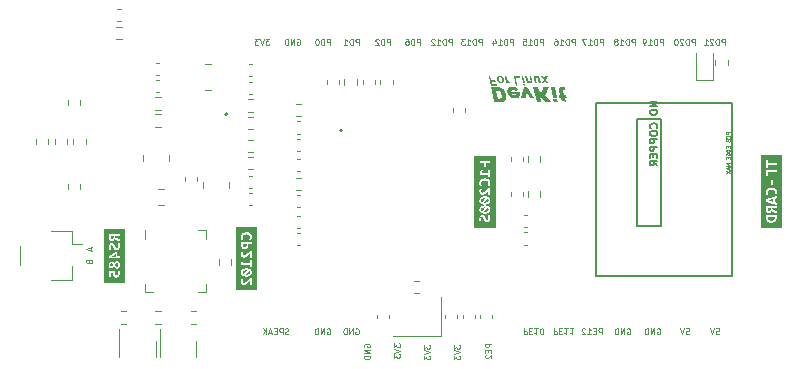
<source format=gbr>
%TF.GenerationSoftware,KiCad,Pcbnew,7.0.2*%
%TF.CreationDate,2023-05-11T00:09:11+08:00*%
%TF.ProjectId,LinuxDK,4c696e75-7844-44b2-9e6b-696361645f70,rev?*%
%TF.SameCoordinates,Original*%
%TF.FileFunction,Legend,Bot*%
%TF.FilePolarity,Positive*%
%FSLAX46Y46*%
G04 Gerber Fmt 4.6, Leading zero omitted, Abs format (unit mm)*
G04 Created by KiCad (PCBNEW 7.0.2) date 2023-05-11 00:09:11*
%MOMM*%
%LPD*%
G01*
G04 APERTURE LIST*
%ADD10C,0.200000*%
%ADD11C,0.125000*%
%ADD12C,0.100000*%
%ADD13C,0.150000*%
%ADD14C,0.080000*%
%ADD15C,0.127000*%
%ADD16C,0.120000*%
G04 APERTURE END LIST*
D10*
G36*
X127183694Y-103103120D02*
G01*
X127194158Y-103103738D01*
X127201211Y-103104379D01*
X126951106Y-103440946D01*
X126939446Y-103436320D01*
X126928369Y-103431420D01*
X126917876Y-103426245D01*
X126907967Y-103420796D01*
X126898642Y-103415071D01*
X126889901Y-103409072D01*
X126881743Y-103402798D01*
X126874170Y-103396249D01*
X126864980Y-103387090D01*
X126856829Y-103377443D01*
X126849616Y-103367333D01*
X126843365Y-103356789D01*
X126838075Y-103345809D01*
X126833748Y-103334395D01*
X126830382Y-103322545D01*
X126827977Y-103310261D01*
X126826535Y-103297541D01*
X126826084Y-103287716D01*
X126826054Y-103284386D01*
X126826519Y-103272464D01*
X126827914Y-103260816D01*
X126830240Y-103249442D01*
X126833496Y-103238343D01*
X126837682Y-103227517D01*
X126842798Y-103216966D01*
X126845105Y-103212823D01*
X126851559Y-103202728D01*
X126859015Y-103193050D01*
X126865701Y-103185608D01*
X126873029Y-103178433D01*
X126880997Y-103171526D01*
X126889607Y-103164886D01*
X126898857Y-103158512D01*
X126903723Y-103155426D01*
X126913928Y-103149480D01*
X126924759Y-103143855D01*
X126936215Y-103138550D01*
X126948297Y-103133566D01*
X126957770Y-103130038D01*
X126967595Y-103126691D01*
X126977771Y-103123524D01*
X126988300Y-103120537D01*
X126999181Y-103117731D01*
X127002886Y-103116836D01*
X127014253Y-103114348D01*
X127026007Y-103112104D01*
X127038147Y-103110106D01*
X127050673Y-103108352D01*
X127063586Y-103106843D01*
X127076886Y-103105578D01*
X127090571Y-103104559D01*
X127104643Y-103103784D01*
X127119102Y-103103254D01*
X127128956Y-103103036D01*
X127138981Y-103102927D01*
X127144058Y-103102914D01*
X127154574Y-103102914D01*
X127164628Y-103102914D01*
X127173367Y-103102914D01*
X127183694Y-103103120D01*
G37*
G36*
X127353514Y-103134059D02*
G01*
X127364558Y-103138650D01*
X127375026Y-103143556D01*
X127384920Y-103148774D01*
X127394238Y-103154306D01*
X127402980Y-103160151D01*
X127411148Y-103166310D01*
X127418740Y-103172782D01*
X127427968Y-103181900D01*
X127436173Y-103191574D01*
X127443385Y-103201733D01*
X127449636Y-103212304D01*
X127454926Y-103223287D01*
X127459254Y-103234683D01*
X127462619Y-103246490D01*
X127465024Y-103258710D01*
X127466466Y-103271342D01*
X127466947Y-103284386D01*
X127466470Y-103296244D01*
X127465039Y-103307852D01*
X127462654Y-103319209D01*
X127459315Y-103330315D01*
X127455021Y-103341171D01*
X127449774Y-103351777D01*
X127447408Y-103355949D01*
X127440819Y-103366185D01*
X127434852Y-103374056D01*
X127428267Y-103381645D01*
X127421064Y-103388951D01*
X127413242Y-103395975D01*
X127404802Y-103402717D01*
X127395744Y-103409176D01*
X127388545Y-103413835D01*
X127378329Y-103419773D01*
X127367464Y-103425375D01*
X127355950Y-103430642D01*
X127346889Y-103434371D01*
X127337463Y-103437912D01*
X127327672Y-103441263D01*
X127317516Y-103444426D01*
X127306996Y-103447400D01*
X127296110Y-103450185D01*
X127288650Y-103451937D01*
X127277152Y-103454381D01*
X127265280Y-103456585D01*
X127253035Y-103458548D01*
X127240416Y-103460271D01*
X127227423Y-103461754D01*
X127214058Y-103462996D01*
X127200318Y-103463998D01*
X127186205Y-103464759D01*
X127171719Y-103465280D01*
X127161854Y-103465494D01*
X127151823Y-103465601D01*
X127146745Y-103465614D01*
X127136914Y-103465431D01*
X127126961Y-103464882D01*
X127116947Y-103464332D01*
X127107422Y-103464149D01*
X127341895Y-103129780D01*
X127353514Y-103134059D01*
G37*
G36*
X127169948Y-100947959D02*
G01*
X127169761Y-100958790D01*
X127169200Y-100969300D01*
X127168265Y-100979489D01*
X127166956Y-100989358D01*
X127164794Y-101001244D01*
X127162047Y-101012628D01*
X127158716Y-101023512D01*
X127157980Y-101025628D01*
X127153984Y-101035899D01*
X127149474Y-101045645D01*
X127144452Y-101054866D01*
X127138918Y-101063562D01*
X127132870Y-101071734D01*
X127126309Y-101079381D01*
X127123542Y-101082293D01*
X127116229Y-101089269D01*
X127108486Y-101095697D01*
X127100315Y-101101577D01*
X127091714Y-101106908D01*
X127082684Y-101111690D01*
X127073224Y-101115924D01*
X127069320Y-101117464D01*
X127059225Y-101120911D01*
X127048783Y-101123775D01*
X127037996Y-101126054D01*
X127026864Y-101127748D01*
X127015385Y-101128859D01*
X127003560Y-101129385D01*
X126998734Y-101129431D01*
X126987751Y-101129151D01*
X126977090Y-101128310D01*
X126966752Y-101126909D01*
X126956735Y-101124947D01*
X126947041Y-101122425D01*
X126937668Y-101119342D01*
X126934009Y-101117952D01*
X126923327Y-101113327D01*
X126913264Y-101107877D01*
X126903819Y-101101603D01*
X126894991Y-101094505D01*
X126886783Y-101086582D01*
X126884184Y-101083758D01*
X126876825Y-101074719D01*
X126871204Y-101066531D01*
X126866049Y-101057746D01*
X126861358Y-101048365D01*
X126857133Y-101038388D01*
X126853373Y-101027815D01*
X126852676Y-101025628D01*
X126849510Y-101014392D01*
X126846880Y-101002511D01*
X126845163Y-100992543D01*
X126843789Y-100982163D01*
X126842759Y-100971370D01*
X126842072Y-100960165D01*
X126841728Y-100948549D01*
X126841685Y-100942586D01*
X126841685Y-100853926D01*
X127169948Y-100853926D01*
X127169948Y-100947959D01*
G37*
G36*
X128050488Y-104807286D02*
G01*
X126242513Y-104807286D01*
X126242513Y-104040806D01*
X126685370Y-104040806D01*
X126685518Y-104053062D01*
X126685963Y-104065098D01*
X126686703Y-104076915D01*
X126687740Y-104088514D01*
X126689073Y-104099893D01*
X126690702Y-104111054D01*
X126692628Y-104121995D01*
X126694850Y-104132718D01*
X126697368Y-104143221D01*
X126700182Y-104153506D01*
X126702223Y-104160241D01*
X126705479Y-104170135D01*
X126709018Y-104179758D01*
X126712840Y-104189111D01*
X126716946Y-104198194D01*
X126721335Y-104207006D01*
X126727628Y-104218335D01*
X126734425Y-104229183D01*
X126741726Y-104239550D01*
X126749530Y-104249436D01*
X126751560Y-104251832D01*
X126759998Y-104261090D01*
X126768947Y-104269814D01*
X126778407Y-104278004D01*
X126788379Y-104285660D01*
X126798863Y-104292781D01*
X126809858Y-104299368D01*
X126821364Y-104305420D01*
X126830329Y-104309609D01*
X126833381Y-104310939D01*
X126842719Y-104314693D01*
X126852323Y-104318077D01*
X126862194Y-104321093D01*
X126872330Y-104323739D01*
X126882733Y-104326016D01*
X126893402Y-104327923D01*
X126904337Y-104329462D01*
X126915538Y-104330631D01*
X126927006Y-104331431D01*
X126938740Y-104331862D01*
X126946710Y-104331944D01*
X126956631Y-104331817D01*
X126966428Y-104331437D01*
X126979296Y-104330536D01*
X126991943Y-104329185D01*
X127004369Y-104327384D01*
X127016574Y-104325133D01*
X127028557Y-104322431D01*
X127040319Y-104319278D01*
X127046117Y-104317533D01*
X127057562Y-104313725D01*
X127068938Y-104309504D01*
X127080246Y-104304871D01*
X127091485Y-104299826D01*
X127102655Y-104294368D01*
X127113757Y-104288499D01*
X127124790Y-104282217D01*
X127135754Y-104275524D01*
X127146626Y-104268483D01*
X127154786Y-104262936D01*
X127162950Y-104257162D01*
X127171118Y-104251161D01*
X127179290Y-104244932D01*
X127187467Y-104238476D01*
X127195648Y-104231792D01*
X127203833Y-104224880D01*
X127212023Y-104217741D01*
X127220216Y-104210374D01*
X127222949Y-104207868D01*
X127231187Y-104200257D01*
X127239507Y-104192444D01*
X127247908Y-104184429D01*
X127256391Y-104176212D01*
X127264955Y-104167794D01*
X127273601Y-104159173D01*
X127282329Y-104150351D01*
X127291138Y-104141327D01*
X127300029Y-104132102D01*
X127309001Y-104122674D01*
X127315028Y-104116277D01*
X127435684Y-103985852D01*
X127435684Y-104364428D01*
X127592000Y-104364428D01*
X127592000Y-103755042D01*
X127466703Y-103755042D01*
X127258364Y-103967289D01*
X127251009Y-103974676D01*
X127243782Y-103981875D01*
X127236682Y-103988887D01*
X127226273Y-103999055D01*
X127216152Y-104008803D01*
X127206318Y-104018129D01*
X127196772Y-104027035D01*
X127187513Y-104035520D01*
X127178542Y-104043584D01*
X127169859Y-104051228D01*
X127161463Y-104058451D01*
X127156026Y-104063032D01*
X127148048Y-104069664D01*
X127140232Y-104076004D01*
X127130066Y-104084003D01*
X127120189Y-104091483D01*
X127110603Y-104098444D01*
X127101306Y-104104886D01*
X127092300Y-104110808D01*
X127083583Y-104116212D01*
X127079334Y-104118720D01*
X127068856Y-104124498D01*
X127058640Y-104129620D01*
X127048687Y-104134086D01*
X127038996Y-104137897D01*
X127029567Y-104141051D01*
X127018599Y-104143970D01*
X127016808Y-104144365D01*
X127006014Y-104146523D01*
X126995066Y-104148235D01*
X126983964Y-104149500D01*
X126972706Y-104150319D01*
X126961295Y-104150691D01*
X126957457Y-104150715D01*
X126947304Y-104150318D01*
X126937361Y-104149126D01*
X126927629Y-104147139D01*
X126918107Y-104144358D01*
X126912760Y-104142411D01*
X126903649Y-104138416D01*
X126893952Y-104132962D01*
X126885018Y-104126562D01*
X126876847Y-104119216D01*
X126875879Y-104118231D01*
X126868461Y-104109881D01*
X126862620Y-104101698D01*
X126857388Y-104092697D01*
X126852763Y-104082878D01*
X126850967Y-104078420D01*
X126847350Y-104067620D01*
X126844957Y-104057843D01*
X126843217Y-104047585D01*
X126842130Y-104036846D01*
X126841695Y-104025626D01*
X126841685Y-104023709D01*
X126841872Y-104013838D01*
X126842702Y-104000884D01*
X126844196Y-103988166D01*
X126846354Y-103975685D01*
X126849177Y-103963440D01*
X126852663Y-103951432D01*
X126856813Y-103939661D01*
X126861627Y-103928126D01*
X126862935Y-103925279D01*
X126868472Y-103914056D01*
X126874460Y-103902977D01*
X126880898Y-103892043D01*
X126887786Y-103881255D01*
X126895125Y-103870611D01*
X126900925Y-103862723D01*
X126906978Y-103854917D01*
X126913284Y-103847193D01*
X126919843Y-103839550D01*
X126805293Y-103750890D01*
X126798570Y-103758244D01*
X126792016Y-103765712D01*
X126785633Y-103773295D01*
X126779419Y-103780993D01*
X126773375Y-103788805D01*
X126767501Y-103796731D01*
X126761796Y-103804772D01*
X126756262Y-103812928D01*
X126750897Y-103821198D01*
X126745702Y-103829582D01*
X126740677Y-103838081D01*
X126735821Y-103846694D01*
X126731136Y-103855422D01*
X126726620Y-103864264D01*
X126722275Y-103873221D01*
X126718099Y-103882293D01*
X126714135Y-103891498D01*
X126710428Y-103900798D01*
X126706976Y-103910191D01*
X126703780Y-103919677D01*
X126700839Y-103929257D01*
X126698155Y-103938930D01*
X126695726Y-103948697D01*
X126693552Y-103958557D01*
X126691634Y-103968511D01*
X126689973Y-103978559D01*
X126688566Y-103988699D01*
X126687416Y-103998934D01*
X126686521Y-104009262D01*
X126685881Y-104019683D01*
X126685498Y-104030198D01*
X126685370Y-104040806D01*
X126242513Y-104040806D01*
X126242513Y-103294644D01*
X126685370Y-103294644D01*
X126685598Y-103308419D01*
X126686280Y-103321993D01*
X126687418Y-103335364D01*
X126689011Y-103348534D01*
X126691059Y-103361502D01*
X126693562Y-103374268D01*
X126696520Y-103386833D01*
X126699933Y-103399196D01*
X126703801Y-103411356D01*
X126708125Y-103423315D01*
X126711260Y-103431176D01*
X126716374Y-103442745D01*
X126722007Y-103454005D01*
X126727707Y-103464149D01*
X126728160Y-103464956D01*
X126734833Y-103475598D01*
X126742025Y-103485930D01*
X126749737Y-103495954D01*
X126757968Y-103505668D01*
X126766718Y-103515073D01*
X126775988Y-103524170D01*
X126785778Y-103532957D01*
X126792593Y-103538643D01*
X126803219Y-103546941D01*
X126814400Y-103554892D01*
X126826134Y-103562495D01*
X126838423Y-103569750D01*
X126851265Y-103576657D01*
X126860134Y-103581068D01*
X126869249Y-103585325D01*
X126878610Y-103589428D01*
X126888218Y-103593376D01*
X126898071Y-103597169D01*
X126908171Y-103600808D01*
X126918517Y-103604292D01*
X126929109Y-103607622D01*
X126934498Y-103609229D01*
X126945442Y-103612305D01*
X126956659Y-103615183D01*
X126968149Y-103617862D01*
X126979912Y-103620342D01*
X126991947Y-103622624D01*
X127004256Y-103624708D01*
X127016837Y-103626593D01*
X127029691Y-103628280D01*
X127042819Y-103629768D01*
X127056218Y-103631058D01*
X127069891Y-103632150D01*
X127083837Y-103633043D01*
X127098056Y-103633737D01*
X127112547Y-103634233D01*
X127127311Y-103634531D01*
X127142348Y-103634630D01*
X127155996Y-103634536D01*
X127169463Y-103634253D01*
X127182749Y-103633780D01*
X127195853Y-103633119D01*
X127208776Y-103632269D01*
X127221517Y-103631230D01*
X127234078Y-103630002D01*
X127246457Y-103628585D01*
X127258655Y-103626980D01*
X127270671Y-103625185D01*
X127282507Y-103623201D01*
X127294161Y-103621029D01*
X127305633Y-103618668D01*
X127316925Y-103616117D01*
X127328035Y-103613378D01*
X127338964Y-103610450D01*
X127349668Y-103607371D01*
X127360163Y-103604115D01*
X127370451Y-103600684D01*
X127380531Y-103597078D01*
X127390403Y-103593296D01*
X127400067Y-103589339D01*
X127409522Y-103585206D01*
X127418770Y-103580897D01*
X127427810Y-103576413D01*
X127436642Y-103571753D01*
X127445266Y-103566918D01*
X127453682Y-103561907D01*
X127465916Y-103554062D01*
X127477681Y-103545821D01*
X127485265Y-103540108D01*
X127496193Y-103531229D01*
X127506626Y-103521993D01*
X127516566Y-103512401D01*
X127526012Y-103502453D01*
X127534964Y-103492148D01*
X127543423Y-103481487D01*
X127551388Y-103470470D01*
X127558859Y-103459096D01*
X127565836Y-103447366D01*
X127572320Y-103435280D01*
X127576368Y-103427024D01*
X127581955Y-103414396D01*
X127586993Y-103401424D01*
X127591480Y-103388109D01*
X127595419Y-103374451D01*
X127598808Y-103360449D01*
X127601647Y-103346103D01*
X127603235Y-103336349D01*
X127604578Y-103326442D01*
X127605677Y-103316382D01*
X127606532Y-103306170D01*
X127607143Y-103295804D01*
X127607509Y-103285287D01*
X127607631Y-103274616D01*
X127607403Y-103260798D01*
X127606721Y-103247185D01*
X127605583Y-103233778D01*
X127603990Y-103220578D01*
X127601942Y-103207583D01*
X127599439Y-103194795D01*
X127596481Y-103182212D01*
X127593068Y-103169836D01*
X127589200Y-103157666D01*
X127584876Y-103145702D01*
X127581741Y-103137840D01*
X127576625Y-103126267D01*
X127570985Y-103114994D01*
X127564821Y-103104022D01*
X127558134Y-103093350D01*
X127550922Y-103082979D01*
X127543187Y-103072908D01*
X127534928Y-103063138D01*
X127526146Y-103053668D01*
X127516839Y-103044499D01*
X127507009Y-103035630D01*
X127500164Y-103029885D01*
X127489452Y-103021587D01*
X127478200Y-103013636D01*
X127466406Y-103006033D01*
X127454071Y-102998778D01*
X127441195Y-102991871D01*
X127432311Y-102987460D01*
X127423186Y-102983202D01*
X127413821Y-102979100D01*
X127404215Y-102975152D01*
X127394369Y-102971359D01*
X127384283Y-102967720D01*
X127373956Y-102964235D01*
X127363389Y-102960906D01*
X127358015Y-102959299D01*
X127347044Y-102956223D01*
X127335808Y-102953345D01*
X127324306Y-102950666D01*
X127312540Y-102948186D01*
X127300508Y-102945904D01*
X127288211Y-102943820D01*
X127275649Y-102941935D01*
X127262821Y-102940248D01*
X127249728Y-102938760D01*
X127236370Y-102937470D01*
X127222747Y-102936378D01*
X127208859Y-102935485D01*
X127194705Y-102934791D01*
X127180286Y-102934295D01*
X127165602Y-102933997D01*
X127150653Y-102933898D01*
X127137006Y-102933993D01*
X127123542Y-102934279D01*
X127110261Y-102934756D01*
X127097163Y-102935424D01*
X127084249Y-102936283D01*
X127071518Y-102937332D01*
X127058970Y-102938573D01*
X127046605Y-102940004D01*
X127034424Y-102941626D01*
X127022425Y-102943438D01*
X127010610Y-102945442D01*
X126998978Y-102947636D01*
X126987529Y-102950021D01*
X126976263Y-102952597D01*
X126965181Y-102955364D01*
X126954281Y-102958322D01*
X126943549Y-102961459D01*
X126933028Y-102964764D01*
X126922720Y-102968237D01*
X126912623Y-102971877D01*
X126902738Y-102975686D01*
X126893064Y-102979663D01*
X126883603Y-102983807D01*
X126874353Y-102988120D01*
X126865315Y-102992600D01*
X126856489Y-102997248D01*
X126847875Y-103002064D01*
X126835350Y-103009603D01*
X126823302Y-103017520D01*
X126811731Y-103025815D01*
X126807980Y-103028664D01*
X126797011Y-103037504D01*
X126786545Y-103046713D01*
X126776581Y-103056291D01*
X126767119Y-103066239D01*
X126758159Y-103076556D01*
X126749702Y-103087242D01*
X126741747Y-103098297D01*
X126734295Y-103109722D01*
X126727345Y-103121516D01*
X126720897Y-103133679D01*
X126716877Y-103141993D01*
X126711247Y-103154789D01*
X126706170Y-103167898D01*
X126701647Y-103181322D01*
X126697678Y-103195058D01*
X126694262Y-103209108D01*
X126691401Y-103223471D01*
X126689801Y-103233221D01*
X126688447Y-103243110D01*
X126687339Y-103253138D01*
X126686478Y-103263306D01*
X126685862Y-103273613D01*
X126685493Y-103284059D01*
X126685489Y-103284386D01*
X126685370Y-103294644D01*
X126242513Y-103294644D01*
X126242513Y-102633479D01*
X126701002Y-102633479D01*
X127435684Y-102633479D01*
X127435684Y-102830583D01*
X127592000Y-102830583D01*
X127592000Y-102233165D01*
X127435684Y-102233165D01*
X127435684Y-102461776D01*
X126874658Y-102461776D01*
X126982369Y-102262474D01*
X126841685Y-102207519D01*
X126701002Y-102492795D01*
X126701002Y-102633479D01*
X126242513Y-102633479D01*
X126242513Y-101734177D01*
X126685370Y-101734177D01*
X126685518Y-101746432D01*
X126685963Y-101758468D01*
X126686703Y-101770286D01*
X126687740Y-101781884D01*
X126689073Y-101793264D01*
X126690702Y-101804424D01*
X126692628Y-101815366D01*
X126694850Y-101826088D01*
X126697368Y-101836592D01*
X126700182Y-101846877D01*
X126702223Y-101853612D01*
X126705479Y-101863505D01*
X126709018Y-101873129D01*
X126712840Y-101882482D01*
X126716946Y-101891565D01*
X126721335Y-101900377D01*
X126727628Y-101911705D01*
X126734425Y-101922553D01*
X126741726Y-101932920D01*
X126749530Y-101942806D01*
X126751560Y-101945203D01*
X126759998Y-101954461D01*
X126768947Y-101963185D01*
X126778407Y-101971375D01*
X126788379Y-101979030D01*
X126798863Y-101986151D01*
X126809858Y-101992738D01*
X126821364Y-101998791D01*
X126830329Y-102002980D01*
X126833381Y-102004309D01*
X126842719Y-102008063D01*
X126852323Y-102011448D01*
X126862194Y-102014463D01*
X126872330Y-102017109D01*
X126882733Y-102019386D01*
X126893402Y-102021294D01*
X126904337Y-102022832D01*
X126915538Y-102024001D01*
X126927006Y-102024801D01*
X126938740Y-102025232D01*
X126946710Y-102025314D01*
X126956631Y-102025188D01*
X126966428Y-102024808D01*
X126979296Y-102023907D01*
X126991943Y-102022556D01*
X127004369Y-102020755D01*
X127016574Y-102018503D01*
X127028557Y-102015801D01*
X127040319Y-102012649D01*
X127046117Y-102010904D01*
X127057562Y-102007095D01*
X127068938Y-102002874D01*
X127080246Y-101998241D01*
X127091485Y-101993196D01*
X127102655Y-101987739D01*
X127113757Y-101981870D01*
X127124790Y-101975588D01*
X127135754Y-101968894D01*
X127146626Y-101961853D01*
X127154786Y-101956307D01*
X127162950Y-101950533D01*
X127171118Y-101944532D01*
X127179290Y-101938303D01*
X127187467Y-101931846D01*
X127195648Y-101925162D01*
X127203833Y-101918251D01*
X127212023Y-101911112D01*
X127220216Y-101903745D01*
X127222949Y-101901239D01*
X127231187Y-101893627D01*
X127239507Y-101885814D01*
X127247908Y-101877799D01*
X127256391Y-101869583D01*
X127264955Y-101861164D01*
X127273601Y-101852544D01*
X127282329Y-101843722D01*
X127291138Y-101834698D01*
X127300029Y-101825472D01*
X127309001Y-101816045D01*
X127315028Y-101809648D01*
X127435684Y-101679222D01*
X127435684Y-102057799D01*
X127592000Y-102057799D01*
X127592000Y-101448413D01*
X127466703Y-101448413D01*
X127258364Y-101660660D01*
X127251009Y-101668046D01*
X127243782Y-101675246D01*
X127236682Y-101682258D01*
X127226273Y-101692426D01*
X127216152Y-101702173D01*
X127206318Y-101711500D01*
X127196772Y-101720406D01*
X127187513Y-101728891D01*
X127178542Y-101736955D01*
X127169859Y-101744599D01*
X127161463Y-101751821D01*
X127156026Y-101756403D01*
X127148048Y-101763035D01*
X127140232Y-101769374D01*
X127130066Y-101777373D01*
X127120189Y-101784853D01*
X127110603Y-101791814D01*
X127101306Y-101798256D01*
X127092300Y-101804179D01*
X127083583Y-101809583D01*
X127079334Y-101812090D01*
X127068856Y-101817868D01*
X127058640Y-101822991D01*
X127048687Y-101827457D01*
X127038996Y-101831267D01*
X127029567Y-101834422D01*
X127018599Y-101837341D01*
X127016808Y-101837736D01*
X127006014Y-101839894D01*
X126995066Y-101841605D01*
X126983964Y-101842871D01*
X126972706Y-101843689D01*
X126961295Y-101844061D01*
X126957457Y-101844086D01*
X126947304Y-101843689D01*
X126937361Y-101842497D01*
X126927629Y-101840510D01*
X126918107Y-101837728D01*
X126912760Y-101835782D01*
X126903649Y-101831786D01*
X126893952Y-101826333D01*
X126885018Y-101819933D01*
X126876847Y-101812587D01*
X126875879Y-101811602D01*
X126868461Y-101803252D01*
X126862620Y-101795069D01*
X126857388Y-101786068D01*
X126852763Y-101776249D01*
X126850967Y-101771790D01*
X126847350Y-101760991D01*
X126844957Y-101751214D01*
X126843217Y-101740955D01*
X126842130Y-101730216D01*
X126841695Y-101718996D01*
X126841685Y-101717080D01*
X126841872Y-101707209D01*
X126842702Y-101694254D01*
X126844196Y-101681536D01*
X126846354Y-101669055D01*
X126849177Y-101656811D01*
X126852663Y-101644803D01*
X126856813Y-101633031D01*
X126861627Y-101621497D01*
X126862935Y-101618650D01*
X126868472Y-101607426D01*
X126874460Y-101596347D01*
X126880898Y-101585414D01*
X126887786Y-101574625D01*
X126895125Y-101563981D01*
X126900925Y-101556094D01*
X126906978Y-101548288D01*
X126913284Y-101540563D01*
X126919843Y-101532921D01*
X126805293Y-101444260D01*
X126798570Y-101451614D01*
X126792016Y-101459083D01*
X126785633Y-101466666D01*
X126779419Y-101474363D01*
X126773375Y-101482175D01*
X126767501Y-101490102D01*
X126761796Y-101498143D01*
X126756262Y-101506298D01*
X126750897Y-101514568D01*
X126745702Y-101522952D01*
X126740677Y-101531451D01*
X126735821Y-101540065D01*
X126731136Y-101548793D01*
X126726620Y-101557635D01*
X126722275Y-101566592D01*
X126718099Y-101575663D01*
X126714135Y-101584869D01*
X126710428Y-101594168D01*
X126706976Y-101603561D01*
X126703780Y-101613048D01*
X126700839Y-101622627D01*
X126698155Y-101632301D01*
X126695726Y-101642068D01*
X126693552Y-101651928D01*
X126691634Y-101661882D01*
X126689973Y-101671929D01*
X126688566Y-101682070D01*
X126687416Y-101692304D01*
X126686521Y-101702632D01*
X126685881Y-101713054D01*
X126685498Y-101723568D01*
X126685370Y-101734177D01*
X126242513Y-101734177D01*
X126242513Y-100683688D01*
X126701002Y-100683688D01*
X126701002Y-100853926D01*
X126701002Y-100946738D01*
X126701076Y-100957558D01*
X126701299Y-100968220D01*
X126701671Y-100978723D01*
X126702192Y-100989068D01*
X126702862Y-100999255D01*
X126703681Y-101009283D01*
X126704648Y-101019153D01*
X126705764Y-101028864D01*
X126707718Y-101043135D01*
X126710006Y-101057049D01*
X126712629Y-101070606D01*
X126715587Y-101083808D01*
X126718880Y-101096653D01*
X126720053Y-101100855D01*
X126723733Y-101113260D01*
X126727723Y-101125287D01*
X126732022Y-101136936D01*
X126736631Y-101148208D01*
X126741548Y-101159101D01*
X126746774Y-101169617D01*
X126752310Y-101179755D01*
X126758154Y-101189515D01*
X126764308Y-101198898D01*
X126770771Y-101207902D01*
X126775251Y-101213695D01*
X126782223Y-101222066D01*
X126789491Y-101230050D01*
X126797055Y-101237648D01*
X126804915Y-101244859D01*
X126813072Y-101251684D01*
X126821525Y-101258123D01*
X126830274Y-101264175D01*
X126839319Y-101269841D01*
X126848661Y-101275120D01*
X126858299Y-101280013D01*
X126864889Y-101283060D01*
X126875009Y-101287294D01*
X126885405Y-101291112D01*
X126896075Y-101294513D01*
X126907020Y-101297497D01*
X126918240Y-101300065D01*
X126929735Y-101302217D01*
X126941504Y-101303952D01*
X126953549Y-101305271D01*
X126965868Y-101306173D01*
X126978461Y-101306659D01*
X126987010Y-101306752D01*
X127000059Y-101306546D01*
X127012919Y-101305927D01*
X127025590Y-101304897D01*
X127038072Y-101303454D01*
X127050365Y-101301600D01*
X127062470Y-101299333D01*
X127074385Y-101296654D01*
X127086112Y-101293563D01*
X127097649Y-101290059D01*
X127108998Y-101286144D01*
X127116459Y-101283304D01*
X127127447Y-101278752D01*
X127138157Y-101273796D01*
X127148588Y-101268437D01*
X127158739Y-101262674D01*
X127168612Y-101256507D01*
X127178205Y-101249937D01*
X127187520Y-101242963D01*
X127196555Y-101235586D01*
X127205311Y-101227805D01*
X127213788Y-101219620D01*
X127219285Y-101213939D01*
X127227223Y-101205128D01*
X127234827Y-101195913D01*
X127242095Y-101186295D01*
X127249029Y-101176273D01*
X127255628Y-101165847D01*
X127261892Y-101155018D01*
X127267821Y-101143785D01*
X127273415Y-101132149D01*
X127278675Y-101120109D01*
X127283599Y-101107665D01*
X127286696Y-101099145D01*
X127290974Y-101086084D01*
X127294830Y-101072635D01*
X127298266Y-101058801D01*
X127301282Y-101044580D01*
X127303058Y-101034885D01*
X127304648Y-101025018D01*
X127306050Y-101014979D01*
X127307266Y-101004768D01*
X127308294Y-100994386D01*
X127309136Y-100983832D01*
X127309790Y-100973106D01*
X127310258Y-100962209D01*
X127310538Y-100951140D01*
X127310632Y-100939899D01*
X127310632Y-100853926D01*
X127592000Y-100853926D01*
X127592000Y-100683688D01*
X126701002Y-100683688D01*
X126242513Y-100683688D01*
X126242513Y-100291923D01*
X126685370Y-100291923D01*
X126685422Y-100303417D01*
X126685576Y-100314637D01*
X126685834Y-100325582D01*
X126686194Y-100336253D01*
X126686658Y-100346648D01*
X126686836Y-100350053D01*
X126687379Y-100360185D01*
X126688095Y-100370248D01*
X126688982Y-100380243D01*
X126690041Y-100390169D01*
X126691272Y-100400027D01*
X126691720Y-100403297D01*
X126693180Y-100413115D01*
X126694812Y-100422967D01*
X126696615Y-100432853D01*
X126698590Y-100442773D01*
X126700736Y-100452728D01*
X126701490Y-100456054D01*
X126703808Y-100466198D01*
X126706367Y-100476479D01*
X126709167Y-100486897D01*
X126712206Y-100497453D01*
X126715486Y-100508146D01*
X126716633Y-100511741D01*
X126888580Y-100511741D01*
X126883946Y-100500843D01*
X126879570Y-100490040D01*
X126875451Y-100479331D01*
X126871590Y-100468716D01*
X126867986Y-100458196D01*
X126864640Y-100447771D01*
X126861552Y-100437439D01*
X126858721Y-100427203D01*
X126856148Y-100417060D01*
X126853833Y-100407013D01*
X126852432Y-100400367D01*
X126850512Y-100390558D01*
X126848780Y-100380918D01*
X126846765Y-100368324D01*
X126845086Y-100356028D01*
X126843742Y-100344029D01*
X126842735Y-100332329D01*
X126842063Y-100320926D01*
X126841727Y-100309820D01*
X126841685Y-100304379D01*
X126841885Y-100292544D01*
X126842484Y-100281035D01*
X126843482Y-100269852D01*
X126844880Y-100258996D01*
X126846676Y-100248466D01*
X126848873Y-100238262D01*
X126851468Y-100228384D01*
X126854462Y-100218833D01*
X126857856Y-100209608D01*
X126863003Y-100197816D01*
X126864400Y-100194958D01*
X126870304Y-100183910D01*
X126876780Y-100173358D01*
X126883829Y-100163302D01*
X126891450Y-100153742D01*
X126899644Y-100144679D01*
X126908410Y-100136111D01*
X126917748Y-100128040D01*
X126927659Y-100120464D01*
X126938097Y-100113435D01*
X126949015Y-100106878D01*
X126960414Y-100100795D01*
X126969279Y-100096543D01*
X126978415Y-100092558D01*
X126987821Y-100088838D01*
X126997497Y-100085385D01*
X127007444Y-100082198D01*
X127017661Y-100079277D01*
X127024623Y-100077478D01*
X127035255Y-100075033D01*
X127046084Y-100072829D01*
X127057111Y-100070866D01*
X127068335Y-100069143D01*
X127079757Y-100067660D01*
X127091376Y-100066418D01*
X127103193Y-100065416D01*
X127115207Y-100064655D01*
X127127419Y-100064134D01*
X127139828Y-100063853D01*
X127148210Y-100063800D01*
X127161452Y-100063922D01*
X127174431Y-100064289D01*
X127187149Y-100064901D01*
X127199604Y-100065758D01*
X127211798Y-100066859D01*
X127223730Y-100068205D01*
X127235400Y-100069796D01*
X127246808Y-100071631D01*
X127257954Y-100073711D01*
X127268839Y-100076036D01*
X127275949Y-100077722D01*
X127286332Y-100080513D01*
X127296414Y-100083575D01*
X127306196Y-100086907D01*
X127315677Y-100090510D01*
X127324857Y-100094383D01*
X127333737Y-100098527D01*
X127345110Y-100104473D01*
X127355948Y-100110900D01*
X127366252Y-100117807D01*
X127371204Y-100121441D01*
X127380684Y-100129085D01*
X127389583Y-100137241D01*
X127397903Y-100145907D01*
X127405642Y-100155086D01*
X127412802Y-100164775D01*
X127419381Y-100174976D01*
X127425380Y-100185689D01*
X127430799Y-100196912D01*
X127435608Y-100208720D01*
X127439775Y-100221062D01*
X127442480Y-100230669D01*
X127444824Y-100240576D01*
X127446808Y-100250785D01*
X127448431Y-100261293D01*
X127449693Y-100272102D01*
X127450594Y-100283212D01*
X127451135Y-100294622D01*
X127451316Y-100306333D01*
X127451129Y-100316446D01*
X127450568Y-100326910D01*
X127449633Y-100337724D01*
X127448324Y-100348889D01*
X127447408Y-100355426D01*
X127445856Y-100365343D01*
X127444133Y-100375313D01*
X127442239Y-100385333D01*
X127440172Y-100395405D01*
X127437934Y-100405529D01*
X127437150Y-100408915D01*
X127434691Y-100419139D01*
X127432078Y-100429294D01*
X127429310Y-100439381D01*
X127426388Y-100449398D01*
X127423311Y-100459347D01*
X127422251Y-100462648D01*
X127418945Y-100472412D01*
X127415622Y-100481917D01*
X127412282Y-100491165D01*
X127408363Y-100501628D01*
X127404421Y-100511741D01*
X127560736Y-100511741D01*
X127565071Y-100500556D01*
X127569191Y-100489439D01*
X127573097Y-100478391D01*
X127576788Y-100467411D01*
X127580264Y-100456500D01*
X127583525Y-100445658D01*
X127586572Y-100434885D01*
X127589404Y-100424180D01*
X127592022Y-100413544D01*
X127594425Y-100402977D01*
X127595907Y-100395970D01*
X127598003Y-100385442D01*
X127599892Y-100374833D01*
X127601575Y-100364142D01*
X127603051Y-100353369D01*
X127604322Y-100342515D01*
X127605387Y-100331579D01*
X127606246Y-100320561D01*
X127606898Y-100309462D01*
X127607345Y-100298282D01*
X127607585Y-100287020D01*
X127607631Y-100279466D01*
X127607520Y-100267463D01*
X127607188Y-100255634D01*
X127606635Y-100243978D01*
X127605860Y-100232495D01*
X127604864Y-100221187D01*
X127603647Y-100210052D01*
X127602208Y-100199090D01*
X127600548Y-100188303D01*
X127598667Y-100177689D01*
X127596564Y-100167248D01*
X127594240Y-100156981D01*
X127591694Y-100146888D01*
X127588927Y-100136969D01*
X127585939Y-100127223D01*
X127582730Y-100117651D01*
X127579299Y-100108252D01*
X127575619Y-100099031D01*
X127571724Y-100089991D01*
X127565476Y-100076771D01*
X127558743Y-100063959D01*
X127551526Y-100051555D01*
X127543823Y-100039559D01*
X127535635Y-100027970D01*
X127526961Y-100016790D01*
X127517803Y-100006017D01*
X127508159Y-99995652D01*
X127498031Y-99985695D01*
X127494547Y-99982467D01*
X127483730Y-99973110D01*
X127472436Y-99964183D01*
X127460666Y-99955685D01*
X127448419Y-99947617D01*
X127439990Y-99942476D01*
X127431349Y-99937526D01*
X127422496Y-99932767D01*
X127413431Y-99928199D01*
X127404155Y-99923822D01*
X127394667Y-99919636D01*
X127384966Y-99915640D01*
X127375055Y-99911835D01*
X127364931Y-99908221D01*
X127354595Y-99904798D01*
X127344049Y-99901604D01*
X127333293Y-99898615D01*
X127322327Y-99895833D01*
X127311151Y-99893257D01*
X127299765Y-99890887D01*
X127288169Y-99888724D01*
X127276363Y-99886766D01*
X127264348Y-99885014D01*
X127252122Y-99883469D01*
X127239687Y-99882129D01*
X127227042Y-99880996D01*
X127214186Y-99880068D01*
X127201121Y-99879347D01*
X127187846Y-99878832D01*
X127174361Y-99878523D01*
X127160667Y-99878420D01*
X127146599Y-99878532D01*
X127132728Y-99878870D01*
X127119053Y-99879433D01*
X127105575Y-99880221D01*
X127092293Y-99881234D01*
X127079208Y-99882473D01*
X127066319Y-99883936D01*
X127053627Y-99885625D01*
X127041132Y-99887539D01*
X127028833Y-99889678D01*
X127016730Y-99892042D01*
X127004824Y-99894631D01*
X126993115Y-99897446D01*
X126981602Y-99900485D01*
X126970286Y-99903750D01*
X126959166Y-99907240D01*
X126948222Y-99910939D01*
X126937494Y-99914831D01*
X126926981Y-99918915D01*
X126916683Y-99923192D01*
X126906602Y-99927662D01*
X126896736Y-99932325D01*
X126887085Y-99937180D01*
X126877650Y-99942228D01*
X126868431Y-99947469D01*
X126859427Y-99952902D01*
X126850639Y-99958528D01*
X126842067Y-99964347D01*
X126833710Y-99970359D01*
X126825569Y-99976563D01*
X126817644Y-99982960D01*
X126809934Y-99989550D01*
X126802445Y-99996356D01*
X126795184Y-100003338D01*
X126788150Y-100010499D01*
X126781342Y-100017836D01*
X126774762Y-100025352D01*
X126768409Y-100033044D01*
X126762283Y-100040915D01*
X126756384Y-100048962D01*
X126750712Y-100057187D01*
X126745267Y-100065590D01*
X126740049Y-100074170D01*
X126735058Y-100082927D01*
X126730295Y-100091862D01*
X126725758Y-100100974D01*
X126721448Y-100110264D01*
X126717366Y-100119732D01*
X126713491Y-100129392D01*
X126709867Y-100139198D01*
X126706492Y-100149152D01*
X126703368Y-100159253D01*
X126700493Y-100169501D01*
X126697868Y-100179895D01*
X126695494Y-100190437D01*
X126693369Y-100201125D01*
X126691494Y-100211961D01*
X126689869Y-100222943D01*
X126688495Y-100234072D01*
X126687370Y-100245349D01*
X126686495Y-100256772D01*
X126685870Y-100268342D01*
X126685495Y-100280059D01*
X126685370Y-100291923D01*
X126242513Y-100291923D01*
X126242513Y-99435564D01*
X128050488Y-99435564D01*
X128050488Y-104807286D01*
G37*
D11*
X150614047Y-108011190D02*
X150614047Y-108511190D01*
X150614047Y-108511190D02*
X150804523Y-108511190D01*
X150804523Y-108511190D02*
X150852142Y-108487380D01*
X150852142Y-108487380D02*
X150875952Y-108463571D01*
X150875952Y-108463571D02*
X150899761Y-108415952D01*
X150899761Y-108415952D02*
X150899761Y-108344523D01*
X150899761Y-108344523D02*
X150875952Y-108296904D01*
X150875952Y-108296904D02*
X150852142Y-108273095D01*
X150852142Y-108273095D02*
X150804523Y-108249285D01*
X150804523Y-108249285D02*
X150614047Y-108249285D01*
X151114047Y-108273095D02*
X151280714Y-108273095D01*
X151352142Y-108011190D02*
X151114047Y-108011190D01*
X151114047Y-108011190D02*
X151114047Y-108511190D01*
X151114047Y-108511190D02*
X151352142Y-108511190D01*
X151828333Y-108011190D02*
X151542619Y-108011190D01*
X151685476Y-108011190D02*
X151685476Y-108511190D01*
X151685476Y-108511190D02*
X151637857Y-108439761D01*
X151637857Y-108439761D02*
X151590238Y-108392142D01*
X151590238Y-108392142D02*
X151542619Y-108368333D01*
X152137856Y-108511190D02*
X152185475Y-108511190D01*
X152185475Y-108511190D02*
X152233094Y-108487380D01*
X152233094Y-108487380D02*
X152256904Y-108463571D01*
X152256904Y-108463571D02*
X152280713Y-108415952D01*
X152280713Y-108415952D02*
X152304523Y-108320714D01*
X152304523Y-108320714D02*
X152304523Y-108201666D01*
X152304523Y-108201666D02*
X152280713Y-108106428D01*
X152280713Y-108106428D02*
X152256904Y-108058809D01*
X152256904Y-108058809D02*
X152233094Y-108035000D01*
X152233094Y-108035000D02*
X152185475Y-108011190D01*
X152185475Y-108011190D02*
X152137856Y-108011190D01*
X152137856Y-108011190D02*
X152090237Y-108035000D01*
X152090237Y-108035000D02*
X152066428Y-108058809D01*
X152066428Y-108058809D02*
X152042618Y-108106428D01*
X152042618Y-108106428D02*
X152018809Y-108201666D01*
X152018809Y-108201666D02*
X152018809Y-108320714D01*
X152018809Y-108320714D02*
X152042618Y-108415952D01*
X152042618Y-108415952D02*
X152066428Y-108463571D01*
X152066428Y-108463571D02*
X152090237Y-108487380D01*
X152090237Y-108487380D02*
X152137856Y-108511190D01*
X139646809Y-109291428D02*
X139646809Y-109600952D01*
X139646809Y-109600952D02*
X139837285Y-109434285D01*
X139837285Y-109434285D02*
X139837285Y-109505714D01*
X139837285Y-109505714D02*
X139861095Y-109553333D01*
X139861095Y-109553333D02*
X139884904Y-109577142D01*
X139884904Y-109577142D02*
X139932523Y-109600952D01*
X139932523Y-109600952D02*
X140051571Y-109600952D01*
X140051571Y-109600952D02*
X140099190Y-109577142D01*
X140099190Y-109577142D02*
X140123000Y-109553333D01*
X140123000Y-109553333D02*
X140146809Y-109505714D01*
X140146809Y-109505714D02*
X140146809Y-109362857D01*
X140146809Y-109362857D02*
X140123000Y-109315238D01*
X140123000Y-109315238D02*
X140099190Y-109291428D01*
X139646809Y-109743809D02*
X140146809Y-109910475D01*
X140146809Y-109910475D02*
X139646809Y-110077142D01*
X139646809Y-110196189D02*
X139646809Y-110505713D01*
X139646809Y-110505713D02*
X139837285Y-110339046D01*
X139837285Y-110339046D02*
X139837285Y-110410475D01*
X139837285Y-110410475D02*
X139861095Y-110458094D01*
X139861095Y-110458094D02*
X139884904Y-110481903D01*
X139884904Y-110481903D02*
X139932523Y-110505713D01*
X139932523Y-110505713D02*
X140051571Y-110505713D01*
X140051571Y-110505713D02*
X140099190Y-110481903D01*
X140099190Y-110481903D02*
X140123000Y-110458094D01*
X140123000Y-110458094D02*
X140146809Y-110410475D01*
X140146809Y-110410475D02*
X140146809Y-110267618D01*
X140146809Y-110267618D02*
X140123000Y-110219999D01*
X140123000Y-110219999D02*
X140099190Y-110196189D01*
X166901857Y-108023809D02*
X167139952Y-108023809D01*
X167139952Y-108023809D02*
X167163761Y-108261904D01*
X167163761Y-108261904D02*
X167139952Y-108238095D01*
X167139952Y-108238095D02*
X167092333Y-108214285D01*
X167092333Y-108214285D02*
X166973285Y-108214285D01*
X166973285Y-108214285D02*
X166925666Y-108238095D01*
X166925666Y-108238095D02*
X166901857Y-108261904D01*
X166901857Y-108261904D02*
X166878047Y-108309523D01*
X166878047Y-108309523D02*
X166878047Y-108428571D01*
X166878047Y-108428571D02*
X166901857Y-108476190D01*
X166901857Y-108476190D02*
X166925666Y-108500000D01*
X166925666Y-108500000D02*
X166973285Y-108523809D01*
X166973285Y-108523809D02*
X167092333Y-108523809D01*
X167092333Y-108523809D02*
X167139952Y-108500000D01*
X167139952Y-108500000D02*
X167163761Y-108476190D01*
X166735190Y-108023809D02*
X166568524Y-108523809D01*
X166568524Y-108523809D02*
X166401857Y-108023809D01*
X129087571Y-83512809D02*
X128778047Y-83512809D01*
X128778047Y-83512809D02*
X128944714Y-83703285D01*
X128944714Y-83703285D02*
X128873285Y-83703285D01*
X128873285Y-83703285D02*
X128825666Y-83727095D01*
X128825666Y-83727095D02*
X128801857Y-83750904D01*
X128801857Y-83750904D02*
X128778047Y-83798523D01*
X128778047Y-83798523D02*
X128778047Y-83917571D01*
X128778047Y-83917571D02*
X128801857Y-83965190D01*
X128801857Y-83965190D02*
X128825666Y-83989000D01*
X128825666Y-83989000D02*
X128873285Y-84012809D01*
X128873285Y-84012809D02*
X129016142Y-84012809D01*
X129016142Y-84012809D02*
X129063761Y-83989000D01*
X129063761Y-83989000D02*
X129087571Y-83965190D01*
X128635190Y-83512809D02*
X128468524Y-84012809D01*
X128468524Y-84012809D02*
X128301857Y-83512809D01*
X128182810Y-83512809D02*
X127873286Y-83512809D01*
X127873286Y-83512809D02*
X128039953Y-83703285D01*
X128039953Y-83703285D02*
X127968524Y-83703285D01*
X127968524Y-83703285D02*
X127920905Y-83727095D01*
X127920905Y-83727095D02*
X127897096Y-83750904D01*
X127897096Y-83750904D02*
X127873286Y-83798523D01*
X127873286Y-83798523D02*
X127873286Y-83917571D01*
X127873286Y-83917571D02*
X127897096Y-83965190D01*
X127897096Y-83965190D02*
X127920905Y-83989000D01*
X127920905Y-83989000D02*
X127968524Y-84012809D01*
X127968524Y-84012809D02*
X128111381Y-84012809D01*
X128111381Y-84012809D02*
X128159000Y-83989000D01*
X128159000Y-83989000D02*
X128182810Y-83965190D01*
X144533952Y-84012809D02*
X144533952Y-83512809D01*
X144533952Y-83512809D02*
X144343476Y-83512809D01*
X144343476Y-83512809D02*
X144295857Y-83536619D01*
X144295857Y-83536619D02*
X144272047Y-83560428D01*
X144272047Y-83560428D02*
X144248238Y-83608047D01*
X144248238Y-83608047D02*
X144248238Y-83679476D01*
X144248238Y-83679476D02*
X144272047Y-83727095D01*
X144272047Y-83727095D02*
X144295857Y-83750904D01*
X144295857Y-83750904D02*
X144343476Y-83774714D01*
X144343476Y-83774714D02*
X144533952Y-83774714D01*
X144033952Y-84012809D02*
X144033952Y-83512809D01*
X144033952Y-83512809D02*
X143914904Y-83512809D01*
X143914904Y-83512809D02*
X143843476Y-83536619D01*
X143843476Y-83536619D02*
X143795857Y-83584238D01*
X143795857Y-83584238D02*
X143772047Y-83631857D01*
X143772047Y-83631857D02*
X143748238Y-83727095D01*
X143748238Y-83727095D02*
X143748238Y-83798523D01*
X143748238Y-83798523D02*
X143772047Y-83893761D01*
X143772047Y-83893761D02*
X143795857Y-83941380D01*
X143795857Y-83941380D02*
X143843476Y-83989000D01*
X143843476Y-83989000D02*
X143914904Y-84012809D01*
X143914904Y-84012809D02*
X144033952Y-84012809D01*
X143272047Y-84012809D02*
X143557761Y-84012809D01*
X143414904Y-84012809D02*
X143414904Y-83512809D01*
X143414904Y-83512809D02*
X143462523Y-83584238D01*
X143462523Y-83584238D02*
X143510142Y-83631857D01*
X143510142Y-83631857D02*
X143557761Y-83655666D01*
X143081571Y-83560428D02*
X143057762Y-83536619D01*
X143057762Y-83536619D02*
X143010143Y-83512809D01*
X143010143Y-83512809D02*
X142891095Y-83512809D01*
X142891095Y-83512809D02*
X142843476Y-83536619D01*
X142843476Y-83536619D02*
X142819667Y-83560428D01*
X142819667Y-83560428D02*
X142795857Y-83608047D01*
X142795857Y-83608047D02*
X142795857Y-83655666D01*
X142795857Y-83655666D02*
X142819667Y-83727095D01*
X142819667Y-83727095D02*
X143105381Y-84012809D01*
X143105381Y-84012809D02*
X142795857Y-84012809D01*
X136659952Y-84012809D02*
X136659952Y-83512809D01*
X136659952Y-83512809D02*
X136469476Y-83512809D01*
X136469476Y-83512809D02*
X136421857Y-83536619D01*
X136421857Y-83536619D02*
X136398047Y-83560428D01*
X136398047Y-83560428D02*
X136374238Y-83608047D01*
X136374238Y-83608047D02*
X136374238Y-83679476D01*
X136374238Y-83679476D02*
X136398047Y-83727095D01*
X136398047Y-83727095D02*
X136421857Y-83750904D01*
X136421857Y-83750904D02*
X136469476Y-83774714D01*
X136469476Y-83774714D02*
X136659952Y-83774714D01*
X136159952Y-84012809D02*
X136159952Y-83512809D01*
X136159952Y-83512809D02*
X136040904Y-83512809D01*
X136040904Y-83512809D02*
X135969476Y-83536619D01*
X135969476Y-83536619D02*
X135921857Y-83584238D01*
X135921857Y-83584238D02*
X135898047Y-83631857D01*
X135898047Y-83631857D02*
X135874238Y-83727095D01*
X135874238Y-83727095D02*
X135874238Y-83798523D01*
X135874238Y-83798523D02*
X135898047Y-83893761D01*
X135898047Y-83893761D02*
X135921857Y-83941380D01*
X135921857Y-83941380D02*
X135969476Y-83989000D01*
X135969476Y-83989000D02*
X136040904Y-84012809D01*
X136040904Y-84012809D02*
X136159952Y-84012809D01*
X135398047Y-84012809D02*
X135683761Y-84012809D01*
X135540904Y-84012809D02*
X135540904Y-83512809D01*
X135540904Y-83512809D02*
X135588523Y-83584238D01*
X135588523Y-83584238D02*
X135636142Y-83631857D01*
X135636142Y-83631857D02*
X135683761Y-83655666D01*
X147893809Y-109339047D02*
X147393809Y-109339047D01*
X147393809Y-109339047D02*
X147393809Y-109529523D01*
X147393809Y-109529523D02*
X147417619Y-109577142D01*
X147417619Y-109577142D02*
X147441428Y-109600952D01*
X147441428Y-109600952D02*
X147489047Y-109624761D01*
X147489047Y-109624761D02*
X147560476Y-109624761D01*
X147560476Y-109624761D02*
X147608095Y-109600952D01*
X147608095Y-109600952D02*
X147631904Y-109577142D01*
X147631904Y-109577142D02*
X147655714Y-109529523D01*
X147655714Y-109529523D02*
X147655714Y-109339047D01*
X147631904Y-109839047D02*
X147631904Y-110005714D01*
X147893809Y-110077142D02*
X147893809Y-109839047D01*
X147893809Y-109839047D02*
X147393809Y-109839047D01*
X147393809Y-109839047D02*
X147393809Y-110077142D01*
X147441428Y-110267619D02*
X147417619Y-110291428D01*
X147417619Y-110291428D02*
X147393809Y-110339047D01*
X147393809Y-110339047D02*
X147393809Y-110458095D01*
X147393809Y-110458095D02*
X147417619Y-110505714D01*
X147417619Y-110505714D02*
X147441428Y-110529523D01*
X147441428Y-110529523D02*
X147489047Y-110553333D01*
X147489047Y-110553333D02*
X147536666Y-110553333D01*
X147536666Y-110553333D02*
X147608095Y-110529523D01*
X147608095Y-110529523D02*
X147893809Y-110243809D01*
X147893809Y-110243809D02*
X147893809Y-110553333D01*
X149740952Y-84012809D02*
X149740952Y-83512809D01*
X149740952Y-83512809D02*
X149550476Y-83512809D01*
X149550476Y-83512809D02*
X149502857Y-83536619D01*
X149502857Y-83536619D02*
X149479047Y-83560428D01*
X149479047Y-83560428D02*
X149455238Y-83608047D01*
X149455238Y-83608047D02*
X149455238Y-83679476D01*
X149455238Y-83679476D02*
X149479047Y-83727095D01*
X149479047Y-83727095D02*
X149502857Y-83750904D01*
X149502857Y-83750904D02*
X149550476Y-83774714D01*
X149550476Y-83774714D02*
X149740952Y-83774714D01*
X149240952Y-84012809D02*
X149240952Y-83512809D01*
X149240952Y-83512809D02*
X149121904Y-83512809D01*
X149121904Y-83512809D02*
X149050476Y-83536619D01*
X149050476Y-83536619D02*
X149002857Y-83584238D01*
X149002857Y-83584238D02*
X148979047Y-83631857D01*
X148979047Y-83631857D02*
X148955238Y-83727095D01*
X148955238Y-83727095D02*
X148955238Y-83798523D01*
X148955238Y-83798523D02*
X148979047Y-83893761D01*
X148979047Y-83893761D02*
X149002857Y-83941380D01*
X149002857Y-83941380D02*
X149050476Y-83989000D01*
X149050476Y-83989000D02*
X149121904Y-84012809D01*
X149121904Y-84012809D02*
X149240952Y-84012809D01*
X148479047Y-84012809D02*
X148764761Y-84012809D01*
X148621904Y-84012809D02*
X148621904Y-83512809D01*
X148621904Y-83512809D02*
X148669523Y-83584238D01*
X148669523Y-83584238D02*
X148717142Y-83631857D01*
X148717142Y-83631857D02*
X148764761Y-83655666D01*
X148050476Y-83679476D02*
X148050476Y-84012809D01*
X148169524Y-83489000D02*
X148288571Y-83846142D01*
X148288571Y-83846142D02*
X147979048Y-83846142D01*
X159385047Y-108047619D02*
X159432666Y-108023809D01*
X159432666Y-108023809D02*
X159504095Y-108023809D01*
X159504095Y-108023809D02*
X159575523Y-108047619D01*
X159575523Y-108047619D02*
X159623142Y-108095238D01*
X159623142Y-108095238D02*
X159646952Y-108142857D01*
X159646952Y-108142857D02*
X159670761Y-108238095D01*
X159670761Y-108238095D02*
X159670761Y-108309523D01*
X159670761Y-108309523D02*
X159646952Y-108404761D01*
X159646952Y-108404761D02*
X159623142Y-108452380D01*
X159623142Y-108452380D02*
X159575523Y-108500000D01*
X159575523Y-108500000D02*
X159504095Y-108523809D01*
X159504095Y-108523809D02*
X159456476Y-108523809D01*
X159456476Y-108523809D02*
X159385047Y-108500000D01*
X159385047Y-108500000D02*
X159361238Y-108476190D01*
X159361238Y-108476190D02*
X159361238Y-108309523D01*
X159361238Y-108309523D02*
X159456476Y-108309523D01*
X159146952Y-108523809D02*
X159146952Y-108023809D01*
X159146952Y-108023809D02*
X158861238Y-108523809D01*
X158861238Y-108523809D02*
X158861238Y-108023809D01*
X158623142Y-108523809D02*
X158623142Y-108023809D01*
X158623142Y-108023809D02*
X158504094Y-108023809D01*
X158504094Y-108023809D02*
X158432666Y-108047619D01*
X158432666Y-108047619D02*
X158385047Y-108095238D01*
X158385047Y-108095238D02*
X158361237Y-108142857D01*
X158361237Y-108142857D02*
X158337428Y-108238095D01*
X158337428Y-108238095D02*
X158337428Y-108309523D01*
X158337428Y-108309523D02*
X158361237Y-108404761D01*
X158361237Y-108404761D02*
X158385047Y-108452380D01*
X158385047Y-108452380D02*
X158432666Y-108500000D01*
X158432666Y-108500000D02*
X158504094Y-108523809D01*
X158504094Y-108523809D02*
X158623142Y-108523809D01*
X139326952Y-84012809D02*
X139326952Y-83512809D01*
X139326952Y-83512809D02*
X139136476Y-83512809D01*
X139136476Y-83512809D02*
X139088857Y-83536619D01*
X139088857Y-83536619D02*
X139065047Y-83560428D01*
X139065047Y-83560428D02*
X139041238Y-83608047D01*
X139041238Y-83608047D02*
X139041238Y-83679476D01*
X139041238Y-83679476D02*
X139065047Y-83727095D01*
X139065047Y-83727095D02*
X139088857Y-83750904D01*
X139088857Y-83750904D02*
X139136476Y-83774714D01*
X139136476Y-83774714D02*
X139326952Y-83774714D01*
X138826952Y-84012809D02*
X138826952Y-83512809D01*
X138826952Y-83512809D02*
X138707904Y-83512809D01*
X138707904Y-83512809D02*
X138636476Y-83536619D01*
X138636476Y-83536619D02*
X138588857Y-83584238D01*
X138588857Y-83584238D02*
X138565047Y-83631857D01*
X138565047Y-83631857D02*
X138541238Y-83727095D01*
X138541238Y-83727095D02*
X138541238Y-83798523D01*
X138541238Y-83798523D02*
X138565047Y-83893761D01*
X138565047Y-83893761D02*
X138588857Y-83941380D01*
X138588857Y-83941380D02*
X138636476Y-83989000D01*
X138636476Y-83989000D02*
X138707904Y-84012809D01*
X138707904Y-84012809D02*
X138826952Y-84012809D01*
X138350761Y-83560428D02*
X138326952Y-83536619D01*
X138326952Y-83536619D02*
X138279333Y-83512809D01*
X138279333Y-83512809D02*
X138160285Y-83512809D01*
X138160285Y-83512809D02*
X138112666Y-83536619D01*
X138112666Y-83536619D02*
X138088857Y-83560428D01*
X138088857Y-83560428D02*
X138065047Y-83608047D01*
X138065047Y-83608047D02*
X138065047Y-83655666D01*
X138065047Y-83655666D02*
X138088857Y-83727095D01*
X138088857Y-83727095D02*
X138374571Y-84012809D01*
X138374571Y-84012809D02*
X138065047Y-84012809D01*
X137130619Y-109600952D02*
X137106809Y-109553333D01*
X137106809Y-109553333D02*
X137106809Y-109481904D01*
X137106809Y-109481904D02*
X137130619Y-109410476D01*
X137130619Y-109410476D02*
X137178238Y-109362857D01*
X137178238Y-109362857D02*
X137225857Y-109339047D01*
X137225857Y-109339047D02*
X137321095Y-109315238D01*
X137321095Y-109315238D02*
X137392523Y-109315238D01*
X137392523Y-109315238D02*
X137487761Y-109339047D01*
X137487761Y-109339047D02*
X137535380Y-109362857D01*
X137535380Y-109362857D02*
X137583000Y-109410476D01*
X137583000Y-109410476D02*
X137606809Y-109481904D01*
X137606809Y-109481904D02*
X137606809Y-109529523D01*
X137606809Y-109529523D02*
X137583000Y-109600952D01*
X137583000Y-109600952D02*
X137559190Y-109624761D01*
X137559190Y-109624761D02*
X137392523Y-109624761D01*
X137392523Y-109624761D02*
X137392523Y-109529523D01*
X137606809Y-109839047D02*
X137106809Y-109839047D01*
X137106809Y-109839047D02*
X137606809Y-110124761D01*
X137606809Y-110124761D02*
X137106809Y-110124761D01*
X137606809Y-110362857D02*
X137106809Y-110362857D01*
X137106809Y-110362857D02*
X137106809Y-110481905D01*
X137106809Y-110481905D02*
X137130619Y-110553333D01*
X137130619Y-110553333D02*
X137178238Y-110600952D01*
X137178238Y-110600952D02*
X137225857Y-110624762D01*
X137225857Y-110624762D02*
X137321095Y-110648571D01*
X137321095Y-110648571D02*
X137392523Y-110648571D01*
X137392523Y-110648571D02*
X137487761Y-110624762D01*
X137487761Y-110624762D02*
X137535380Y-110600952D01*
X137535380Y-110600952D02*
X137583000Y-110553333D01*
X137583000Y-110553333D02*
X137606809Y-110481905D01*
X137606809Y-110481905D02*
X137606809Y-110362857D01*
X133985047Y-108047619D02*
X134032666Y-108023809D01*
X134032666Y-108023809D02*
X134104095Y-108023809D01*
X134104095Y-108023809D02*
X134175523Y-108047619D01*
X134175523Y-108047619D02*
X134223142Y-108095238D01*
X134223142Y-108095238D02*
X134246952Y-108142857D01*
X134246952Y-108142857D02*
X134270761Y-108238095D01*
X134270761Y-108238095D02*
X134270761Y-108309523D01*
X134270761Y-108309523D02*
X134246952Y-108404761D01*
X134246952Y-108404761D02*
X134223142Y-108452380D01*
X134223142Y-108452380D02*
X134175523Y-108500000D01*
X134175523Y-108500000D02*
X134104095Y-108523809D01*
X134104095Y-108523809D02*
X134056476Y-108523809D01*
X134056476Y-108523809D02*
X133985047Y-108500000D01*
X133985047Y-108500000D02*
X133961238Y-108476190D01*
X133961238Y-108476190D02*
X133961238Y-108309523D01*
X133961238Y-108309523D02*
X134056476Y-108309523D01*
X133746952Y-108523809D02*
X133746952Y-108023809D01*
X133746952Y-108023809D02*
X133461238Y-108523809D01*
X133461238Y-108523809D02*
X133461238Y-108023809D01*
X133223142Y-108523809D02*
X133223142Y-108023809D01*
X133223142Y-108023809D02*
X133104094Y-108023809D01*
X133104094Y-108023809D02*
X133032666Y-108047619D01*
X133032666Y-108047619D02*
X132985047Y-108095238D01*
X132985047Y-108095238D02*
X132961237Y-108142857D01*
X132961237Y-108142857D02*
X132937428Y-108238095D01*
X132937428Y-108238095D02*
X132937428Y-108309523D01*
X132937428Y-108309523D02*
X132961237Y-108404761D01*
X132961237Y-108404761D02*
X132985047Y-108452380D01*
X132985047Y-108452380D02*
X133032666Y-108500000D01*
X133032666Y-108500000D02*
X133104094Y-108523809D01*
X133104094Y-108523809D02*
X133223142Y-108523809D01*
D10*
G36*
X148437571Y-87592035D02*
G01*
X148450842Y-87592442D01*
X148464354Y-87593121D01*
X148478105Y-87594071D01*
X148492096Y-87595292D01*
X148506327Y-87596785D01*
X148520798Y-87598549D01*
X148535509Y-87600585D01*
X148550460Y-87602892D01*
X148565651Y-87605470D01*
X148581081Y-87608320D01*
X148596752Y-87611441D01*
X148612662Y-87614834D01*
X148628813Y-87618498D01*
X148645203Y-87622434D01*
X148661833Y-87626641D01*
X148674156Y-87629979D01*
X148686464Y-87633712D01*
X148698758Y-87637840D01*
X148711037Y-87642363D01*
X148723302Y-87647281D01*
X148735552Y-87652595D01*
X148747787Y-87658303D01*
X148760008Y-87664406D01*
X148772214Y-87670904D01*
X148784406Y-87677797D01*
X148796584Y-87685086D01*
X148808746Y-87692769D01*
X148820895Y-87700847D01*
X148833028Y-87709320D01*
X148845147Y-87718189D01*
X148857252Y-87727452D01*
X148869240Y-87737092D01*
X148881011Y-87747013D01*
X148892563Y-87757215D01*
X148903897Y-87767699D01*
X148915013Y-87778463D01*
X148925910Y-87789509D01*
X148936590Y-87800836D01*
X148947052Y-87812443D01*
X148957295Y-87824332D01*
X148967321Y-87836502D01*
X148977128Y-87848954D01*
X148986717Y-87861686D01*
X148996088Y-87874699D01*
X149005241Y-87887994D01*
X149014176Y-87901569D01*
X149022893Y-87915426D01*
X149031397Y-87929819D01*
X149039696Y-87944928D01*
X149047789Y-87960751D01*
X149055676Y-87977289D01*
X149063357Y-87994542D01*
X149070831Y-88012510D01*
X149078100Y-88031193D01*
X149085163Y-88050591D01*
X149092020Y-88070703D01*
X149098671Y-88091531D01*
X149105116Y-88113073D01*
X149111355Y-88135330D01*
X149117388Y-88158302D01*
X149123214Y-88181989D01*
X149126051Y-88194101D01*
X149128835Y-88206391D01*
X149131569Y-88218860D01*
X149134250Y-88231508D01*
X149137493Y-88247700D01*
X149140474Y-88263782D01*
X149143193Y-88279756D01*
X149145650Y-88295620D01*
X149147845Y-88311375D01*
X149149779Y-88327022D01*
X149151451Y-88342559D01*
X149152862Y-88357987D01*
X149154010Y-88373307D01*
X149154897Y-88388517D01*
X149155523Y-88403618D01*
X149155886Y-88418610D01*
X149155988Y-88433493D01*
X149155828Y-88448267D01*
X149155406Y-88462932D01*
X149154723Y-88477487D01*
X149153775Y-88491915D01*
X149152484Y-88506117D01*
X149150848Y-88520094D01*
X149148868Y-88533845D01*
X149146544Y-88547371D01*
X149143876Y-88560671D01*
X149140864Y-88573746D01*
X149137507Y-88586596D01*
X149133807Y-88599221D01*
X149129762Y-88611620D01*
X149125374Y-88623793D01*
X149120641Y-88635742D01*
X149115564Y-88647465D01*
X149110143Y-88658962D01*
X149104378Y-88670234D01*
X149098269Y-88681281D01*
X149095103Y-88686709D01*
X149088509Y-88697325D01*
X149077960Y-88712655D01*
X149066619Y-88727271D01*
X149054488Y-88741172D01*
X149041567Y-88754359D01*
X149027855Y-88766831D01*
X149018274Y-88774750D01*
X149008342Y-88782351D01*
X148998058Y-88789634D01*
X148987423Y-88796600D01*
X148976437Y-88803248D01*
X148965100Y-88809579D01*
X148953411Y-88815593D01*
X148941254Y-88821265D01*
X148928513Y-88826571D01*
X148915188Y-88831511D01*
X148901279Y-88836085D01*
X148886787Y-88840293D01*
X148871710Y-88844135D01*
X148856049Y-88847611D01*
X148839804Y-88850722D01*
X148822975Y-88853466D01*
X148805562Y-88855845D01*
X148787565Y-88857857D01*
X148768984Y-88859504D01*
X148749819Y-88860785D01*
X148730070Y-88861699D01*
X148709737Y-88862248D01*
X148688820Y-88862431D01*
X148114351Y-88862431D01*
X147912011Y-87889680D01*
X148298913Y-87889680D01*
X148439118Y-88564650D01*
X148535587Y-88564650D01*
X148553961Y-88564367D01*
X148571549Y-88563516D01*
X148588353Y-88562099D01*
X148604371Y-88560114D01*
X148619604Y-88557562D01*
X148634052Y-88554443D01*
X148647715Y-88550757D01*
X148660593Y-88546504D01*
X148672685Y-88541684D01*
X148683992Y-88536297D01*
X148699481Y-88527153D01*
X148713204Y-88516734D01*
X148725159Y-88505038D01*
X148735348Y-88492066D01*
X148743858Y-88477424D01*
X148750775Y-88460602D01*
X148754502Y-88448175D01*
X148757522Y-88434778D01*
X148759834Y-88420413D01*
X148761438Y-88405078D01*
X148762334Y-88388774D01*
X148762523Y-88371500D01*
X148762005Y-88353257D01*
X148760779Y-88334045D01*
X148758845Y-88313863D01*
X148756203Y-88292712D01*
X148752854Y-88270592D01*
X148748798Y-88247502D01*
X148744033Y-88223443D01*
X148742102Y-88214256D01*
X148738169Y-88196362D01*
X148734142Y-88179108D01*
X148730019Y-88162494D01*
X148725803Y-88146519D01*
X148721492Y-88131184D01*
X148717086Y-88116489D01*
X148712586Y-88102433D01*
X148707991Y-88089018D01*
X148703302Y-88076242D01*
X148698518Y-88064106D01*
X148693640Y-88052609D01*
X148686146Y-88036564D01*
X148678438Y-88021959D01*
X148670519Y-88008793D01*
X148665151Y-88000688D01*
X148656890Y-87989108D01*
X148648379Y-87978220D01*
X148639617Y-87968024D01*
X148630604Y-87958522D01*
X148621340Y-87949711D01*
X148611825Y-87941593D01*
X148598749Y-87931847D01*
X148585227Y-87923331D01*
X148571258Y-87916046D01*
X148563912Y-87912854D01*
X148551952Y-87908451D01*
X148538863Y-87904511D01*
X148524646Y-87901035D01*
X148509299Y-87898023D01*
X148492825Y-87895474D01*
X148475221Y-87893388D01*
X148462858Y-87892255D01*
X148449994Y-87891328D01*
X148436628Y-87890607D01*
X148422761Y-87890092D01*
X148408391Y-87889783D01*
X148393520Y-87889680D01*
X148298913Y-87889680D01*
X147912011Y-87889680D01*
X147850070Y-87591900D01*
X148424539Y-87591900D01*
X148437571Y-87592035D01*
G37*
G36*
X149691810Y-87572110D02*
G01*
X149704517Y-87572299D01*
X149729444Y-87573056D01*
X149753721Y-87574316D01*
X149777349Y-87576080D01*
X149800327Y-87578348D01*
X149822655Y-87581120D01*
X149844335Y-87584397D01*
X149865364Y-87588177D01*
X149885745Y-87592462D01*
X149905476Y-87597250D01*
X149924557Y-87602543D01*
X149942989Y-87608339D01*
X149960772Y-87614640D01*
X149977905Y-87621445D01*
X149994388Y-87628754D01*
X150010222Y-87636567D01*
X150025712Y-87644997D01*
X150041086Y-87654083D01*
X150056344Y-87663822D01*
X150071485Y-87674216D01*
X150086509Y-87685264D01*
X150101418Y-87696966D01*
X150116210Y-87709323D01*
X150130886Y-87722334D01*
X150145445Y-87735999D01*
X150159888Y-87750319D01*
X150174215Y-87765292D01*
X150188426Y-87780921D01*
X150202520Y-87797203D01*
X150216498Y-87814140D01*
X150230359Y-87831731D01*
X150244105Y-87849976D01*
X149910342Y-87889680D01*
X149902749Y-87882504D01*
X149892889Y-87873588D01*
X149883328Y-87865419D01*
X149871801Y-87856258D01*
X149860743Y-87848262D01*
X149850154Y-87841433D01*
X149838068Y-87834777D01*
X149825340Y-87829034D01*
X149812594Y-87824056D01*
X149799827Y-87819844D01*
X149787042Y-87816398D01*
X149774237Y-87813718D01*
X149761413Y-87811804D01*
X149748569Y-87810655D01*
X149735706Y-87810272D01*
X149725753Y-87810496D01*
X149711451Y-87811673D01*
X149697901Y-87813859D01*
X149685104Y-87817053D01*
X149673060Y-87821256D01*
X149658171Y-87828429D01*
X149644619Y-87837395D01*
X149632406Y-87848155D01*
X149624123Y-87857402D01*
X149616593Y-87867657D01*
X149610171Y-87878237D01*
X149604864Y-87890126D01*
X149600672Y-87903324D01*
X149597594Y-87917830D01*
X149595631Y-87933645D01*
X149594891Y-87946365D01*
X149594777Y-87959821D01*
X149595291Y-87974013D01*
X149596431Y-87988941D01*
X150292804Y-87988941D01*
X150300869Y-88028024D01*
X150305198Y-88049981D01*
X150308958Y-88071417D01*
X150312148Y-88092332D01*
X150314769Y-88112725D01*
X150316821Y-88132598D01*
X150318303Y-88151950D01*
X150319215Y-88170780D01*
X150319558Y-88189090D01*
X150319331Y-88206878D01*
X150318535Y-88224146D01*
X150317170Y-88240892D01*
X150315235Y-88257118D01*
X150312730Y-88272822D01*
X150309656Y-88288006D01*
X150306013Y-88302668D01*
X150301800Y-88316810D01*
X150297087Y-88330485D01*
X150291869Y-88343748D01*
X150286144Y-88356599D01*
X150279912Y-88369038D01*
X150273174Y-88381065D01*
X150265929Y-88392680D01*
X150258178Y-88403883D01*
X150249921Y-88414674D01*
X150241157Y-88425053D01*
X150231886Y-88435021D01*
X150222109Y-88444576D01*
X150211826Y-88453719D01*
X150201036Y-88462451D01*
X150189739Y-88470770D01*
X150177936Y-88478677D01*
X150165627Y-88486173D01*
X150152735Y-88493272D01*
X150139106Y-88499913D01*
X150124740Y-88506096D01*
X150109638Y-88511821D01*
X150093799Y-88517089D01*
X150077223Y-88521898D01*
X150059911Y-88526249D01*
X150041862Y-88530142D01*
X150023076Y-88533577D01*
X150003553Y-88536554D01*
X149983294Y-88539073D01*
X149962298Y-88541134D01*
X149940566Y-88542737D01*
X149918096Y-88543882D01*
X149894891Y-88544569D01*
X149870948Y-88544798D01*
X149856036Y-88544667D01*
X149841272Y-88544271D01*
X149826655Y-88543612D01*
X149812187Y-88542690D01*
X149797866Y-88541504D01*
X149783693Y-88540055D01*
X149769668Y-88538342D01*
X149755790Y-88536365D01*
X149742061Y-88534125D01*
X149728479Y-88531621D01*
X149715045Y-88528854D01*
X149701759Y-88525824D01*
X149688621Y-88522529D01*
X149675631Y-88518971D01*
X149662788Y-88515150D01*
X149650094Y-88511065D01*
X149637547Y-88506717D01*
X149625148Y-88502105D01*
X149612897Y-88497230D01*
X149600793Y-88492091D01*
X149588838Y-88486688D01*
X149577030Y-88481022D01*
X149565370Y-88475092D01*
X149553858Y-88468899D01*
X149542493Y-88462442D01*
X149531277Y-88455722D01*
X149520208Y-88448738D01*
X149509288Y-88441491D01*
X149498515Y-88433980D01*
X149487889Y-88426206D01*
X149477412Y-88418168D01*
X149467083Y-88409866D01*
X149456943Y-88401352D01*
X149447034Y-88392674D01*
X149437357Y-88383833D01*
X149427912Y-88374830D01*
X149418697Y-88365663D01*
X149409715Y-88356333D01*
X149400963Y-88346841D01*
X149392443Y-88337185D01*
X149384155Y-88327367D01*
X149376098Y-88317385D01*
X149368272Y-88307241D01*
X149360678Y-88296934D01*
X149353315Y-88286463D01*
X149346184Y-88275830D01*
X149339284Y-88265034D01*
X149332616Y-88254074D01*
X149326179Y-88242952D01*
X149319973Y-88231667D01*
X149313999Y-88220219D01*
X149308256Y-88208607D01*
X149302745Y-88196833D01*
X149297465Y-88184896D01*
X149292417Y-88172796D01*
X149290380Y-88167609D01*
X149634584Y-88167609D01*
X149638631Y-88178575D01*
X149644493Y-88192391D01*
X149650888Y-88205285D01*
X149657817Y-88217259D01*
X149665278Y-88228312D01*
X149673273Y-88238444D01*
X149681800Y-88247655D01*
X149693210Y-88257874D01*
X149700783Y-88263771D01*
X149712479Y-88271904D01*
X149724578Y-88279180D01*
X149737080Y-88285600D01*
X149749986Y-88291165D01*
X149763296Y-88295873D01*
X149777009Y-88299725D01*
X149791126Y-88302721D01*
X149805646Y-88304862D01*
X149820570Y-88306146D01*
X149835897Y-88306574D01*
X149840341Y-88306542D01*
X149853272Y-88306070D01*
X149869571Y-88304557D01*
X149884795Y-88302037D01*
X149898942Y-88298509D01*
X149912014Y-88293972D01*
X149924009Y-88288428D01*
X149934929Y-88281875D01*
X149944773Y-88274314D01*
X149947058Y-88272257D01*
X149957237Y-88260734D01*
X149963887Y-88250032D01*
X149969209Y-88238012D01*
X149973202Y-88224674D01*
X149975868Y-88210018D01*
X149977206Y-88194043D01*
X149977337Y-88181197D01*
X149976722Y-88167609D01*
X149634584Y-88167609D01*
X149290380Y-88167609D01*
X149287600Y-88160533D01*
X149283014Y-88148107D01*
X149278660Y-88135518D01*
X149274537Y-88122766D01*
X149270646Y-88109851D01*
X149266986Y-88096773D01*
X149263558Y-88083532D01*
X149260361Y-88070129D01*
X149257395Y-88056562D01*
X149253736Y-88037563D01*
X149250668Y-88018874D01*
X149248191Y-88000495D01*
X149246306Y-87982427D01*
X149245012Y-87964668D01*
X149244309Y-87947220D01*
X149244198Y-87930082D01*
X149244677Y-87913255D01*
X149245749Y-87896737D01*
X149247411Y-87880530D01*
X149249665Y-87864633D01*
X149252510Y-87849046D01*
X149255946Y-87833769D01*
X149259974Y-87818802D01*
X149264593Y-87804146D01*
X149269803Y-87789800D01*
X149275535Y-87775849D01*
X149281643Y-87762377D01*
X149288127Y-87749386D01*
X149294986Y-87736874D01*
X149302221Y-87724842D01*
X149309832Y-87713290D01*
X149317818Y-87702218D01*
X149326179Y-87691625D01*
X149334917Y-87681512D01*
X149344030Y-87671880D01*
X149353518Y-87662727D01*
X149363383Y-87654054D01*
X149373623Y-87645860D01*
X149384238Y-87638147D01*
X149395229Y-87630913D01*
X149406596Y-87624159D01*
X149418492Y-87617849D01*
X149431072Y-87611945D01*
X149444335Y-87606449D01*
X149458281Y-87601360D01*
X149472911Y-87596678D01*
X149488224Y-87592404D01*
X149504220Y-87588536D01*
X149520900Y-87585075D01*
X149538264Y-87582022D01*
X149556310Y-87579376D01*
X149575040Y-87577136D01*
X149594454Y-87575304D01*
X149614550Y-87573879D01*
X149635331Y-87572862D01*
X149656794Y-87572251D01*
X149678941Y-87572047D01*
X149691810Y-87572110D01*
G37*
G36*
X150433940Y-88524946D02*
G01*
X150795620Y-88524946D01*
X150848662Y-87933727D01*
X151153267Y-88524946D01*
X151504090Y-88524946D01*
X150924968Y-87591900D01*
X150617261Y-87591900D01*
X150433940Y-88524946D01*
G37*
G36*
X151718120Y-88862431D02*
G01*
X152104615Y-88862431D01*
X152004734Y-88382260D01*
X152510031Y-88862431D01*
X153023703Y-88862431D01*
X152467845Y-88383190D01*
X152779585Y-87591900D01*
X152303445Y-87591900D01*
X152148351Y-88114567D01*
X151904853Y-87902088D01*
X151840334Y-87591900D01*
X151453839Y-87591900D01*
X151718120Y-88862431D01*
G37*
G36*
X153186242Y-88862431D02*
G01*
X153533342Y-88862431D01*
X153483712Y-88624207D01*
X153136612Y-88624207D01*
X153186242Y-88862431D01*
G37*
G36*
X153115829Y-88524946D02*
G01*
X153462930Y-88524946D01*
X153269062Y-87591900D01*
X152921961Y-87591900D01*
X153115829Y-88524946D01*
G37*
G36*
X154184118Y-88862431D02*
G01*
X154113705Y-88524946D01*
X154304781Y-88524946D01*
X154251118Y-88266869D01*
X154060042Y-88266869D01*
X153988699Y-87923181D01*
X153985825Y-87908398D01*
X153983562Y-87894915D01*
X153981591Y-87879887D01*
X153980575Y-87866889D01*
X153980615Y-87853970D01*
X153982806Y-87841291D01*
X153988963Y-87829205D01*
X153998208Y-87820087D01*
X154010541Y-87813937D01*
X154023569Y-87811029D01*
X154036158Y-87810272D01*
X154048959Y-87810848D01*
X154063517Y-87812574D01*
X154076429Y-87814784D01*
X154090465Y-87817731D01*
X154105626Y-87821415D01*
X154117734Y-87824661D01*
X154130475Y-87828321D01*
X154143848Y-87832396D01*
X154148446Y-87833846D01*
X154125492Y-87599344D01*
X154108754Y-87596039D01*
X154092195Y-87592946D01*
X154075816Y-87590067D01*
X154059616Y-87587402D01*
X154043595Y-87584949D01*
X154027754Y-87582710D01*
X154012092Y-87580684D01*
X153996609Y-87578872D01*
X153981305Y-87577272D01*
X153966181Y-87575886D01*
X153951237Y-87574713D01*
X153936471Y-87573753D01*
X153921885Y-87573007D01*
X153907478Y-87572474D01*
X153893251Y-87572154D01*
X153879203Y-87572047D01*
X153863252Y-87572181D01*
X153847893Y-87572581D01*
X153833125Y-87573247D01*
X153818948Y-87574180D01*
X153805363Y-87575380D01*
X153792369Y-87576846D01*
X153779967Y-87578578D01*
X153762471Y-87581677D01*
X153746306Y-87585376D01*
X153731472Y-87589674D01*
X153717968Y-87594572D01*
X153705794Y-87600070D01*
X153694951Y-87606168D01*
X153681995Y-87615333D01*
X153670271Y-87625613D01*
X153659778Y-87637008D01*
X153650516Y-87649517D01*
X153642485Y-87663141D01*
X153635685Y-87677880D01*
X153631393Y-87689665D01*
X153627794Y-87702078D01*
X153625779Y-87710702D01*
X153623404Y-87724607D01*
X153621864Y-87740033D01*
X153621158Y-87756980D01*
X153621286Y-87775449D01*
X153621835Y-87788606D01*
X153622754Y-87802440D01*
X153624045Y-87816950D01*
X153625706Y-87832136D01*
X153627738Y-87847998D01*
X153630141Y-87864536D01*
X153632914Y-87881750D01*
X153636058Y-87899640D01*
X153639574Y-87918207D01*
X153643459Y-87937449D01*
X153711701Y-88266869D01*
X153584213Y-88266869D01*
X153637876Y-88524946D01*
X153765363Y-88524946D01*
X153799484Y-88687795D01*
X154184118Y-88862431D01*
G37*
D11*
X160027952Y-84012809D02*
X160027952Y-83512809D01*
X160027952Y-83512809D02*
X159837476Y-83512809D01*
X159837476Y-83512809D02*
X159789857Y-83536619D01*
X159789857Y-83536619D02*
X159766047Y-83560428D01*
X159766047Y-83560428D02*
X159742238Y-83608047D01*
X159742238Y-83608047D02*
X159742238Y-83679476D01*
X159742238Y-83679476D02*
X159766047Y-83727095D01*
X159766047Y-83727095D02*
X159789857Y-83750904D01*
X159789857Y-83750904D02*
X159837476Y-83774714D01*
X159837476Y-83774714D02*
X160027952Y-83774714D01*
X159527952Y-84012809D02*
X159527952Y-83512809D01*
X159527952Y-83512809D02*
X159408904Y-83512809D01*
X159408904Y-83512809D02*
X159337476Y-83536619D01*
X159337476Y-83536619D02*
X159289857Y-83584238D01*
X159289857Y-83584238D02*
X159266047Y-83631857D01*
X159266047Y-83631857D02*
X159242238Y-83727095D01*
X159242238Y-83727095D02*
X159242238Y-83798523D01*
X159242238Y-83798523D02*
X159266047Y-83893761D01*
X159266047Y-83893761D02*
X159289857Y-83941380D01*
X159289857Y-83941380D02*
X159337476Y-83989000D01*
X159337476Y-83989000D02*
X159408904Y-84012809D01*
X159408904Y-84012809D02*
X159527952Y-84012809D01*
X158766047Y-84012809D02*
X159051761Y-84012809D01*
X158908904Y-84012809D02*
X158908904Y-83512809D01*
X158908904Y-83512809D02*
X158956523Y-83584238D01*
X158956523Y-83584238D02*
X159004142Y-83631857D01*
X159004142Y-83631857D02*
X159051761Y-83655666D01*
X158480333Y-83727095D02*
X158527952Y-83703285D01*
X158527952Y-83703285D02*
X158551762Y-83679476D01*
X158551762Y-83679476D02*
X158575571Y-83631857D01*
X158575571Y-83631857D02*
X158575571Y-83608047D01*
X158575571Y-83608047D02*
X158551762Y-83560428D01*
X158551762Y-83560428D02*
X158527952Y-83536619D01*
X158527952Y-83536619D02*
X158480333Y-83512809D01*
X158480333Y-83512809D02*
X158385095Y-83512809D01*
X158385095Y-83512809D02*
X158337476Y-83536619D01*
X158337476Y-83536619D02*
X158313667Y-83560428D01*
X158313667Y-83560428D02*
X158289857Y-83608047D01*
X158289857Y-83608047D02*
X158289857Y-83631857D01*
X158289857Y-83631857D02*
X158313667Y-83679476D01*
X158313667Y-83679476D02*
X158337476Y-83703285D01*
X158337476Y-83703285D02*
X158385095Y-83727095D01*
X158385095Y-83727095D02*
X158480333Y-83727095D01*
X158480333Y-83727095D02*
X158527952Y-83750904D01*
X158527952Y-83750904D02*
X158551762Y-83774714D01*
X158551762Y-83774714D02*
X158575571Y-83822333D01*
X158575571Y-83822333D02*
X158575571Y-83917571D01*
X158575571Y-83917571D02*
X158551762Y-83965190D01*
X158551762Y-83965190D02*
X158527952Y-83989000D01*
X158527952Y-83989000D02*
X158480333Y-84012809D01*
X158480333Y-84012809D02*
X158385095Y-84012809D01*
X158385095Y-84012809D02*
X158337476Y-83989000D01*
X158337476Y-83989000D02*
X158313667Y-83965190D01*
X158313667Y-83965190D02*
X158289857Y-83917571D01*
X158289857Y-83917571D02*
X158289857Y-83822333D01*
X158289857Y-83822333D02*
X158313667Y-83774714D01*
X158313667Y-83774714D02*
X158337476Y-83750904D01*
X158337476Y-83750904D02*
X158385095Y-83727095D01*
X157233952Y-108523809D02*
X157233952Y-108023809D01*
X157233952Y-108023809D02*
X157043476Y-108023809D01*
X157043476Y-108023809D02*
X156995857Y-108047619D01*
X156995857Y-108047619D02*
X156972047Y-108071428D01*
X156972047Y-108071428D02*
X156948238Y-108119047D01*
X156948238Y-108119047D02*
X156948238Y-108190476D01*
X156948238Y-108190476D02*
X156972047Y-108238095D01*
X156972047Y-108238095D02*
X156995857Y-108261904D01*
X156995857Y-108261904D02*
X157043476Y-108285714D01*
X157043476Y-108285714D02*
X157233952Y-108285714D01*
X156733952Y-108261904D02*
X156567285Y-108261904D01*
X156495857Y-108523809D02*
X156733952Y-108523809D01*
X156733952Y-108523809D02*
X156733952Y-108023809D01*
X156733952Y-108023809D02*
X156495857Y-108023809D01*
X156019666Y-108523809D02*
X156305380Y-108523809D01*
X156162523Y-108523809D02*
X156162523Y-108023809D01*
X156162523Y-108023809D02*
X156210142Y-108095238D01*
X156210142Y-108095238D02*
X156257761Y-108142857D01*
X156257761Y-108142857D02*
X156305380Y-108166666D01*
X155829190Y-108071428D02*
X155805381Y-108047619D01*
X155805381Y-108047619D02*
X155757762Y-108023809D01*
X155757762Y-108023809D02*
X155638714Y-108023809D01*
X155638714Y-108023809D02*
X155591095Y-108047619D01*
X155591095Y-108047619D02*
X155567286Y-108071428D01*
X155567286Y-108071428D02*
X155543476Y-108119047D01*
X155543476Y-108119047D02*
X155543476Y-108166666D01*
X155543476Y-108166666D02*
X155567286Y-108238095D01*
X155567286Y-108238095D02*
X155853000Y-108523809D01*
X155853000Y-108523809D02*
X155543476Y-108523809D01*
X162440952Y-84012809D02*
X162440952Y-83512809D01*
X162440952Y-83512809D02*
X162250476Y-83512809D01*
X162250476Y-83512809D02*
X162202857Y-83536619D01*
X162202857Y-83536619D02*
X162179047Y-83560428D01*
X162179047Y-83560428D02*
X162155238Y-83608047D01*
X162155238Y-83608047D02*
X162155238Y-83679476D01*
X162155238Y-83679476D02*
X162179047Y-83727095D01*
X162179047Y-83727095D02*
X162202857Y-83750904D01*
X162202857Y-83750904D02*
X162250476Y-83774714D01*
X162250476Y-83774714D02*
X162440952Y-83774714D01*
X161940952Y-84012809D02*
X161940952Y-83512809D01*
X161940952Y-83512809D02*
X161821904Y-83512809D01*
X161821904Y-83512809D02*
X161750476Y-83536619D01*
X161750476Y-83536619D02*
X161702857Y-83584238D01*
X161702857Y-83584238D02*
X161679047Y-83631857D01*
X161679047Y-83631857D02*
X161655238Y-83727095D01*
X161655238Y-83727095D02*
X161655238Y-83798523D01*
X161655238Y-83798523D02*
X161679047Y-83893761D01*
X161679047Y-83893761D02*
X161702857Y-83941380D01*
X161702857Y-83941380D02*
X161750476Y-83989000D01*
X161750476Y-83989000D02*
X161821904Y-84012809D01*
X161821904Y-84012809D02*
X161940952Y-84012809D01*
X161179047Y-84012809D02*
X161464761Y-84012809D01*
X161321904Y-84012809D02*
X161321904Y-83512809D01*
X161321904Y-83512809D02*
X161369523Y-83584238D01*
X161369523Y-83584238D02*
X161417142Y-83631857D01*
X161417142Y-83631857D02*
X161464761Y-83655666D01*
X160940952Y-84012809D02*
X160845714Y-84012809D01*
X160845714Y-84012809D02*
X160798095Y-83989000D01*
X160798095Y-83989000D02*
X160774286Y-83965190D01*
X160774286Y-83965190D02*
X160726667Y-83893761D01*
X160726667Y-83893761D02*
X160702857Y-83798523D01*
X160702857Y-83798523D02*
X160702857Y-83608047D01*
X160702857Y-83608047D02*
X160726667Y-83560428D01*
X160726667Y-83560428D02*
X160750476Y-83536619D01*
X160750476Y-83536619D02*
X160798095Y-83512809D01*
X160798095Y-83512809D02*
X160893333Y-83512809D01*
X160893333Y-83512809D02*
X160940952Y-83536619D01*
X160940952Y-83536619D02*
X160964762Y-83560428D01*
X160964762Y-83560428D02*
X160988571Y-83608047D01*
X160988571Y-83608047D02*
X160988571Y-83727095D01*
X160988571Y-83727095D02*
X160964762Y-83774714D01*
X160964762Y-83774714D02*
X160940952Y-83798523D01*
X160940952Y-83798523D02*
X160893333Y-83822333D01*
X160893333Y-83822333D02*
X160798095Y-83822333D01*
X160798095Y-83822333D02*
X160750476Y-83798523D01*
X160750476Y-83798523D02*
X160726667Y-83774714D01*
X160726667Y-83774714D02*
X160702857Y-83727095D01*
X147073952Y-84012809D02*
X147073952Y-83512809D01*
X147073952Y-83512809D02*
X146883476Y-83512809D01*
X146883476Y-83512809D02*
X146835857Y-83536619D01*
X146835857Y-83536619D02*
X146812047Y-83560428D01*
X146812047Y-83560428D02*
X146788238Y-83608047D01*
X146788238Y-83608047D02*
X146788238Y-83679476D01*
X146788238Y-83679476D02*
X146812047Y-83727095D01*
X146812047Y-83727095D02*
X146835857Y-83750904D01*
X146835857Y-83750904D02*
X146883476Y-83774714D01*
X146883476Y-83774714D02*
X147073952Y-83774714D01*
X146573952Y-84012809D02*
X146573952Y-83512809D01*
X146573952Y-83512809D02*
X146454904Y-83512809D01*
X146454904Y-83512809D02*
X146383476Y-83536619D01*
X146383476Y-83536619D02*
X146335857Y-83584238D01*
X146335857Y-83584238D02*
X146312047Y-83631857D01*
X146312047Y-83631857D02*
X146288238Y-83727095D01*
X146288238Y-83727095D02*
X146288238Y-83798523D01*
X146288238Y-83798523D02*
X146312047Y-83893761D01*
X146312047Y-83893761D02*
X146335857Y-83941380D01*
X146335857Y-83941380D02*
X146383476Y-83989000D01*
X146383476Y-83989000D02*
X146454904Y-84012809D01*
X146454904Y-84012809D02*
X146573952Y-84012809D01*
X145812047Y-84012809D02*
X146097761Y-84012809D01*
X145954904Y-84012809D02*
X145954904Y-83512809D01*
X145954904Y-83512809D02*
X146002523Y-83584238D01*
X146002523Y-83584238D02*
X146050142Y-83631857D01*
X146050142Y-83631857D02*
X146097761Y-83655666D01*
X145645381Y-83512809D02*
X145335857Y-83512809D01*
X145335857Y-83512809D02*
X145502524Y-83703285D01*
X145502524Y-83703285D02*
X145431095Y-83703285D01*
X145431095Y-83703285D02*
X145383476Y-83727095D01*
X145383476Y-83727095D02*
X145359667Y-83750904D01*
X145359667Y-83750904D02*
X145335857Y-83798523D01*
X145335857Y-83798523D02*
X145335857Y-83917571D01*
X145335857Y-83917571D02*
X145359667Y-83965190D01*
X145359667Y-83965190D02*
X145383476Y-83989000D01*
X145383476Y-83989000D02*
X145431095Y-84012809D01*
X145431095Y-84012809D02*
X145573952Y-84012809D01*
X145573952Y-84012809D02*
X145621571Y-83989000D01*
X145621571Y-83989000D02*
X145645381Y-83965190D01*
X152280952Y-84012809D02*
X152280952Y-83512809D01*
X152280952Y-83512809D02*
X152090476Y-83512809D01*
X152090476Y-83512809D02*
X152042857Y-83536619D01*
X152042857Y-83536619D02*
X152019047Y-83560428D01*
X152019047Y-83560428D02*
X151995238Y-83608047D01*
X151995238Y-83608047D02*
X151995238Y-83679476D01*
X151995238Y-83679476D02*
X152019047Y-83727095D01*
X152019047Y-83727095D02*
X152042857Y-83750904D01*
X152042857Y-83750904D02*
X152090476Y-83774714D01*
X152090476Y-83774714D02*
X152280952Y-83774714D01*
X151780952Y-84012809D02*
X151780952Y-83512809D01*
X151780952Y-83512809D02*
X151661904Y-83512809D01*
X151661904Y-83512809D02*
X151590476Y-83536619D01*
X151590476Y-83536619D02*
X151542857Y-83584238D01*
X151542857Y-83584238D02*
X151519047Y-83631857D01*
X151519047Y-83631857D02*
X151495238Y-83727095D01*
X151495238Y-83727095D02*
X151495238Y-83798523D01*
X151495238Y-83798523D02*
X151519047Y-83893761D01*
X151519047Y-83893761D02*
X151542857Y-83941380D01*
X151542857Y-83941380D02*
X151590476Y-83989000D01*
X151590476Y-83989000D02*
X151661904Y-84012809D01*
X151661904Y-84012809D02*
X151780952Y-84012809D01*
X151019047Y-84012809D02*
X151304761Y-84012809D01*
X151161904Y-84012809D02*
X151161904Y-83512809D01*
X151161904Y-83512809D02*
X151209523Y-83584238D01*
X151209523Y-83584238D02*
X151257142Y-83631857D01*
X151257142Y-83631857D02*
X151304761Y-83655666D01*
X150566667Y-83512809D02*
X150804762Y-83512809D01*
X150804762Y-83512809D02*
X150828571Y-83750904D01*
X150828571Y-83750904D02*
X150804762Y-83727095D01*
X150804762Y-83727095D02*
X150757143Y-83703285D01*
X150757143Y-83703285D02*
X150638095Y-83703285D01*
X150638095Y-83703285D02*
X150590476Y-83727095D01*
X150590476Y-83727095D02*
X150566667Y-83750904D01*
X150566667Y-83750904D02*
X150542857Y-83798523D01*
X150542857Y-83798523D02*
X150542857Y-83917571D01*
X150542857Y-83917571D02*
X150566667Y-83965190D01*
X150566667Y-83965190D02*
X150590476Y-83989000D01*
X150590476Y-83989000D02*
X150638095Y-84012809D01*
X150638095Y-84012809D02*
X150757143Y-84012809D01*
X150757143Y-84012809D02*
X150804762Y-83989000D01*
X150804762Y-83989000D02*
X150828571Y-83965190D01*
X141866952Y-84012809D02*
X141866952Y-83512809D01*
X141866952Y-83512809D02*
X141676476Y-83512809D01*
X141676476Y-83512809D02*
X141628857Y-83536619D01*
X141628857Y-83536619D02*
X141605047Y-83560428D01*
X141605047Y-83560428D02*
X141581238Y-83608047D01*
X141581238Y-83608047D02*
X141581238Y-83679476D01*
X141581238Y-83679476D02*
X141605047Y-83727095D01*
X141605047Y-83727095D02*
X141628857Y-83750904D01*
X141628857Y-83750904D02*
X141676476Y-83774714D01*
X141676476Y-83774714D02*
X141866952Y-83774714D01*
X141366952Y-84012809D02*
X141366952Y-83512809D01*
X141366952Y-83512809D02*
X141247904Y-83512809D01*
X141247904Y-83512809D02*
X141176476Y-83536619D01*
X141176476Y-83536619D02*
X141128857Y-83584238D01*
X141128857Y-83584238D02*
X141105047Y-83631857D01*
X141105047Y-83631857D02*
X141081238Y-83727095D01*
X141081238Y-83727095D02*
X141081238Y-83798523D01*
X141081238Y-83798523D02*
X141105047Y-83893761D01*
X141105047Y-83893761D02*
X141128857Y-83941380D01*
X141128857Y-83941380D02*
X141176476Y-83989000D01*
X141176476Y-83989000D02*
X141247904Y-84012809D01*
X141247904Y-84012809D02*
X141366952Y-84012809D01*
X140652666Y-83512809D02*
X140747904Y-83512809D01*
X140747904Y-83512809D02*
X140795523Y-83536619D01*
X140795523Y-83536619D02*
X140819333Y-83560428D01*
X140819333Y-83560428D02*
X140866952Y-83631857D01*
X140866952Y-83631857D02*
X140890761Y-83727095D01*
X140890761Y-83727095D02*
X140890761Y-83917571D01*
X140890761Y-83917571D02*
X140866952Y-83965190D01*
X140866952Y-83965190D02*
X140843142Y-83989000D01*
X140843142Y-83989000D02*
X140795523Y-84012809D01*
X140795523Y-84012809D02*
X140700285Y-84012809D01*
X140700285Y-84012809D02*
X140652666Y-83989000D01*
X140652666Y-83989000D02*
X140628857Y-83965190D01*
X140628857Y-83965190D02*
X140605047Y-83917571D01*
X140605047Y-83917571D02*
X140605047Y-83798523D01*
X140605047Y-83798523D02*
X140628857Y-83750904D01*
X140628857Y-83750904D02*
X140652666Y-83727095D01*
X140652666Y-83727095D02*
X140700285Y-83703285D01*
X140700285Y-83703285D02*
X140795523Y-83703285D01*
X140795523Y-83703285D02*
X140843142Y-83727095D01*
X140843142Y-83727095D02*
X140866952Y-83750904D01*
X140866952Y-83750904D02*
X140890761Y-83798523D01*
D10*
G36*
X147376694Y-97775996D02*
G01*
X147387158Y-97776614D01*
X147394211Y-97777256D01*
X147144106Y-98113822D01*
X147132446Y-98109197D01*
X147121369Y-98104297D01*
X147110876Y-98099122D01*
X147100967Y-98093672D01*
X147091642Y-98087948D01*
X147082901Y-98081949D01*
X147074743Y-98075675D01*
X147067170Y-98069126D01*
X147057980Y-98059967D01*
X147049829Y-98050319D01*
X147042616Y-98040210D01*
X147036365Y-98029665D01*
X147031075Y-98018686D01*
X147026748Y-98007271D01*
X147023382Y-97995422D01*
X147020977Y-97983137D01*
X147019535Y-97970417D01*
X147019084Y-97960592D01*
X147019054Y-97957263D01*
X147019519Y-97945340D01*
X147020914Y-97933692D01*
X147023240Y-97922318D01*
X147026496Y-97911219D01*
X147030682Y-97900394D01*
X147035798Y-97889843D01*
X147038105Y-97885699D01*
X147044559Y-97875604D01*
X147052015Y-97865926D01*
X147058701Y-97858484D01*
X147066029Y-97851310D01*
X147073997Y-97844402D01*
X147082607Y-97837762D01*
X147091857Y-97831389D01*
X147096723Y-97828302D01*
X147106928Y-97822357D01*
X147117759Y-97816731D01*
X147129215Y-97811427D01*
X147141297Y-97806443D01*
X147150770Y-97802915D01*
X147160595Y-97799568D01*
X147170771Y-97796401D01*
X147181300Y-97793414D01*
X147192181Y-97790607D01*
X147195886Y-97789712D01*
X147207253Y-97787224D01*
X147219007Y-97784981D01*
X147231147Y-97782982D01*
X147243673Y-97781228D01*
X147256586Y-97779719D01*
X147269886Y-97778455D01*
X147283571Y-97777435D01*
X147297643Y-97776660D01*
X147312102Y-97776130D01*
X147321956Y-97775913D01*
X147331981Y-97775804D01*
X147337058Y-97775790D01*
X147347574Y-97775790D01*
X147357628Y-97775790D01*
X147366367Y-97775790D01*
X147376694Y-97775996D01*
G37*
G36*
X147546514Y-97806935D02*
G01*
X147557558Y-97811527D01*
X147568026Y-97816432D01*
X147577920Y-97821651D01*
X147587238Y-97827183D01*
X147595980Y-97833028D01*
X147604148Y-97839187D01*
X147611740Y-97845659D01*
X147620968Y-97854776D01*
X147629173Y-97864450D01*
X147636385Y-97874609D01*
X147642636Y-97885180D01*
X147647926Y-97896164D01*
X147652254Y-97907559D01*
X147655619Y-97919367D01*
X147658024Y-97931587D01*
X147659466Y-97944218D01*
X147659947Y-97957263D01*
X147659470Y-97969121D01*
X147658039Y-97980728D01*
X147655654Y-97992085D01*
X147652315Y-98003192D01*
X147648021Y-98014048D01*
X147642774Y-98024654D01*
X147640408Y-98028826D01*
X147633819Y-98039062D01*
X147627852Y-98046933D01*
X147621267Y-98054522D01*
X147614064Y-98061828D01*
X147606242Y-98068852D01*
X147597802Y-98075593D01*
X147588744Y-98082052D01*
X147581545Y-98086711D01*
X147571329Y-98092649D01*
X147560464Y-98098252D01*
X147548950Y-98103518D01*
X147539889Y-98107248D01*
X147530463Y-98110788D01*
X147520672Y-98114140D01*
X147510516Y-98117303D01*
X147499996Y-98120277D01*
X147489110Y-98123061D01*
X147481650Y-98124813D01*
X147470152Y-98127258D01*
X147458280Y-98129461D01*
X147446035Y-98131425D01*
X147433416Y-98133148D01*
X147420423Y-98134631D01*
X147407058Y-98135873D01*
X147393318Y-98136875D01*
X147379205Y-98137636D01*
X147364719Y-98138157D01*
X147354854Y-98138371D01*
X147344823Y-98138477D01*
X147339745Y-98138491D01*
X147329914Y-98138308D01*
X147319961Y-98137758D01*
X147309947Y-98137209D01*
X147300422Y-98137025D01*
X147534895Y-97802657D01*
X147546514Y-97806935D01*
G37*
G36*
X147376694Y-97007120D02*
G01*
X147387158Y-97007738D01*
X147394211Y-97008379D01*
X147144106Y-97344946D01*
X147132446Y-97340320D01*
X147121369Y-97335420D01*
X147110876Y-97330245D01*
X147100967Y-97324796D01*
X147091642Y-97319071D01*
X147082901Y-97313072D01*
X147074743Y-97306798D01*
X147067170Y-97300249D01*
X147057980Y-97291090D01*
X147049829Y-97281443D01*
X147042616Y-97271333D01*
X147036365Y-97260789D01*
X147031075Y-97249809D01*
X147026748Y-97238395D01*
X147023382Y-97226545D01*
X147020977Y-97214261D01*
X147019535Y-97201541D01*
X147019084Y-97191716D01*
X147019054Y-97188386D01*
X147019519Y-97176464D01*
X147020914Y-97164816D01*
X147023240Y-97153442D01*
X147026496Y-97142343D01*
X147030682Y-97131517D01*
X147035798Y-97120966D01*
X147038105Y-97116823D01*
X147044559Y-97106728D01*
X147052015Y-97097050D01*
X147058701Y-97089608D01*
X147066029Y-97082433D01*
X147073997Y-97075526D01*
X147082607Y-97068886D01*
X147091857Y-97062512D01*
X147096723Y-97059426D01*
X147106928Y-97053480D01*
X147117759Y-97047855D01*
X147129215Y-97042550D01*
X147141297Y-97037566D01*
X147150770Y-97034038D01*
X147160595Y-97030691D01*
X147170771Y-97027524D01*
X147181300Y-97024537D01*
X147192181Y-97021731D01*
X147195886Y-97020836D01*
X147207253Y-97018348D01*
X147219007Y-97016104D01*
X147231147Y-97014106D01*
X147243673Y-97012352D01*
X147256586Y-97010843D01*
X147269886Y-97009578D01*
X147283571Y-97008559D01*
X147297643Y-97007784D01*
X147312102Y-97007254D01*
X147321956Y-97007036D01*
X147331981Y-97006927D01*
X147337058Y-97006914D01*
X147347574Y-97006914D01*
X147357628Y-97006914D01*
X147366367Y-97006914D01*
X147376694Y-97007120D01*
G37*
G36*
X147546514Y-97038059D02*
G01*
X147557558Y-97042650D01*
X147568026Y-97047556D01*
X147577920Y-97052774D01*
X147587238Y-97058306D01*
X147595980Y-97064151D01*
X147604148Y-97070310D01*
X147611740Y-97076782D01*
X147620968Y-97085900D01*
X147629173Y-97095574D01*
X147636385Y-97105733D01*
X147642636Y-97116304D01*
X147647926Y-97127287D01*
X147652254Y-97138683D01*
X147655619Y-97150490D01*
X147658024Y-97162710D01*
X147659466Y-97175342D01*
X147659947Y-97188386D01*
X147659470Y-97200244D01*
X147658039Y-97211852D01*
X147655654Y-97223209D01*
X147652315Y-97234315D01*
X147648021Y-97245171D01*
X147642774Y-97255777D01*
X147640408Y-97259949D01*
X147633819Y-97270185D01*
X147627852Y-97278056D01*
X147621267Y-97285645D01*
X147614064Y-97292951D01*
X147606242Y-97299975D01*
X147597802Y-97306717D01*
X147588744Y-97313176D01*
X147581545Y-97317835D01*
X147571329Y-97323773D01*
X147560464Y-97329375D01*
X147548950Y-97334642D01*
X147539889Y-97338371D01*
X147530463Y-97341912D01*
X147520672Y-97345263D01*
X147510516Y-97348426D01*
X147499996Y-97351400D01*
X147489110Y-97354185D01*
X147481650Y-97355937D01*
X147470152Y-97358381D01*
X147458280Y-97360585D01*
X147446035Y-97362548D01*
X147433416Y-97364271D01*
X147420423Y-97365754D01*
X147407058Y-97366996D01*
X147393318Y-97367998D01*
X147379205Y-97368759D01*
X147364719Y-97369280D01*
X147354854Y-97369494D01*
X147344823Y-97369601D01*
X147339745Y-97369614D01*
X147329914Y-97369431D01*
X147319961Y-97368882D01*
X147309947Y-97368332D01*
X147300422Y-97368149D01*
X147534895Y-97033780D01*
X147546514Y-97038059D01*
G37*
G36*
X148243488Y-99482849D02*
G01*
X146435513Y-99482849D01*
X146435513Y-98756914D01*
X146878370Y-98756914D01*
X146878422Y-98767066D01*
X146878576Y-98777373D01*
X146878834Y-98787834D01*
X146879194Y-98798450D01*
X146879658Y-98809221D01*
X146879836Y-98812845D01*
X146880328Y-98823802D01*
X146880889Y-98834690D01*
X146881518Y-98845509D01*
X146882217Y-98856259D01*
X146882984Y-98866941D01*
X146883255Y-98870487D01*
X146884022Y-98881125D01*
X146884858Y-98891610D01*
X146885762Y-98901940D01*
X146886735Y-98912115D01*
X146887777Y-98922135D01*
X146888140Y-98925441D01*
X146889239Y-98935262D01*
X146890521Y-98946306D01*
X146891803Y-98956907D01*
X146893086Y-98967063D01*
X146894002Y-98974046D01*
X147050317Y-98974046D01*
X147047383Y-98964230D01*
X147044567Y-98954017D01*
X147041867Y-98943406D01*
X147039284Y-98932398D01*
X147037861Y-98925930D01*
X147035806Y-98916069D01*
X147033854Y-98906089D01*
X147032005Y-98895988D01*
X147030259Y-98885767D01*
X147028616Y-98875426D01*
X147028091Y-98871952D01*
X147026520Y-98861502D01*
X147025103Y-98851035D01*
X147023841Y-98840551D01*
X147022733Y-98830049D01*
X147021780Y-98819530D01*
X147021496Y-98816020D01*
X147020666Y-98805573D01*
X147020008Y-98795298D01*
X147019521Y-98785194D01*
X147019207Y-98775262D01*
X147019056Y-98763892D01*
X147019054Y-98762287D01*
X147019172Y-98751384D01*
X147019527Y-98740900D01*
X147020119Y-98730837D01*
X147021191Y-98718848D01*
X147022633Y-98707515D01*
X147024444Y-98696837D01*
X147026625Y-98686816D01*
X147029571Y-98675570D01*
X147032911Y-98665097D01*
X147036646Y-98655397D01*
X147040776Y-98646470D01*
X147046094Y-98637032D01*
X147046898Y-98635769D01*
X147052853Y-98627628D01*
X147060375Y-98619583D01*
X147068660Y-98612882D01*
X147077709Y-98607524D01*
X147078893Y-98606949D01*
X147088678Y-98603102D01*
X147098982Y-98600354D01*
X147109805Y-98598705D01*
X147119701Y-98598164D01*
X147121147Y-98598156D01*
X147131397Y-98598817D01*
X147141080Y-98600801D01*
X147151660Y-98604786D01*
X147161469Y-98610571D01*
X147169263Y-98616963D01*
X147176636Y-98624536D01*
X147183735Y-98632968D01*
X147190558Y-98642259D01*
X147196035Y-98650657D01*
X147201320Y-98659652D01*
X147205411Y-98667277D01*
X147210395Y-98677243D01*
X147215272Y-98687603D01*
X147220041Y-98698357D01*
X147224703Y-98709504D01*
X147228355Y-98718705D01*
X147231938Y-98728158D01*
X147235453Y-98737863D01*
X147238968Y-98747785D01*
X147242551Y-98757769D01*
X147246204Y-98767813D01*
X147249924Y-98777919D01*
X147253714Y-98788085D01*
X147257572Y-98798313D01*
X147261499Y-98808602D01*
X147265495Y-98818951D01*
X147269536Y-98829355D01*
X147273723Y-98839681D01*
X147278054Y-98849932D01*
X147282531Y-98860106D01*
X147287152Y-98870204D01*
X147291919Y-98880226D01*
X147296831Y-98890171D01*
X147301887Y-98900040D01*
X147307154Y-98909802D01*
X147312695Y-98919305D01*
X147318511Y-98928548D01*
X147324602Y-98937531D01*
X147330967Y-98946255D01*
X147337608Y-98954720D01*
X147344523Y-98962925D01*
X147351713Y-98970870D01*
X147359208Y-98978492D01*
X147367039Y-98985723D01*
X147375206Y-98992566D01*
X147383709Y-98999019D01*
X147392547Y-99005083D01*
X147401721Y-99010758D01*
X147411232Y-99016044D01*
X147421078Y-99020940D01*
X147431260Y-99025405D01*
X147441899Y-99029275D01*
X147452997Y-99032549D01*
X147464553Y-99035228D01*
X147476567Y-99037312D01*
X147489038Y-99038800D01*
X147501968Y-99039693D01*
X147511966Y-99039973D01*
X147515355Y-99039991D01*
X147528881Y-99039753D01*
X147542071Y-99039038D01*
X147554927Y-99037847D01*
X147567448Y-99036179D01*
X147579634Y-99034034D01*
X147591485Y-99031413D01*
X147603001Y-99028315D01*
X147614182Y-99024741D01*
X147625029Y-99020690D01*
X147635540Y-99016163D01*
X147642362Y-99012880D01*
X147652317Y-99007606D01*
X147661942Y-99001949D01*
X147671236Y-98995911D01*
X147680200Y-98989490D01*
X147688833Y-98982687D01*
X147697136Y-98975502D01*
X147705108Y-98967935D01*
X147712749Y-98959986D01*
X147720060Y-98951655D01*
X147727040Y-98942942D01*
X147731510Y-98936921D01*
X147737902Y-98927598D01*
X147743981Y-98917950D01*
X147749746Y-98907975D01*
X147755198Y-98897674D01*
X147760336Y-98887046D01*
X147765161Y-98876093D01*
X147769673Y-98864813D01*
X147773871Y-98853206D01*
X147777756Y-98841274D01*
X147781327Y-98829015D01*
X147783534Y-98820661D01*
X147786589Y-98807958D01*
X147789344Y-98795036D01*
X147791799Y-98781894D01*
X147793953Y-98768534D01*
X147795806Y-98754955D01*
X147797359Y-98741157D01*
X147798611Y-98727140D01*
X147799562Y-98712904D01*
X147800214Y-98698449D01*
X147800564Y-98683775D01*
X147800631Y-98673871D01*
X147800567Y-98660633D01*
X147800373Y-98647481D01*
X147800051Y-98634415D01*
X147799601Y-98621435D01*
X147799021Y-98608541D01*
X147798313Y-98595732D01*
X147797475Y-98583010D01*
X147796509Y-98570373D01*
X147795415Y-98557822D01*
X147794191Y-98545357D01*
X147793304Y-98537095D01*
X147791890Y-98524743D01*
X147790304Y-98512417D01*
X147788547Y-98500117D01*
X147786618Y-98487842D01*
X147784517Y-98475593D01*
X147782244Y-98463370D01*
X147779800Y-98451173D01*
X147777184Y-98439001D01*
X147774396Y-98426855D01*
X147771436Y-98414735D01*
X147769368Y-98406669D01*
X147597421Y-98406669D01*
X147600444Y-98416581D01*
X147603408Y-98426624D01*
X147606312Y-98436798D01*
X147609156Y-98447103D01*
X147611941Y-98457539D01*
X147614666Y-98468107D01*
X147615739Y-98472371D01*
X147618357Y-98483139D01*
X147620867Y-98493919D01*
X147623270Y-98504710D01*
X147625566Y-98515514D01*
X147627755Y-98526330D01*
X147629836Y-98537157D01*
X147630638Y-98541491D01*
X147632557Y-98552324D01*
X147634345Y-98563144D01*
X147636001Y-98573953D01*
X147637526Y-98584749D01*
X147638921Y-98595534D01*
X147640184Y-98606306D01*
X147640652Y-98610612D01*
X147641707Y-98621320D01*
X147642584Y-98631921D01*
X147643282Y-98642415D01*
X147643800Y-98652801D01*
X147644140Y-98663080D01*
X147644301Y-98673252D01*
X147644316Y-98677290D01*
X147644197Y-98689037D01*
X147643842Y-98700341D01*
X147643251Y-98711202D01*
X147642423Y-98721621D01*
X147641358Y-98731596D01*
X147639694Y-98743444D01*
X147637661Y-98754599D01*
X147636744Y-98758868D01*
X147634241Y-98769096D01*
X147631463Y-98778717D01*
X147627768Y-98789459D01*
X147623678Y-98799325D01*
X147619193Y-98808315D01*
X147615983Y-98813822D01*
X147609873Y-98822558D01*
X147603294Y-98830171D01*
X147595204Y-98837499D01*
X147586503Y-98843360D01*
X147584232Y-98844597D01*
X147574722Y-98848871D01*
X147564754Y-98851924D01*
X147554327Y-98853756D01*
X147543443Y-98854367D01*
X147533472Y-98853901D01*
X147522183Y-98852115D01*
X147511633Y-98848990D01*
X147501822Y-98844525D01*
X147492748Y-98838720D01*
X147488489Y-98835316D01*
X147480343Y-98827834D01*
X147472575Y-98819493D01*
X147466390Y-98811887D01*
X147460468Y-98803684D01*
X147454807Y-98794885D01*
X147449410Y-98785490D01*
X147444150Y-98775658D01*
X147439058Y-98765397D01*
X147434133Y-98754707D01*
X147429374Y-98743587D01*
X147425688Y-98734382D01*
X147422108Y-98724903D01*
X147418635Y-98715148D01*
X147415185Y-98705291D01*
X147411674Y-98695380D01*
X147408102Y-98685415D01*
X147404469Y-98675398D01*
X147400775Y-98665326D01*
X147397020Y-98655202D01*
X147393203Y-98645024D01*
X147389326Y-98634792D01*
X147385353Y-98624614D01*
X147381251Y-98614474D01*
X147377019Y-98604373D01*
X147372657Y-98594309D01*
X147368165Y-98584284D01*
X147363543Y-98574296D01*
X147358792Y-98564347D01*
X147353911Y-98554436D01*
X147348816Y-98544735D01*
X147343424Y-98535294D01*
X147337734Y-98526112D01*
X147331746Y-98517189D01*
X147325460Y-98508526D01*
X147318877Y-98500123D01*
X147311997Y-98491979D01*
X147304818Y-98484094D01*
X147297258Y-98476584D01*
X147289354Y-98469440D01*
X147281107Y-98462662D01*
X147272517Y-98456251D01*
X147263583Y-98450206D01*
X147254306Y-98444527D01*
X147244685Y-98439215D01*
X147234720Y-98434269D01*
X147224321Y-98429861D01*
X147213395Y-98426041D01*
X147201942Y-98422809D01*
X147189963Y-98420164D01*
X147177457Y-98418107D01*
X147167732Y-98416950D01*
X147157710Y-98416123D01*
X147147393Y-98415627D01*
X147136779Y-98415462D01*
X147126982Y-98415632D01*
X147114074Y-98416385D01*
X147101341Y-98417742D01*
X147088783Y-98419702D01*
X147076401Y-98422264D01*
X147064195Y-98425430D01*
X147052164Y-98429199D01*
X147040309Y-98433570D01*
X147037372Y-98434757D01*
X147025774Y-98439921D01*
X147014551Y-98445764D01*
X147003701Y-98452286D01*
X146993225Y-98459487D01*
X146983124Y-98467368D01*
X146973396Y-98475928D01*
X146966345Y-98482793D01*
X146959505Y-98490041D01*
X146955062Y-98495085D01*
X146948594Y-98503029D01*
X146942380Y-98511380D01*
X146936419Y-98520139D01*
X146930711Y-98529306D01*
X146925256Y-98538881D01*
X146920054Y-98548864D01*
X146915106Y-98559254D01*
X146910412Y-98570053D01*
X146905970Y-98581259D01*
X146901782Y-98592873D01*
X146899131Y-98600842D01*
X146895421Y-98613212D01*
X146892075Y-98626050D01*
X146889095Y-98639356D01*
X146886480Y-98653130D01*
X146884229Y-98667371D01*
X146882932Y-98677126D01*
X146881796Y-98687088D01*
X146880823Y-98697259D01*
X146880012Y-98707637D01*
X146879363Y-98718223D01*
X146878877Y-98729018D01*
X146878553Y-98740020D01*
X146878390Y-98751230D01*
X146878370Y-98756914D01*
X146435513Y-98756914D01*
X146435513Y-97967521D01*
X146878370Y-97967521D01*
X146878598Y-97981296D01*
X146879280Y-97994869D01*
X146880418Y-98008241D01*
X146882011Y-98021411D01*
X146884059Y-98034379D01*
X146886562Y-98047145D01*
X146889520Y-98059709D01*
X146892933Y-98072072D01*
X146896801Y-98084233D01*
X146901125Y-98096192D01*
X146904260Y-98104053D01*
X146909374Y-98115622D01*
X146915007Y-98126882D01*
X146920707Y-98137025D01*
X146921160Y-98137832D01*
X146927833Y-98148474D01*
X146935025Y-98158807D01*
X146942737Y-98168830D01*
X146950968Y-98178545D01*
X146959718Y-98187950D01*
X146968988Y-98197046D01*
X146978778Y-98205833D01*
X146985593Y-98211519D01*
X146996219Y-98219818D01*
X147007400Y-98227768D01*
X147019134Y-98235371D01*
X147031423Y-98242626D01*
X147044265Y-98249533D01*
X147053134Y-98253945D01*
X147062249Y-98258202D01*
X147071610Y-98262304D01*
X147081218Y-98266252D01*
X147091071Y-98270046D01*
X147101171Y-98273685D01*
X147111517Y-98277169D01*
X147122109Y-98280499D01*
X147127498Y-98282106D01*
X147138442Y-98285182D01*
X147149659Y-98288059D01*
X147161149Y-98290738D01*
X147172912Y-98293219D01*
X147184947Y-98295501D01*
X147197256Y-98297584D01*
X147209837Y-98299470D01*
X147222691Y-98301157D01*
X147235819Y-98302645D01*
X147249218Y-98303935D01*
X147262891Y-98305026D01*
X147276837Y-98305919D01*
X147291056Y-98306614D01*
X147305547Y-98307110D01*
X147320311Y-98307408D01*
X147335348Y-98307507D01*
X147348996Y-98307412D01*
X147362463Y-98307129D01*
X147375749Y-98306657D01*
X147388853Y-98305996D01*
X147401776Y-98305145D01*
X147414517Y-98304107D01*
X147427078Y-98302879D01*
X147439457Y-98301462D01*
X147451655Y-98299856D01*
X147463671Y-98298061D01*
X147475507Y-98296078D01*
X147487161Y-98293906D01*
X147498633Y-98291544D01*
X147509925Y-98288994D01*
X147521035Y-98286255D01*
X147531964Y-98283327D01*
X147542668Y-98280247D01*
X147553163Y-98276992D01*
X147563451Y-98273561D01*
X147573531Y-98269954D01*
X147583403Y-98266173D01*
X147593067Y-98262215D01*
X147602522Y-98258082D01*
X147611770Y-98253773D01*
X147620810Y-98249289D01*
X147629642Y-98244630D01*
X147638266Y-98239794D01*
X147646682Y-98234784D01*
X147658916Y-98226938D01*
X147670681Y-98218698D01*
X147678265Y-98212985D01*
X147689193Y-98204106D01*
X147699626Y-98194870D01*
X147709566Y-98185278D01*
X147719012Y-98175329D01*
X147727964Y-98165025D01*
X147736423Y-98154364D01*
X147744388Y-98143346D01*
X147751859Y-98131973D01*
X147758836Y-98120242D01*
X147765320Y-98108156D01*
X147769368Y-98099900D01*
X147774955Y-98087272D01*
X147779993Y-98074301D01*
X147784480Y-98060986D01*
X147788419Y-98047327D01*
X147791808Y-98033325D01*
X147794647Y-98018980D01*
X147796235Y-98009225D01*
X147797578Y-97999318D01*
X147798677Y-97989258D01*
X147799532Y-97979046D01*
X147800143Y-97968681D01*
X147800509Y-97958163D01*
X147800631Y-97947493D01*
X147800403Y-97933674D01*
X147799721Y-97920061D01*
X147798583Y-97906655D01*
X147796990Y-97893454D01*
X147794942Y-97880460D01*
X147792439Y-97867671D01*
X147789481Y-97855089D01*
X147786068Y-97842713D01*
X147782200Y-97830543D01*
X147777876Y-97818578D01*
X147774741Y-97810717D01*
X147769625Y-97799143D01*
X147763985Y-97787871D01*
X147757821Y-97776898D01*
X147751134Y-97766227D01*
X147743922Y-97755855D01*
X147736187Y-97745785D01*
X147727928Y-97736014D01*
X147719146Y-97726545D01*
X147709839Y-97717376D01*
X147700009Y-97708507D01*
X147693164Y-97702762D01*
X147682452Y-97694463D01*
X147671200Y-97686513D01*
X147659406Y-97678910D01*
X147647071Y-97671655D01*
X147634195Y-97664748D01*
X147625311Y-97660336D01*
X147616186Y-97656079D01*
X147606821Y-97651976D01*
X147597215Y-97648028D01*
X147587369Y-97644235D01*
X147577283Y-97640596D01*
X147566956Y-97637112D01*
X147556389Y-97633782D01*
X147551015Y-97632175D01*
X147540044Y-97629099D01*
X147528808Y-97626222D01*
X147517306Y-97623543D01*
X147505540Y-97621062D01*
X147493508Y-97618780D01*
X147481211Y-97616696D01*
X147468649Y-97614811D01*
X147455821Y-97613124D01*
X147442728Y-97611636D01*
X147429370Y-97610346D01*
X147415747Y-97609255D01*
X147401859Y-97608362D01*
X147387705Y-97607667D01*
X147373286Y-97607171D01*
X147358602Y-97606873D01*
X147343653Y-97606774D01*
X147330006Y-97606870D01*
X147316542Y-97607156D01*
X147303261Y-97607633D01*
X147290163Y-97608301D01*
X147277249Y-97609159D01*
X147264518Y-97610209D01*
X147251970Y-97611449D01*
X147239605Y-97612880D01*
X147227424Y-97614502D01*
X147215425Y-97616315D01*
X147203610Y-97618318D01*
X147191978Y-97620513D01*
X147180529Y-97622898D01*
X147169263Y-97625474D01*
X147158181Y-97628241D01*
X147147281Y-97631198D01*
X147136549Y-97634335D01*
X147126028Y-97637640D01*
X147115720Y-97641113D01*
X147105623Y-97644754D01*
X147095738Y-97648563D01*
X147086064Y-97652539D01*
X147076603Y-97656684D01*
X147067353Y-97660996D01*
X147058315Y-97665476D01*
X147049489Y-97670125D01*
X147040875Y-97674941D01*
X147028350Y-97682480D01*
X147016302Y-97690397D01*
X147004731Y-97698691D01*
X147000980Y-97701540D01*
X146990011Y-97710380D01*
X146979545Y-97719589D01*
X146969581Y-97729168D01*
X146960119Y-97739116D01*
X146951159Y-97749432D01*
X146942702Y-97760119D01*
X146934747Y-97771174D01*
X146927295Y-97782598D01*
X146920345Y-97794392D01*
X146913897Y-97806555D01*
X146909877Y-97814869D01*
X146904247Y-97827665D01*
X146899170Y-97840775D01*
X146894647Y-97854198D01*
X146890678Y-97867935D01*
X146887262Y-97881985D01*
X146884401Y-97896348D01*
X146882801Y-97906098D01*
X146881447Y-97915986D01*
X146880339Y-97926015D01*
X146879478Y-97936182D01*
X146878862Y-97946489D01*
X146878493Y-97956935D01*
X146878489Y-97957263D01*
X146878370Y-97967521D01*
X146435513Y-97967521D01*
X146435513Y-97198644D01*
X146878370Y-97198644D01*
X146878598Y-97212419D01*
X146879280Y-97225993D01*
X146880418Y-97239364D01*
X146882011Y-97252534D01*
X146884059Y-97265502D01*
X146886562Y-97278268D01*
X146889520Y-97290833D01*
X146892933Y-97303196D01*
X146896801Y-97315356D01*
X146901125Y-97327315D01*
X146904260Y-97335176D01*
X146909374Y-97346745D01*
X146915007Y-97358005D01*
X146920707Y-97368149D01*
X146921160Y-97368956D01*
X146927833Y-97379598D01*
X146935025Y-97389930D01*
X146942737Y-97399954D01*
X146950968Y-97409668D01*
X146959718Y-97419073D01*
X146968988Y-97428170D01*
X146978778Y-97436957D01*
X146985593Y-97442643D01*
X146996219Y-97450941D01*
X147007400Y-97458892D01*
X147019134Y-97466495D01*
X147031423Y-97473750D01*
X147044265Y-97480657D01*
X147053134Y-97485068D01*
X147062249Y-97489325D01*
X147071610Y-97493428D01*
X147081218Y-97497376D01*
X147091071Y-97501169D01*
X147101171Y-97504808D01*
X147111517Y-97508292D01*
X147122109Y-97511622D01*
X147127498Y-97513229D01*
X147138442Y-97516305D01*
X147149659Y-97519183D01*
X147161149Y-97521862D01*
X147172912Y-97524342D01*
X147184947Y-97526624D01*
X147197256Y-97528708D01*
X147209837Y-97530593D01*
X147222691Y-97532280D01*
X147235819Y-97533768D01*
X147249218Y-97535058D01*
X147262891Y-97536150D01*
X147276837Y-97537043D01*
X147291056Y-97537737D01*
X147305547Y-97538233D01*
X147320311Y-97538531D01*
X147335348Y-97538630D01*
X147348996Y-97538536D01*
X147362463Y-97538253D01*
X147375749Y-97537780D01*
X147388853Y-97537119D01*
X147401776Y-97536269D01*
X147414517Y-97535230D01*
X147427078Y-97534002D01*
X147439457Y-97532585D01*
X147451655Y-97530980D01*
X147463671Y-97529185D01*
X147475507Y-97527201D01*
X147487161Y-97525029D01*
X147498633Y-97522668D01*
X147509925Y-97520117D01*
X147521035Y-97517378D01*
X147531964Y-97514450D01*
X147542668Y-97511371D01*
X147553163Y-97508115D01*
X147563451Y-97504684D01*
X147573531Y-97501078D01*
X147583403Y-97497296D01*
X147593067Y-97493339D01*
X147602522Y-97489206D01*
X147611770Y-97484897D01*
X147620810Y-97480413D01*
X147629642Y-97475753D01*
X147638266Y-97470918D01*
X147646682Y-97465907D01*
X147658916Y-97458062D01*
X147670681Y-97449821D01*
X147678265Y-97444108D01*
X147689193Y-97435229D01*
X147699626Y-97425993D01*
X147709566Y-97416401D01*
X147719012Y-97406453D01*
X147727964Y-97396148D01*
X147736423Y-97385487D01*
X147744388Y-97374470D01*
X147751859Y-97363096D01*
X147758836Y-97351366D01*
X147765320Y-97339280D01*
X147769368Y-97331024D01*
X147774955Y-97318396D01*
X147779993Y-97305424D01*
X147784480Y-97292109D01*
X147788419Y-97278451D01*
X147791808Y-97264449D01*
X147794647Y-97250103D01*
X147796235Y-97240349D01*
X147797578Y-97230442D01*
X147798677Y-97220382D01*
X147799532Y-97210170D01*
X147800143Y-97199804D01*
X147800509Y-97189287D01*
X147800631Y-97178616D01*
X147800403Y-97164798D01*
X147799721Y-97151185D01*
X147798583Y-97137778D01*
X147796990Y-97124578D01*
X147794942Y-97111583D01*
X147792439Y-97098795D01*
X147789481Y-97086212D01*
X147786068Y-97073836D01*
X147782200Y-97061666D01*
X147777876Y-97049702D01*
X147774741Y-97041840D01*
X147769625Y-97030267D01*
X147763985Y-97018994D01*
X147757821Y-97008022D01*
X147751134Y-96997350D01*
X147743922Y-96986979D01*
X147736187Y-96976908D01*
X147727928Y-96967138D01*
X147719146Y-96957668D01*
X147709839Y-96948499D01*
X147700009Y-96939630D01*
X147693164Y-96933885D01*
X147682452Y-96925587D01*
X147671200Y-96917636D01*
X147659406Y-96910033D01*
X147647071Y-96902778D01*
X147634195Y-96895871D01*
X147625311Y-96891460D01*
X147616186Y-96887202D01*
X147606821Y-96883100D01*
X147597215Y-96879152D01*
X147587369Y-96875359D01*
X147577283Y-96871720D01*
X147566956Y-96868235D01*
X147556389Y-96864906D01*
X147551015Y-96863299D01*
X147540044Y-96860223D01*
X147528808Y-96857345D01*
X147517306Y-96854666D01*
X147505540Y-96852186D01*
X147493508Y-96849904D01*
X147481211Y-96847820D01*
X147468649Y-96845935D01*
X147455821Y-96844248D01*
X147442728Y-96842760D01*
X147429370Y-96841470D01*
X147415747Y-96840378D01*
X147401859Y-96839485D01*
X147387705Y-96838791D01*
X147373286Y-96838295D01*
X147358602Y-96837997D01*
X147343653Y-96837898D01*
X147330006Y-96837993D01*
X147316542Y-96838279D01*
X147303261Y-96838756D01*
X147290163Y-96839424D01*
X147277249Y-96840283D01*
X147264518Y-96841332D01*
X147251970Y-96842573D01*
X147239605Y-96844004D01*
X147227424Y-96845626D01*
X147215425Y-96847438D01*
X147203610Y-96849442D01*
X147191978Y-96851636D01*
X147180529Y-96854021D01*
X147169263Y-96856597D01*
X147158181Y-96859364D01*
X147147281Y-96862322D01*
X147136549Y-96865459D01*
X147126028Y-96868764D01*
X147115720Y-96872237D01*
X147105623Y-96875877D01*
X147095738Y-96879686D01*
X147086064Y-96883663D01*
X147076603Y-96887807D01*
X147067353Y-96892120D01*
X147058315Y-96896600D01*
X147049489Y-96901248D01*
X147040875Y-96906064D01*
X147028350Y-96913603D01*
X147016302Y-96921520D01*
X147004731Y-96929815D01*
X147000980Y-96932664D01*
X146990011Y-96941504D01*
X146979545Y-96950713D01*
X146969581Y-96960291D01*
X146960119Y-96970239D01*
X146951159Y-96980556D01*
X146942702Y-96991242D01*
X146934747Y-97002297D01*
X146927295Y-97013722D01*
X146920345Y-97025516D01*
X146913897Y-97037679D01*
X146909877Y-97045993D01*
X146904247Y-97058789D01*
X146899170Y-97071898D01*
X146894647Y-97085322D01*
X146890678Y-97099058D01*
X146887262Y-97113108D01*
X146884401Y-97127471D01*
X146882801Y-97137221D01*
X146881447Y-97147110D01*
X146880339Y-97157138D01*
X146879478Y-97167306D01*
X146878862Y-97177613D01*
X146878493Y-97188059D01*
X146878489Y-97188386D01*
X146878370Y-97198644D01*
X146435513Y-97198644D01*
X146435513Y-96407053D01*
X146878370Y-96407053D01*
X146878518Y-96419309D01*
X146878963Y-96431345D01*
X146879703Y-96443162D01*
X146880740Y-96454761D01*
X146882073Y-96466140D01*
X146883702Y-96477301D01*
X146885628Y-96488242D01*
X146887850Y-96498965D01*
X146890368Y-96509469D01*
X146893182Y-96519753D01*
X146895223Y-96526488D01*
X146898479Y-96536382D01*
X146902018Y-96546005D01*
X146905840Y-96555358D01*
X146909946Y-96564441D01*
X146914335Y-96573253D01*
X146920628Y-96584582D01*
X146927425Y-96595430D01*
X146934726Y-96605797D01*
X146942530Y-96615683D01*
X146944560Y-96618079D01*
X146952998Y-96627337D01*
X146961947Y-96636061D01*
X146971407Y-96644251D01*
X146981379Y-96651907D01*
X146991863Y-96659028D01*
X147002858Y-96665615D01*
X147014364Y-96671667D01*
X147023329Y-96675856D01*
X147026381Y-96677186D01*
X147035719Y-96680940D01*
X147045323Y-96684324D01*
X147055194Y-96687340D01*
X147065330Y-96689986D01*
X147075733Y-96692263D01*
X147086402Y-96694170D01*
X147097337Y-96695709D01*
X147108538Y-96696878D01*
X147120006Y-96697678D01*
X147131740Y-96698109D01*
X147139710Y-96698191D01*
X147149631Y-96698064D01*
X147159428Y-96697684D01*
X147172296Y-96696783D01*
X147184943Y-96695432D01*
X147197369Y-96693631D01*
X147209574Y-96691380D01*
X147221557Y-96688678D01*
X147233319Y-96685525D01*
X147239117Y-96683780D01*
X147250562Y-96679972D01*
X147261938Y-96675751D01*
X147273246Y-96671118D01*
X147284485Y-96666073D01*
X147295655Y-96660615D01*
X147306757Y-96654746D01*
X147317790Y-96648464D01*
X147328754Y-96641771D01*
X147339626Y-96634730D01*
X147347786Y-96629183D01*
X147355950Y-96623409D01*
X147364118Y-96617408D01*
X147372290Y-96611179D01*
X147380467Y-96604723D01*
X147388648Y-96598039D01*
X147396833Y-96591127D01*
X147405023Y-96583988D01*
X147413216Y-96576621D01*
X147415949Y-96574115D01*
X147424187Y-96566504D01*
X147432507Y-96558691D01*
X147440908Y-96550676D01*
X147449391Y-96542459D01*
X147457955Y-96534041D01*
X147466601Y-96525420D01*
X147475329Y-96516598D01*
X147484138Y-96507574D01*
X147493029Y-96498349D01*
X147502001Y-96488921D01*
X147508028Y-96482524D01*
X147628684Y-96352099D01*
X147628684Y-96730675D01*
X147785000Y-96730675D01*
X147785000Y-96121289D01*
X147659703Y-96121289D01*
X147451364Y-96333536D01*
X147444009Y-96340923D01*
X147436782Y-96348122D01*
X147429682Y-96355134D01*
X147419273Y-96365302D01*
X147409152Y-96375050D01*
X147399318Y-96384376D01*
X147389772Y-96393282D01*
X147380513Y-96401767D01*
X147371542Y-96409831D01*
X147362859Y-96417475D01*
X147354463Y-96424698D01*
X147349026Y-96429279D01*
X147341048Y-96435911D01*
X147333232Y-96442251D01*
X147323066Y-96450250D01*
X147313189Y-96457730D01*
X147303603Y-96464691D01*
X147294306Y-96471133D01*
X147285300Y-96477056D01*
X147276583Y-96482459D01*
X147272334Y-96484967D01*
X147261856Y-96490745D01*
X147251640Y-96495867D01*
X147241687Y-96500333D01*
X147231996Y-96504144D01*
X147222567Y-96507298D01*
X147211599Y-96510217D01*
X147209808Y-96510612D01*
X147199014Y-96512770D01*
X147188066Y-96514482D01*
X147176964Y-96515747D01*
X147165706Y-96516566D01*
X147154295Y-96516938D01*
X147150457Y-96516963D01*
X147140304Y-96516565D01*
X147130361Y-96515373D01*
X147120629Y-96513386D01*
X147111107Y-96510605D01*
X147105760Y-96508658D01*
X147096649Y-96504663D01*
X147086952Y-96499209D01*
X147078018Y-96492809D01*
X147069847Y-96485463D01*
X147068879Y-96484478D01*
X147061461Y-96476128D01*
X147055620Y-96467945D01*
X147050388Y-96458944D01*
X147045763Y-96449125D01*
X147043967Y-96444667D01*
X147040350Y-96433867D01*
X147037957Y-96424090D01*
X147036217Y-96413832D01*
X147035130Y-96403093D01*
X147034695Y-96391873D01*
X147034685Y-96389956D01*
X147034872Y-96380085D01*
X147035702Y-96367131D01*
X147037196Y-96354413D01*
X147039354Y-96341932D01*
X147042177Y-96329687D01*
X147045663Y-96317679D01*
X147049813Y-96305908D01*
X147054627Y-96294373D01*
X147055935Y-96291526D01*
X147061472Y-96280303D01*
X147067460Y-96269224D01*
X147073898Y-96258290D01*
X147080786Y-96247502D01*
X147088125Y-96236858D01*
X147093925Y-96228970D01*
X147099978Y-96221164D01*
X147106284Y-96213440D01*
X147112843Y-96205797D01*
X146998293Y-96117137D01*
X146991570Y-96124491D01*
X146985016Y-96131959D01*
X146978633Y-96139542D01*
X146972419Y-96147240D01*
X146966375Y-96155052D01*
X146960501Y-96162978D01*
X146954796Y-96171019D01*
X146949262Y-96179175D01*
X146943897Y-96187445D01*
X146938702Y-96195829D01*
X146933677Y-96204328D01*
X146928821Y-96212941D01*
X146924136Y-96221669D01*
X146919620Y-96230511D01*
X146915275Y-96239468D01*
X146911099Y-96248540D01*
X146907135Y-96257745D01*
X146903428Y-96267045D01*
X146899976Y-96276438D01*
X146896780Y-96285924D01*
X146893839Y-96295504D01*
X146891155Y-96305177D01*
X146888726Y-96314944D01*
X146886552Y-96324804D01*
X146884634Y-96334758D01*
X146882973Y-96344806D01*
X146881566Y-96354947D01*
X146880416Y-96365181D01*
X146879521Y-96375509D01*
X146878881Y-96385930D01*
X146878498Y-96396445D01*
X146878370Y-96407053D01*
X146435513Y-96407053D01*
X146435513Y-95733676D01*
X146878370Y-95733676D01*
X146878422Y-95745170D01*
X146878576Y-95756390D01*
X146878834Y-95767335D01*
X146879194Y-95778006D01*
X146879658Y-95788401D01*
X146879836Y-95791806D01*
X146880379Y-95801938D01*
X146881095Y-95812001D01*
X146881982Y-95821996D01*
X146883041Y-95831922D01*
X146884272Y-95841780D01*
X146884720Y-95845050D01*
X146886180Y-95854868D01*
X146887812Y-95864720D01*
X146889615Y-95874606D01*
X146891590Y-95884526D01*
X146893736Y-95894481D01*
X146894490Y-95897807D01*
X146896808Y-95907951D01*
X146899367Y-95918232D01*
X146902167Y-95928650D01*
X146905206Y-95939206D01*
X146908486Y-95949899D01*
X146909633Y-95953494D01*
X147081580Y-95953494D01*
X147076946Y-95942596D01*
X147072570Y-95931793D01*
X147068451Y-95921084D01*
X147064590Y-95910469D01*
X147060986Y-95899949D01*
X147057640Y-95889524D01*
X147054552Y-95879192D01*
X147051721Y-95868956D01*
X147049148Y-95858813D01*
X147046833Y-95848766D01*
X147045432Y-95842120D01*
X147043512Y-95832311D01*
X147041780Y-95822671D01*
X147039765Y-95810077D01*
X147038086Y-95797781D01*
X147036742Y-95785782D01*
X147035735Y-95774082D01*
X147035063Y-95762679D01*
X147034727Y-95751573D01*
X147034685Y-95746132D01*
X147034885Y-95734297D01*
X147035484Y-95722788D01*
X147036482Y-95711605D01*
X147037880Y-95700749D01*
X147039676Y-95690219D01*
X147041873Y-95680015D01*
X147044468Y-95670137D01*
X147047462Y-95660586D01*
X147050856Y-95651361D01*
X147056003Y-95639569D01*
X147057400Y-95636711D01*
X147063304Y-95625663D01*
X147069780Y-95615111D01*
X147076829Y-95605055D01*
X147084450Y-95595495D01*
X147092644Y-95586432D01*
X147101410Y-95577864D01*
X147110748Y-95569793D01*
X147120659Y-95562217D01*
X147131097Y-95555188D01*
X147142015Y-95548631D01*
X147153414Y-95542548D01*
X147162279Y-95538296D01*
X147171415Y-95534311D01*
X147180821Y-95530591D01*
X147190497Y-95527138D01*
X147200444Y-95523951D01*
X147210661Y-95521030D01*
X147217623Y-95519230D01*
X147228255Y-95516786D01*
X147239084Y-95514582D01*
X147250111Y-95512619D01*
X147261335Y-95510896D01*
X147272757Y-95509413D01*
X147284376Y-95508171D01*
X147296193Y-95507169D01*
X147308207Y-95506408D01*
X147320419Y-95505887D01*
X147332828Y-95505606D01*
X147341210Y-95505553D01*
X147354452Y-95505675D01*
X147367431Y-95506042D01*
X147380149Y-95506654D01*
X147392604Y-95507511D01*
X147404798Y-95508612D01*
X147416730Y-95509958D01*
X147428400Y-95511549D01*
X147439808Y-95513384D01*
X147450954Y-95515464D01*
X147461839Y-95517789D01*
X147468949Y-95519475D01*
X147479332Y-95522266D01*
X147489414Y-95525328D01*
X147499196Y-95528660D01*
X147508677Y-95532263D01*
X147517857Y-95536136D01*
X147526737Y-95540280D01*
X147538110Y-95546226D01*
X147548948Y-95552653D01*
X147559252Y-95559560D01*
X147564204Y-95563194D01*
X147573684Y-95570838D01*
X147582583Y-95578994D01*
X147590903Y-95587660D01*
X147598642Y-95596839D01*
X147605802Y-95606528D01*
X147612381Y-95616729D01*
X147618380Y-95627442D01*
X147623799Y-95638665D01*
X147628608Y-95650473D01*
X147632775Y-95662815D01*
X147635480Y-95672422D01*
X147637824Y-95682329D01*
X147639808Y-95692537D01*
X147641431Y-95703046D01*
X147642693Y-95713855D01*
X147643594Y-95724965D01*
X147644135Y-95736375D01*
X147644316Y-95748086D01*
X147644129Y-95758199D01*
X147643568Y-95768663D01*
X147642633Y-95779477D01*
X147641324Y-95790642D01*
X147640408Y-95797179D01*
X147638856Y-95807096D01*
X147637133Y-95817066D01*
X147635239Y-95827086D01*
X147633172Y-95837158D01*
X147630934Y-95847282D01*
X147630150Y-95850668D01*
X147627691Y-95860892D01*
X147625078Y-95871047D01*
X147622310Y-95881134D01*
X147619388Y-95891151D01*
X147616311Y-95901100D01*
X147615251Y-95904401D01*
X147611945Y-95914164D01*
X147608622Y-95923670D01*
X147605282Y-95932918D01*
X147601363Y-95943381D01*
X147597421Y-95953494D01*
X147753736Y-95953494D01*
X147758071Y-95942309D01*
X147762191Y-95931192D01*
X147766097Y-95920144D01*
X147769788Y-95909164D01*
X147773264Y-95898253D01*
X147776525Y-95887411D01*
X147779572Y-95876638D01*
X147782404Y-95865933D01*
X147785022Y-95855297D01*
X147787425Y-95844730D01*
X147788907Y-95837723D01*
X147791003Y-95827195D01*
X147792892Y-95816586D01*
X147794575Y-95805895D01*
X147796051Y-95795122D01*
X147797322Y-95784268D01*
X147798387Y-95773332D01*
X147799246Y-95762314D01*
X147799898Y-95751215D01*
X147800345Y-95740035D01*
X147800585Y-95728773D01*
X147800631Y-95721219D01*
X147800520Y-95709216D01*
X147800188Y-95697387D01*
X147799635Y-95685731D01*
X147798860Y-95674248D01*
X147797864Y-95662940D01*
X147796647Y-95651805D01*
X147795208Y-95640843D01*
X147793548Y-95630056D01*
X147791667Y-95619442D01*
X147789564Y-95609001D01*
X147787240Y-95598734D01*
X147784694Y-95588641D01*
X147781927Y-95578722D01*
X147778939Y-95568976D01*
X147775730Y-95559404D01*
X147772299Y-95550005D01*
X147768619Y-95540784D01*
X147764724Y-95531744D01*
X147758476Y-95518524D01*
X147751743Y-95505712D01*
X147744526Y-95493308D01*
X147736823Y-95481312D01*
X147728635Y-95469723D01*
X147719961Y-95458543D01*
X147710803Y-95447770D01*
X147701159Y-95437405D01*
X147691031Y-95427448D01*
X147687547Y-95424220D01*
X147676730Y-95414863D01*
X147665436Y-95405936D01*
X147653666Y-95397438D01*
X147641419Y-95389370D01*
X147632990Y-95384229D01*
X147624349Y-95379279D01*
X147615496Y-95374520D01*
X147606431Y-95369952D01*
X147597155Y-95365575D01*
X147587667Y-95361389D01*
X147577966Y-95357393D01*
X147568055Y-95353588D01*
X147557931Y-95349974D01*
X147547595Y-95346551D01*
X147537049Y-95343357D01*
X147526293Y-95340368D01*
X147515327Y-95337586D01*
X147504151Y-95335010D01*
X147492765Y-95332640D01*
X147481169Y-95330477D01*
X147469363Y-95328519D01*
X147457348Y-95326767D01*
X147445122Y-95325222D01*
X147432687Y-95323882D01*
X147420042Y-95322749D01*
X147407186Y-95321821D01*
X147394121Y-95321100D01*
X147380846Y-95320585D01*
X147367361Y-95320276D01*
X147353667Y-95320173D01*
X147339599Y-95320285D01*
X147325728Y-95320623D01*
X147312053Y-95321186D01*
X147298575Y-95321974D01*
X147285293Y-95322987D01*
X147272208Y-95324225D01*
X147259319Y-95325689D01*
X147246627Y-95327378D01*
X147234132Y-95329292D01*
X147221833Y-95331431D01*
X147209730Y-95333795D01*
X147197824Y-95336384D01*
X147186115Y-95339199D01*
X147174602Y-95342238D01*
X147163286Y-95345503D01*
X147152166Y-95348993D01*
X147141222Y-95352692D01*
X147130494Y-95356584D01*
X147119981Y-95360668D01*
X147109683Y-95364945D01*
X147099602Y-95369415D01*
X147089736Y-95374078D01*
X147080085Y-95378933D01*
X147070650Y-95383981D01*
X147061431Y-95389222D01*
X147052427Y-95394655D01*
X147043639Y-95400281D01*
X147035067Y-95406100D01*
X147026710Y-95412112D01*
X147018569Y-95418316D01*
X147010644Y-95424713D01*
X147002934Y-95431303D01*
X146995445Y-95438108D01*
X146988184Y-95445091D01*
X146981150Y-95452252D01*
X146974342Y-95459589D01*
X146967762Y-95467105D01*
X146961409Y-95474797D01*
X146955283Y-95482668D01*
X146949384Y-95490715D01*
X146943712Y-95498940D01*
X146938267Y-95507343D01*
X146933049Y-95515923D01*
X146928058Y-95524680D01*
X146923295Y-95533615D01*
X146918758Y-95542727D01*
X146914448Y-95552017D01*
X146910366Y-95561484D01*
X146906491Y-95571144D01*
X146902867Y-95580951D01*
X146899492Y-95590905D01*
X146896368Y-95601006D01*
X146893493Y-95611254D01*
X146890868Y-95621648D01*
X146888494Y-95632190D01*
X146886369Y-95642878D01*
X146884494Y-95653714D01*
X146882869Y-95664696D01*
X146881495Y-95675825D01*
X146880370Y-95687102D01*
X146879495Y-95698525D01*
X146878870Y-95710095D01*
X146878495Y-95721812D01*
X146878370Y-95733676D01*
X146435513Y-95733676D01*
X146435513Y-94999726D01*
X146894002Y-94999726D01*
X147628684Y-94999726D01*
X147628684Y-95196830D01*
X147785000Y-95196830D01*
X147785000Y-94599412D01*
X147628684Y-94599412D01*
X147628684Y-94828023D01*
X147067658Y-94828023D01*
X147175369Y-94628721D01*
X147034685Y-94573766D01*
X146894002Y-94859042D01*
X146894002Y-94999726D01*
X146435513Y-94999726D01*
X146435513Y-93852517D01*
X146894002Y-93852517D01*
X146894002Y-94382769D01*
X147034685Y-94382769D01*
X147034685Y-94024220D01*
X147284790Y-94024220D01*
X147284790Y-94363473D01*
X147425474Y-94363473D01*
X147425474Y-94024220D01*
X147785000Y-94024220D01*
X147785000Y-93852517D01*
X146894002Y-93852517D01*
X146435513Y-93852517D01*
X146435513Y-93409661D01*
X148243488Y-93409661D01*
X148243488Y-99482849D01*
G37*
D11*
X144726809Y-109418428D02*
X144726809Y-109727952D01*
X144726809Y-109727952D02*
X144917285Y-109561285D01*
X144917285Y-109561285D02*
X144917285Y-109632714D01*
X144917285Y-109632714D02*
X144941095Y-109680333D01*
X144941095Y-109680333D02*
X144964904Y-109704142D01*
X144964904Y-109704142D02*
X145012523Y-109727952D01*
X145012523Y-109727952D02*
X145131571Y-109727952D01*
X145131571Y-109727952D02*
X145179190Y-109704142D01*
X145179190Y-109704142D02*
X145203000Y-109680333D01*
X145203000Y-109680333D02*
X145226809Y-109632714D01*
X145226809Y-109632714D02*
X145226809Y-109489857D01*
X145226809Y-109489857D02*
X145203000Y-109442238D01*
X145203000Y-109442238D02*
X145179190Y-109418428D01*
X144726809Y-109870809D02*
X145226809Y-110037475D01*
X145226809Y-110037475D02*
X144726809Y-110204142D01*
X144726809Y-110323189D02*
X144726809Y-110632713D01*
X144726809Y-110632713D02*
X144917285Y-110466046D01*
X144917285Y-110466046D02*
X144917285Y-110537475D01*
X144917285Y-110537475D02*
X144941095Y-110585094D01*
X144941095Y-110585094D02*
X144964904Y-110608903D01*
X144964904Y-110608903D02*
X145012523Y-110632713D01*
X145012523Y-110632713D02*
X145131571Y-110632713D01*
X145131571Y-110632713D02*
X145179190Y-110608903D01*
X145179190Y-110608903D02*
X145203000Y-110585094D01*
X145203000Y-110585094D02*
X145226809Y-110537475D01*
X145226809Y-110537475D02*
X145226809Y-110394618D01*
X145226809Y-110394618D02*
X145203000Y-110346999D01*
X145203000Y-110346999D02*
X145179190Y-110323189D01*
X134246952Y-84012809D02*
X134246952Y-83512809D01*
X134246952Y-83512809D02*
X134056476Y-83512809D01*
X134056476Y-83512809D02*
X134008857Y-83536619D01*
X134008857Y-83536619D02*
X133985047Y-83560428D01*
X133985047Y-83560428D02*
X133961238Y-83608047D01*
X133961238Y-83608047D02*
X133961238Y-83679476D01*
X133961238Y-83679476D02*
X133985047Y-83727095D01*
X133985047Y-83727095D02*
X134008857Y-83750904D01*
X134008857Y-83750904D02*
X134056476Y-83774714D01*
X134056476Y-83774714D02*
X134246952Y-83774714D01*
X133746952Y-84012809D02*
X133746952Y-83512809D01*
X133746952Y-83512809D02*
X133627904Y-83512809D01*
X133627904Y-83512809D02*
X133556476Y-83536619D01*
X133556476Y-83536619D02*
X133508857Y-83584238D01*
X133508857Y-83584238D02*
X133485047Y-83631857D01*
X133485047Y-83631857D02*
X133461238Y-83727095D01*
X133461238Y-83727095D02*
X133461238Y-83798523D01*
X133461238Y-83798523D02*
X133485047Y-83893761D01*
X133485047Y-83893761D02*
X133508857Y-83941380D01*
X133508857Y-83941380D02*
X133556476Y-83989000D01*
X133556476Y-83989000D02*
X133627904Y-84012809D01*
X133627904Y-84012809D02*
X133746952Y-84012809D01*
X133151714Y-83512809D02*
X133104095Y-83512809D01*
X133104095Y-83512809D02*
X133056476Y-83536619D01*
X133056476Y-83536619D02*
X133032666Y-83560428D01*
X133032666Y-83560428D02*
X133008857Y-83608047D01*
X133008857Y-83608047D02*
X132985047Y-83703285D01*
X132985047Y-83703285D02*
X132985047Y-83822333D01*
X132985047Y-83822333D02*
X133008857Y-83917571D01*
X133008857Y-83917571D02*
X133032666Y-83965190D01*
X133032666Y-83965190D02*
X133056476Y-83989000D01*
X133056476Y-83989000D02*
X133104095Y-84012809D01*
X133104095Y-84012809D02*
X133151714Y-84012809D01*
X133151714Y-84012809D02*
X133199333Y-83989000D01*
X133199333Y-83989000D02*
X133223142Y-83965190D01*
X133223142Y-83965190D02*
X133246952Y-83917571D01*
X133246952Y-83917571D02*
X133270761Y-83822333D01*
X133270761Y-83822333D02*
X133270761Y-83703285D01*
X133270761Y-83703285D02*
X133246952Y-83608047D01*
X133246952Y-83608047D02*
X133223142Y-83560428D01*
X133223142Y-83560428D02*
X133199333Y-83536619D01*
X133199333Y-83536619D02*
X133151714Y-83512809D01*
X154947952Y-84012809D02*
X154947952Y-83512809D01*
X154947952Y-83512809D02*
X154757476Y-83512809D01*
X154757476Y-83512809D02*
X154709857Y-83536619D01*
X154709857Y-83536619D02*
X154686047Y-83560428D01*
X154686047Y-83560428D02*
X154662238Y-83608047D01*
X154662238Y-83608047D02*
X154662238Y-83679476D01*
X154662238Y-83679476D02*
X154686047Y-83727095D01*
X154686047Y-83727095D02*
X154709857Y-83750904D01*
X154709857Y-83750904D02*
X154757476Y-83774714D01*
X154757476Y-83774714D02*
X154947952Y-83774714D01*
X154447952Y-84012809D02*
X154447952Y-83512809D01*
X154447952Y-83512809D02*
X154328904Y-83512809D01*
X154328904Y-83512809D02*
X154257476Y-83536619D01*
X154257476Y-83536619D02*
X154209857Y-83584238D01*
X154209857Y-83584238D02*
X154186047Y-83631857D01*
X154186047Y-83631857D02*
X154162238Y-83727095D01*
X154162238Y-83727095D02*
X154162238Y-83798523D01*
X154162238Y-83798523D02*
X154186047Y-83893761D01*
X154186047Y-83893761D02*
X154209857Y-83941380D01*
X154209857Y-83941380D02*
X154257476Y-83989000D01*
X154257476Y-83989000D02*
X154328904Y-84012809D01*
X154328904Y-84012809D02*
X154447952Y-84012809D01*
X153686047Y-84012809D02*
X153971761Y-84012809D01*
X153828904Y-84012809D02*
X153828904Y-83512809D01*
X153828904Y-83512809D02*
X153876523Y-83584238D01*
X153876523Y-83584238D02*
X153924142Y-83631857D01*
X153924142Y-83631857D02*
X153971761Y-83655666D01*
X153257476Y-83512809D02*
X153352714Y-83512809D01*
X153352714Y-83512809D02*
X153400333Y-83536619D01*
X153400333Y-83536619D02*
X153424143Y-83560428D01*
X153424143Y-83560428D02*
X153471762Y-83631857D01*
X153471762Y-83631857D02*
X153495571Y-83727095D01*
X153495571Y-83727095D02*
X153495571Y-83917571D01*
X153495571Y-83917571D02*
X153471762Y-83965190D01*
X153471762Y-83965190D02*
X153447952Y-83989000D01*
X153447952Y-83989000D02*
X153400333Y-84012809D01*
X153400333Y-84012809D02*
X153305095Y-84012809D01*
X153305095Y-84012809D02*
X153257476Y-83989000D01*
X153257476Y-83989000D02*
X153233667Y-83965190D01*
X153233667Y-83965190D02*
X153209857Y-83917571D01*
X153209857Y-83917571D02*
X153209857Y-83798523D01*
X153209857Y-83798523D02*
X153233667Y-83750904D01*
X153233667Y-83750904D02*
X153257476Y-83727095D01*
X153257476Y-83727095D02*
X153305095Y-83703285D01*
X153305095Y-83703285D02*
X153400333Y-83703285D01*
X153400333Y-83703285D02*
X153447952Y-83727095D01*
X153447952Y-83727095D02*
X153471762Y-83750904D01*
X153471762Y-83750904D02*
X153495571Y-83798523D01*
X136398047Y-108047619D02*
X136445666Y-108023809D01*
X136445666Y-108023809D02*
X136517095Y-108023809D01*
X136517095Y-108023809D02*
X136588523Y-108047619D01*
X136588523Y-108047619D02*
X136636142Y-108095238D01*
X136636142Y-108095238D02*
X136659952Y-108142857D01*
X136659952Y-108142857D02*
X136683761Y-108238095D01*
X136683761Y-108238095D02*
X136683761Y-108309523D01*
X136683761Y-108309523D02*
X136659952Y-108404761D01*
X136659952Y-108404761D02*
X136636142Y-108452380D01*
X136636142Y-108452380D02*
X136588523Y-108500000D01*
X136588523Y-108500000D02*
X136517095Y-108523809D01*
X136517095Y-108523809D02*
X136469476Y-108523809D01*
X136469476Y-108523809D02*
X136398047Y-108500000D01*
X136398047Y-108500000D02*
X136374238Y-108476190D01*
X136374238Y-108476190D02*
X136374238Y-108309523D01*
X136374238Y-108309523D02*
X136469476Y-108309523D01*
X136159952Y-108523809D02*
X136159952Y-108023809D01*
X136159952Y-108023809D02*
X135874238Y-108523809D01*
X135874238Y-108523809D02*
X135874238Y-108023809D01*
X135636142Y-108523809D02*
X135636142Y-108023809D01*
X135636142Y-108023809D02*
X135517094Y-108023809D01*
X135517094Y-108023809D02*
X135445666Y-108047619D01*
X135445666Y-108047619D02*
X135398047Y-108095238D01*
X135398047Y-108095238D02*
X135374237Y-108142857D01*
X135374237Y-108142857D02*
X135350428Y-108238095D01*
X135350428Y-108238095D02*
X135350428Y-108309523D01*
X135350428Y-108309523D02*
X135374237Y-108404761D01*
X135374237Y-108404761D02*
X135398047Y-108452380D01*
X135398047Y-108452380D02*
X135445666Y-108500000D01*
X135445666Y-108500000D02*
X135517094Y-108523809D01*
X135517094Y-108523809D02*
X135636142Y-108523809D01*
D12*
X113849904Y-102393714D02*
X113873714Y-102465142D01*
X113873714Y-102465142D02*
X113897523Y-102488952D01*
X113897523Y-102488952D02*
X113945142Y-102512761D01*
X113945142Y-102512761D02*
X114016571Y-102512761D01*
X114016571Y-102512761D02*
X114064190Y-102488952D01*
X114064190Y-102488952D02*
X114088000Y-102465142D01*
X114088000Y-102465142D02*
X114111809Y-102417523D01*
X114111809Y-102417523D02*
X114111809Y-102227047D01*
X114111809Y-102227047D02*
X113611809Y-102227047D01*
X113611809Y-102227047D02*
X113611809Y-102393714D01*
X113611809Y-102393714D02*
X113635619Y-102441333D01*
X113635619Y-102441333D02*
X113659428Y-102465142D01*
X113659428Y-102465142D02*
X113707047Y-102488952D01*
X113707047Y-102488952D02*
X113754666Y-102488952D01*
X113754666Y-102488952D02*
X113802285Y-102465142D01*
X113802285Y-102465142D02*
X113826095Y-102441333D01*
X113826095Y-102441333D02*
X113849904Y-102393714D01*
X113849904Y-102393714D02*
X113849904Y-102227047D01*
D11*
X153154047Y-108011190D02*
X153154047Y-108511190D01*
X153154047Y-108511190D02*
X153344523Y-108511190D01*
X153344523Y-108511190D02*
X153392142Y-108487380D01*
X153392142Y-108487380D02*
X153415952Y-108463571D01*
X153415952Y-108463571D02*
X153439761Y-108415952D01*
X153439761Y-108415952D02*
X153439761Y-108344523D01*
X153439761Y-108344523D02*
X153415952Y-108296904D01*
X153415952Y-108296904D02*
X153392142Y-108273095D01*
X153392142Y-108273095D02*
X153344523Y-108249285D01*
X153344523Y-108249285D02*
X153154047Y-108249285D01*
X153654047Y-108273095D02*
X153820714Y-108273095D01*
X153892142Y-108011190D02*
X153654047Y-108011190D01*
X153654047Y-108011190D02*
X153654047Y-108511190D01*
X153654047Y-108511190D02*
X153892142Y-108511190D01*
X154368333Y-108011190D02*
X154082619Y-108011190D01*
X154225476Y-108011190D02*
X154225476Y-108511190D01*
X154225476Y-108511190D02*
X154177857Y-108439761D01*
X154177857Y-108439761D02*
X154130238Y-108392142D01*
X154130238Y-108392142D02*
X154082619Y-108368333D01*
X154844523Y-108011190D02*
X154558809Y-108011190D01*
X154701666Y-108011190D02*
X154701666Y-108511190D01*
X154701666Y-108511190D02*
X154654047Y-108439761D01*
X154654047Y-108439761D02*
X154606428Y-108392142D01*
X154606428Y-108392142D02*
X154558809Y-108368333D01*
D10*
G36*
X147655284Y-86650000D02*
G01*
X147824300Y-87462840D01*
X148364369Y-87462840D01*
X148335842Y-87325282D01*
X147954823Y-87325282D01*
X147915744Y-87137704D01*
X148244593Y-87137704D01*
X148216065Y-87000146D01*
X147887217Y-87000146D01*
X147814334Y-86650000D01*
X147655284Y-86650000D01*
G37*
G36*
X148602445Y-86637580D02*
G01*
X148610297Y-86637836D01*
X148625856Y-86638862D01*
X148641219Y-86640572D01*
X148656386Y-86642965D01*
X148671358Y-86646043D01*
X148686135Y-86649804D01*
X148700716Y-86654249D01*
X148715102Y-86659378D01*
X148729293Y-86665191D01*
X148743288Y-86671688D01*
X148757087Y-86678869D01*
X148763914Y-86682716D01*
X148770692Y-86686734D01*
X148777421Y-86690922D01*
X148784101Y-86695282D01*
X148790732Y-86699813D01*
X148797314Y-86704515D01*
X148803848Y-86709387D01*
X148810332Y-86714431D01*
X148816768Y-86719645D01*
X148823155Y-86725031D01*
X148829445Y-86730546D01*
X148835590Y-86736150D01*
X148841590Y-86741842D01*
X148847445Y-86747623D01*
X148853155Y-86753493D01*
X148858720Y-86759451D01*
X148864140Y-86765497D01*
X148869415Y-86771632D01*
X148874545Y-86777856D01*
X148879529Y-86784168D01*
X148884369Y-86790569D01*
X148889064Y-86797058D01*
X148893614Y-86803636D01*
X148898019Y-86810302D01*
X148902278Y-86817057D01*
X148906393Y-86823900D01*
X148910363Y-86830832D01*
X148914187Y-86837853D01*
X148917867Y-86844962D01*
X148921402Y-86852159D01*
X148924791Y-86859445D01*
X148928036Y-86866820D01*
X148931136Y-86874283D01*
X148934090Y-86881835D01*
X148936900Y-86889475D01*
X148939564Y-86897204D01*
X148942084Y-86905021D01*
X148944458Y-86912927D01*
X148946688Y-86920921D01*
X148948772Y-86929004D01*
X148950712Y-86937176D01*
X148952506Y-86945436D01*
X148954138Y-86953646D01*
X148955589Y-86961768D01*
X148956860Y-86969800D01*
X148957950Y-86977743D01*
X148959588Y-86993361D01*
X148960505Y-87008621D01*
X148960700Y-87023525D01*
X148960172Y-87038071D01*
X148958923Y-87052260D01*
X148956951Y-87066092D01*
X148954258Y-87079566D01*
X148950842Y-87092684D01*
X148946705Y-87105444D01*
X148941845Y-87117847D01*
X148936263Y-87129892D01*
X148929959Y-87141581D01*
X148922934Y-87152912D01*
X148915186Y-87163886D01*
X148906824Y-87174345D01*
X148897958Y-87184128D01*
X148888585Y-87193237D01*
X148878708Y-87201671D01*
X148868326Y-87209430D01*
X148857438Y-87216515D01*
X148846044Y-87222925D01*
X148834146Y-87228660D01*
X148821742Y-87233720D01*
X148808833Y-87238106D01*
X148795419Y-87241817D01*
X148781500Y-87244853D01*
X148767075Y-87247214D01*
X148752145Y-87248901D01*
X148736709Y-87249913D01*
X148728802Y-87250166D01*
X148720769Y-87250251D01*
X148710345Y-87250102D01*
X148699980Y-87249655D01*
X148689676Y-87248911D01*
X148679430Y-87247869D01*
X148669245Y-87246530D01*
X148659119Y-87244893D01*
X148649052Y-87242958D01*
X148639045Y-87240725D01*
X148629097Y-87238195D01*
X148619209Y-87235367D01*
X148609381Y-87232242D01*
X148599612Y-87228818D01*
X148589902Y-87225098D01*
X148580253Y-87221079D01*
X148570662Y-87216763D01*
X148561131Y-87212149D01*
X148551723Y-87207253D01*
X148542502Y-87202089D01*
X148533466Y-87196658D01*
X148524617Y-87190961D01*
X148515954Y-87184996D01*
X148507477Y-87178764D01*
X148499187Y-87172265D01*
X148491083Y-87165498D01*
X148483164Y-87158465D01*
X148475433Y-87151164D01*
X148467887Y-87143597D01*
X148460528Y-87135762D01*
X148453355Y-87127660D01*
X148446368Y-87119291D01*
X148439567Y-87110654D01*
X148432953Y-87101751D01*
X148426596Y-87092694D01*
X148420518Y-87083598D01*
X148414719Y-87074462D01*
X148409200Y-87065286D01*
X148403960Y-87056070D01*
X148399000Y-87046815D01*
X148394319Y-87037520D01*
X148389917Y-87028185D01*
X148385795Y-87018811D01*
X148381952Y-87009397D01*
X148378388Y-86999943D01*
X148375104Y-86990450D01*
X148372099Y-86980917D01*
X148369373Y-86971344D01*
X148366927Y-86961731D01*
X148364760Y-86952079D01*
X148362315Y-86939572D01*
X148360208Y-86927304D01*
X148358438Y-86915275D01*
X148357005Y-86903487D01*
X148355910Y-86891938D01*
X148355152Y-86880629D01*
X148355112Y-86879566D01*
X148510246Y-86879566D01*
X148510565Y-86889425D01*
X148511269Y-86899628D01*
X148512360Y-86910174D01*
X148513837Y-86921063D01*
X148515700Y-86932296D01*
X148517949Y-86943872D01*
X148520513Y-86955448D01*
X148523320Y-86966679D01*
X148526369Y-86977564D01*
X148529661Y-86988105D01*
X148533195Y-86998300D01*
X148536973Y-87008151D01*
X148540993Y-87017657D01*
X148545256Y-87026817D01*
X148549761Y-87035633D01*
X148554509Y-87044104D01*
X148559500Y-87052229D01*
X148564734Y-87060010D01*
X148570210Y-87067446D01*
X148575929Y-87074536D01*
X148581891Y-87081282D01*
X148588096Y-87087683D01*
X148591279Y-87090760D01*
X148597693Y-87096622D01*
X148604172Y-87102093D01*
X148610715Y-87107173D01*
X148617321Y-87111863D01*
X148623992Y-87116161D01*
X148634119Y-87121877D01*
X148644390Y-87126713D01*
X148654805Y-87130669D01*
X148665364Y-87133747D01*
X148676067Y-87135945D01*
X148686915Y-87137264D01*
X148697907Y-87137704D01*
X148705169Y-87137508D01*
X148715632Y-87136482D01*
X148725580Y-87134577D01*
X148735013Y-87131793D01*
X148743930Y-87128129D01*
X148752333Y-87123586D01*
X148760220Y-87118164D01*
X148767592Y-87111863D01*
X148774449Y-87104682D01*
X148780790Y-87096622D01*
X148786616Y-87087683D01*
X148790137Y-87081287D01*
X148794700Y-87071063D01*
X148798401Y-87060083D01*
X148800389Y-87052344D01*
X148801995Y-87044269D01*
X148803217Y-87035857D01*
X148804055Y-87027110D01*
X148804511Y-87018028D01*
X148804584Y-87008609D01*
X148804273Y-86998855D01*
X148803579Y-86988764D01*
X148802502Y-86978338D01*
X148801042Y-86967576D01*
X148799199Y-86956478D01*
X148796972Y-86945045D01*
X148794385Y-86933327D01*
X148791556Y-86921961D01*
X148788486Y-86910948D01*
X148785175Y-86900287D01*
X148781623Y-86889980D01*
X148777830Y-86880024D01*
X148773795Y-86870422D01*
X148769519Y-86861172D01*
X148765002Y-86852275D01*
X148760244Y-86843730D01*
X148755245Y-86835538D01*
X148750004Y-86827698D01*
X148744523Y-86820212D01*
X148738800Y-86813077D01*
X148732836Y-86806296D01*
X148726630Y-86799867D01*
X148723471Y-86796801D01*
X148717103Y-86790963D01*
X148710667Y-86785513D01*
X148704164Y-86780452D01*
X148697594Y-86775781D01*
X148690956Y-86771499D01*
X148680875Y-86765806D01*
X148670641Y-86760989D01*
X148660257Y-86757048D01*
X148649722Y-86753983D01*
X148639036Y-86751793D01*
X148628198Y-86750479D01*
X148617210Y-86750041D01*
X148609947Y-86750236D01*
X148599480Y-86751258D01*
X148589525Y-86753155D01*
X148580081Y-86755929D01*
X148571149Y-86759578D01*
X148562729Y-86764103D01*
X148554821Y-86769504D01*
X148547424Y-86775781D01*
X148540539Y-86782934D01*
X148534166Y-86790963D01*
X148528305Y-86799867D01*
X148523134Y-86809632D01*
X148518832Y-86820170D01*
X148516447Y-86827625D01*
X148514448Y-86835423D01*
X148512835Y-86843565D01*
X148511609Y-86852050D01*
X148510769Y-86860879D01*
X148510314Y-86870051D01*
X148510246Y-86879566D01*
X148355112Y-86879566D01*
X148354732Y-86869559D01*
X148354648Y-86858729D01*
X148354903Y-86848139D01*
X148355494Y-86837789D01*
X148356423Y-86827678D01*
X148357689Y-86817807D01*
X148359293Y-86808175D01*
X148361234Y-86798783D01*
X148363512Y-86789631D01*
X148366128Y-86780718D01*
X148369098Y-86772058D01*
X148372390Y-86763661D01*
X148376004Y-86755528D01*
X148379940Y-86747660D01*
X148384198Y-86740056D01*
X148388778Y-86732715D01*
X148393681Y-86725639D01*
X148398905Y-86718827D01*
X148404452Y-86712279D01*
X148410321Y-86705995D01*
X148416511Y-86699975D01*
X148423024Y-86694220D01*
X148429859Y-86688728D01*
X148437016Y-86683500D01*
X148444496Y-86678537D01*
X148452297Y-86673838D01*
X148460317Y-86669437D01*
X148468453Y-86665320D01*
X148476706Y-86661487D01*
X148485074Y-86657937D01*
X148493559Y-86654672D01*
X148502159Y-86651691D01*
X148510875Y-86648994D01*
X148519708Y-86646580D01*
X148528656Y-86644451D01*
X148537721Y-86642605D01*
X148546901Y-86641043D01*
X148556198Y-86639766D01*
X148565610Y-86638772D01*
X148575139Y-86638062D01*
X148584783Y-86637636D01*
X148594544Y-86637494D01*
X148602445Y-86637580D01*
G37*
G36*
X149165290Y-86650000D02*
G01*
X149014446Y-86650000D01*
X149136568Y-87237745D01*
X149276861Y-87237745D01*
X149259666Y-87154703D01*
X149265637Y-87161897D01*
X149271484Y-87168774D01*
X149277208Y-87175336D01*
X149282808Y-87181582D01*
X149288284Y-87187512D01*
X149296267Y-87195814D01*
X149303972Y-87203405D01*
X149311398Y-87210285D01*
X149318546Y-87216454D01*
X149325416Y-87221913D01*
X149332008Y-87226660D01*
X149340364Y-87231884D01*
X149348586Y-87236188D01*
X149356936Y-87239919D01*
X149365414Y-87243076D01*
X149374020Y-87245659D01*
X149382755Y-87247668D01*
X149391618Y-87249103D01*
X149400609Y-87249964D01*
X149409729Y-87250251D01*
X149419308Y-87249973D01*
X149428702Y-87249138D01*
X149437910Y-87247747D01*
X149446933Y-87245799D01*
X149455770Y-87243296D01*
X149464422Y-87240235D01*
X149472889Y-87236619D01*
X149481170Y-87232445D01*
X149489265Y-87227716D01*
X149497175Y-87222430D01*
X149502346Y-87218597D01*
X149425751Y-87074787D01*
X149417502Y-87080740D01*
X149409265Y-87085900D01*
X149401040Y-87090266D01*
X149392827Y-87093838D01*
X149384627Y-87096616D01*
X149376438Y-87098600D01*
X149368262Y-87099791D01*
X149360099Y-87100188D01*
X149352234Y-87099913D01*
X149342678Y-87098797D01*
X149333427Y-87096822D01*
X149324482Y-87093988D01*
X149315842Y-87090296D01*
X149307507Y-87085745D01*
X149302653Y-87082602D01*
X149296305Y-87077763D01*
X149290062Y-87072039D01*
X149283922Y-87065429D01*
X149277886Y-87057934D01*
X149271954Y-87049553D01*
X149267573Y-87042687D01*
X149263251Y-87035322D01*
X149258987Y-87027460D01*
X149254781Y-87019099D01*
X149250532Y-87009642D01*
X149247620Y-87002354D01*
X149244643Y-86994281D01*
X149241602Y-86985421D01*
X149238497Y-86975775D01*
X149235328Y-86965342D01*
X149232095Y-86954124D01*
X149228798Y-86942119D01*
X149225436Y-86929329D01*
X149222011Y-86915752D01*
X149218521Y-86901389D01*
X149214968Y-86886240D01*
X149213167Y-86878370D01*
X149211350Y-86870304D01*
X149209517Y-86862042D01*
X149207668Y-86853583D01*
X149205803Y-86844927D01*
X149203922Y-86836075D01*
X149202025Y-86827027D01*
X149165290Y-86650000D01*
G37*
G36*
X149772576Y-86650000D02*
G01*
X149941592Y-87462840D01*
X150100643Y-87462840D01*
X149960154Y-86787557D01*
X150355828Y-86787557D01*
X150327300Y-86650000D01*
X149772576Y-86650000D01*
G37*
G36*
X150591473Y-87325282D02*
G01*
X150620001Y-87462840D01*
X150771236Y-87462840D01*
X150742709Y-87325282D01*
X150591473Y-87325282D01*
G37*
G36*
X150450985Y-86650000D02*
G01*
X150573106Y-87237745D01*
X150724341Y-87237745D01*
X150602220Y-86650000D01*
X150450985Y-86650000D01*
G37*
G36*
X151281411Y-86650000D02*
G01*
X151130371Y-86650000D01*
X151193483Y-86953447D01*
X151195882Y-86965222D01*
X151198096Y-86976467D01*
X151200126Y-86987180D01*
X151201971Y-86997362D01*
X151203631Y-87007012D01*
X151205106Y-87016132D01*
X151206397Y-87024720D01*
X151207503Y-87032777D01*
X151208815Y-87043866D01*
X151209712Y-87053760D01*
X151210194Y-87062459D01*
X151210189Y-87072198D01*
X151209701Y-87078108D01*
X151208178Y-87086652D01*
X151205930Y-87094576D01*
X151202957Y-87101879D01*
X151198433Y-87109825D01*
X151192864Y-87116877D01*
X151187426Y-87122072D01*
X151180046Y-87127384D01*
X151171828Y-87131598D01*
X151164339Y-87134269D01*
X151156269Y-87136177D01*
X151147616Y-87137322D01*
X151138382Y-87137704D01*
X151128569Y-87137353D01*
X151118867Y-87136299D01*
X151109274Y-87134544D01*
X151099792Y-87132086D01*
X151090419Y-87128926D01*
X151081156Y-87125064D01*
X151072003Y-87120500D01*
X151065210Y-87116616D01*
X151062960Y-87115233D01*
X151056401Y-87110926D01*
X151048111Y-87104777D01*
X151040339Y-87098165D01*
X151033087Y-87091088D01*
X151026353Y-87083547D01*
X151020139Y-87075542D01*
X151014443Y-87067072D01*
X151009267Y-87058139D01*
X151008054Y-87055833D01*
X151004448Y-87048358D01*
X151000811Y-87039780D01*
X150997144Y-87030099D01*
X150993445Y-87019316D01*
X150990962Y-87011515D01*
X150988466Y-87003224D01*
X150985955Y-86994442D01*
X150983431Y-86985171D01*
X150980893Y-86975410D01*
X150978342Y-86965158D01*
X150975776Y-86954417D01*
X150973197Y-86943186D01*
X150970605Y-86931464D01*
X150967998Y-86919253D01*
X150912115Y-86650000D01*
X150761076Y-86650000D01*
X150883197Y-87237745D01*
X151023490Y-87237745D01*
X151005709Y-87151967D01*
X151011674Y-87158014D01*
X151017676Y-87163869D01*
X151023713Y-87169532D01*
X151029785Y-87175003D01*
X151035894Y-87180281D01*
X151042039Y-87185368D01*
X151048219Y-87190263D01*
X151060688Y-87199477D01*
X151073300Y-87207924D01*
X151086056Y-87215602D01*
X151098955Y-87222513D01*
X151111997Y-87228655D01*
X151125183Y-87234030D01*
X151138513Y-87238637D01*
X151151986Y-87242476D01*
X151165602Y-87245548D01*
X151179362Y-87247851D01*
X151193266Y-87249387D01*
X151207313Y-87250155D01*
X151214390Y-87250251D01*
X151223658Y-87250088D01*
X151232702Y-87249598D01*
X151241522Y-87248782D01*
X151250120Y-87247640D01*
X151258494Y-87246172D01*
X151266645Y-87244377D01*
X151274573Y-87242257D01*
X151282278Y-87239809D01*
X151289759Y-87237036D01*
X151297017Y-87233936D01*
X151301732Y-87231688D01*
X151310762Y-87226889D01*
X151319097Y-87221772D01*
X151326736Y-87216338D01*
X151333678Y-87210586D01*
X151339925Y-87204516D01*
X151345475Y-87198129D01*
X151350330Y-87191425D01*
X151354488Y-87184403D01*
X151358072Y-87177100D01*
X151361205Y-87169553D01*
X151363885Y-87161762D01*
X151366114Y-87153726D01*
X151367891Y-87145446D01*
X151369216Y-87136922D01*
X151370089Y-87128154D01*
X151370510Y-87119141D01*
X151370516Y-87109561D01*
X151370208Y-87101726D01*
X151369633Y-87093335D01*
X151368789Y-87084388D01*
X151367677Y-87074884D01*
X151366298Y-87064824D01*
X151364650Y-87054208D01*
X151362735Y-87043035D01*
X151361309Y-87035277D01*
X151359764Y-87027272D01*
X151358100Y-87019020D01*
X151357224Y-87014801D01*
X151281411Y-86650000D01*
G37*
G36*
X151821676Y-86650000D02*
G01*
X151839847Y-86737341D01*
X151832055Y-86728762D01*
X151823991Y-86720536D01*
X151815655Y-86712664D01*
X151807049Y-86705146D01*
X151798171Y-86697982D01*
X151789021Y-86691172D01*
X151779600Y-86684715D01*
X151769908Y-86678613D01*
X151759945Y-86672863D01*
X151749710Y-86667468D01*
X151742736Y-86664068D01*
X151732183Y-86659319D01*
X151721627Y-86655037D01*
X151711067Y-86651222D01*
X151700504Y-86647875D01*
X151689937Y-86644994D01*
X151679367Y-86642581D01*
X151668793Y-86640634D01*
X151658216Y-86639155D01*
X151647636Y-86638143D01*
X151637052Y-86637598D01*
X151629994Y-86637494D01*
X151619374Y-86637723D01*
X151609056Y-86638408D01*
X151599041Y-86639550D01*
X151589327Y-86641149D01*
X151579917Y-86643204D01*
X151570808Y-86645717D01*
X151562001Y-86648686D01*
X151553497Y-86652112D01*
X151545295Y-86655995D01*
X151537395Y-86660335D01*
X151532297Y-86663482D01*
X151525009Y-86668538D01*
X151518240Y-86673962D01*
X151511989Y-86679753D01*
X151506257Y-86685912D01*
X151501044Y-86692439D01*
X151496350Y-86699333D01*
X151492174Y-86706594D01*
X151488516Y-86714223D01*
X151485378Y-86722220D01*
X151482757Y-86730584D01*
X151481299Y-86736364D01*
X151479529Y-86745507D01*
X151478251Y-86755280D01*
X151477464Y-86765680D01*
X151477168Y-86776710D01*
X151477363Y-86788367D01*
X151477766Y-86796489D01*
X151478388Y-86804889D01*
X151479227Y-86813569D01*
X151480285Y-86822528D01*
X151481561Y-86831766D01*
X151483056Y-86841284D01*
X151484768Y-86851081D01*
X151486700Y-86861158D01*
X151487747Y-86866301D01*
X151564928Y-87237745D01*
X151715967Y-87237745D01*
X151659303Y-86964780D01*
X151657707Y-86957046D01*
X151654679Y-86942148D01*
X151651874Y-86928006D01*
X151649289Y-86914621D01*
X151646926Y-86901994D01*
X151644785Y-86890124D01*
X151642864Y-86879011D01*
X151641165Y-86868655D01*
X151639687Y-86859056D01*
X151638431Y-86850215D01*
X151637396Y-86842130D01*
X151636259Y-86831423D01*
X151635619Y-86822420D01*
X151635541Y-86813065D01*
X151635660Y-86811200D01*
X151636845Y-86802688D01*
X151638813Y-86794740D01*
X151641562Y-86787355D01*
X151645895Y-86779235D01*
X151651353Y-86771926D01*
X151656763Y-86766454D01*
X151664260Y-86760877D01*
X151671326Y-86757110D01*
X151679136Y-86754145D01*
X151687690Y-86751981D01*
X151696988Y-86750618D01*
X151704963Y-86750105D01*
X151709129Y-86750041D01*
X151718746Y-86750386D01*
X151728253Y-86751421D01*
X151737650Y-86753146D01*
X151746937Y-86755561D01*
X151756115Y-86758666D01*
X151765182Y-86762461D01*
X151774140Y-86766946D01*
X151782988Y-86772121D01*
X151791558Y-86777806D01*
X151799584Y-86783820D01*
X151807067Y-86790164D01*
X151814006Y-86796838D01*
X151820403Y-86803842D01*
X151826255Y-86811175D01*
X151831564Y-86818838D01*
X151836330Y-86826831D01*
X151841004Y-86836519D01*
X151844682Y-86845728D01*
X151848508Y-86856602D01*
X151851141Y-86864778D01*
X151853839Y-86873693D01*
X151856602Y-86883349D01*
X151859432Y-86893745D01*
X151862327Y-86904882D01*
X151865288Y-86916759D01*
X151868314Y-86929377D01*
X151871406Y-86942734D01*
X151874563Y-86956833D01*
X151877787Y-86971671D01*
X151879423Y-86979368D01*
X151881076Y-86987250D01*
X151933050Y-87237745D01*
X152084090Y-87237745D01*
X151961969Y-86650000D01*
X151821676Y-86650000D01*
G37*
G36*
X152057321Y-86650000D02*
G01*
X152326184Y-86952665D01*
X152188040Y-87237745D01*
X152372297Y-87237745D01*
X152439903Y-87076154D01*
X152579806Y-87237745D01*
X152757224Y-87237745D01*
X152505946Y-86959309D01*
X152652883Y-86650000D01*
X152467454Y-86650000D01*
X152389296Y-86832107D01*
X152234153Y-86650000D01*
X152057321Y-86650000D01*
G37*
D11*
X142186809Y-109418428D02*
X142186809Y-109727952D01*
X142186809Y-109727952D02*
X142377285Y-109561285D01*
X142377285Y-109561285D02*
X142377285Y-109632714D01*
X142377285Y-109632714D02*
X142401095Y-109680333D01*
X142401095Y-109680333D02*
X142424904Y-109704142D01*
X142424904Y-109704142D02*
X142472523Y-109727952D01*
X142472523Y-109727952D02*
X142591571Y-109727952D01*
X142591571Y-109727952D02*
X142639190Y-109704142D01*
X142639190Y-109704142D02*
X142663000Y-109680333D01*
X142663000Y-109680333D02*
X142686809Y-109632714D01*
X142686809Y-109632714D02*
X142686809Y-109489857D01*
X142686809Y-109489857D02*
X142663000Y-109442238D01*
X142663000Y-109442238D02*
X142639190Y-109418428D01*
X142186809Y-109870809D02*
X142686809Y-110037475D01*
X142686809Y-110037475D02*
X142186809Y-110204142D01*
X142186809Y-110323189D02*
X142186809Y-110632713D01*
X142186809Y-110632713D02*
X142377285Y-110466046D01*
X142377285Y-110466046D02*
X142377285Y-110537475D01*
X142377285Y-110537475D02*
X142401095Y-110585094D01*
X142401095Y-110585094D02*
X142424904Y-110608903D01*
X142424904Y-110608903D02*
X142472523Y-110632713D01*
X142472523Y-110632713D02*
X142591571Y-110632713D01*
X142591571Y-110632713D02*
X142639190Y-110608903D01*
X142639190Y-110608903D02*
X142663000Y-110585094D01*
X142663000Y-110585094D02*
X142686809Y-110537475D01*
X142686809Y-110537475D02*
X142686809Y-110394618D01*
X142686809Y-110394618D02*
X142663000Y-110346999D01*
X142663000Y-110346999D02*
X142639190Y-110323189D01*
X165107952Y-84012809D02*
X165107952Y-83512809D01*
X165107952Y-83512809D02*
X164917476Y-83512809D01*
X164917476Y-83512809D02*
X164869857Y-83536619D01*
X164869857Y-83536619D02*
X164846047Y-83560428D01*
X164846047Y-83560428D02*
X164822238Y-83608047D01*
X164822238Y-83608047D02*
X164822238Y-83679476D01*
X164822238Y-83679476D02*
X164846047Y-83727095D01*
X164846047Y-83727095D02*
X164869857Y-83750904D01*
X164869857Y-83750904D02*
X164917476Y-83774714D01*
X164917476Y-83774714D02*
X165107952Y-83774714D01*
X164607952Y-84012809D02*
X164607952Y-83512809D01*
X164607952Y-83512809D02*
X164488904Y-83512809D01*
X164488904Y-83512809D02*
X164417476Y-83536619D01*
X164417476Y-83536619D02*
X164369857Y-83584238D01*
X164369857Y-83584238D02*
X164346047Y-83631857D01*
X164346047Y-83631857D02*
X164322238Y-83727095D01*
X164322238Y-83727095D02*
X164322238Y-83798523D01*
X164322238Y-83798523D02*
X164346047Y-83893761D01*
X164346047Y-83893761D02*
X164369857Y-83941380D01*
X164369857Y-83941380D02*
X164417476Y-83989000D01*
X164417476Y-83989000D02*
X164488904Y-84012809D01*
X164488904Y-84012809D02*
X164607952Y-84012809D01*
X164131761Y-83560428D02*
X164107952Y-83536619D01*
X164107952Y-83536619D02*
X164060333Y-83512809D01*
X164060333Y-83512809D02*
X163941285Y-83512809D01*
X163941285Y-83512809D02*
X163893666Y-83536619D01*
X163893666Y-83536619D02*
X163869857Y-83560428D01*
X163869857Y-83560428D02*
X163846047Y-83608047D01*
X163846047Y-83608047D02*
X163846047Y-83655666D01*
X163846047Y-83655666D02*
X163869857Y-83727095D01*
X163869857Y-83727095D02*
X164155571Y-84012809D01*
X164155571Y-84012809D02*
X163846047Y-84012809D01*
X163536524Y-83512809D02*
X163488905Y-83512809D01*
X163488905Y-83512809D02*
X163441286Y-83536619D01*
X163441286Y-83536619D02*
X163417476Y-83560428D01*
X163417476Y-83560428D02*
X163393667Y-83608047D01*
X163393667Y-83608047D02*
X163369857Y-83703285D01*
X163369857Y-83703285D02*
X163369857Y-83822333D01*
X163369857Y-83822333D02*
X163393667Y-83917571D01*
X163393667Y-83917571D02*
X163417476Y-83965190D01*
X163417476Y-83965190D02*
X163441286Y-83989000D01*
X163441286Y-83989000D02*
X163488905Y-84012809D01*
X163488905Y-84012809D02*
X163536524Y-84012809D01*
X163536524Y-84012809D02*
X163584143Y-83989000D01*
X163584143Y-83989000D02*
X163607952Y-83965190D01*
X163607952Y-83965190D02*
X163631762Y-83917571D01*
X163631762Y-83917571D02*
X163655571Y-83822333D01*
X163655571Y-83822333D02*
X163655571Y-83703285D01*
X163655571Y-83703285D02*
X163631762Y-83608047D01*
X163631762Y-83608047D02*
X163607952Y-83560428D01*
X163607952Y-83560428D02*
X163584143Y-83536619D01*
X163584143Y-83536619D02*
X163536524Y-83512809D01*
X131445047Y-83536619D02*
X131492666Y-83512809D01*
X131492666Y-83512809D02*
X131564095Y-83512809D01*
X131564095Y-83512809D02*
X131635523Y-83536619D01*
X131635523Y-83536619D02*
X131683142Y-83584238D01*
X131683142Y-83584238D02*
X131706952Y-83631857D01*
X131706952Y-83631857D02*
X131730761Y-83727095D01*
X131730761Y-83727095D02*
X131730761Y-83798523D01*
X131730761Y-83798523D02*
X131706952Y-83893761D01*
X131706952Y-83893761D02*
X131683142Y-83941380D01*
X131683142Y-83941380D02*
X131635523Y-83989000D01*
X131635523Y-83989000D02*
X131564095Y-84012809D01*
X131564095Y-84012809D02*
X131516476Y-84012809D01*
X131516476Y-84012809D02*
X131445047Y-83989000D01*
X131445047Y-83989000D02*
X131421238Y-83965190D01*
X131421238Y-83965190D02*
X131421238Y-83798523D01*
X131421238Y-83798523D02*
X131516476Y-83798523D01*
X131206952Y-84012809D02*
X131206952Y-83512809D01*
X131206952Y-83512809D02*
X130921238Y-84012809D01*
X130921238Y-84012809D02*
X130921238Y-83512809D01*
X130683142Y-84012809D02*
X130683142Y-83512809D01*
X130683142Y-83512809D02*
X130564094Y-83512809D01*
X130564094Y-83512809D02*
X130492666Y-83536619D01*
X130492666Y-83536619D02*
X130445047Y-83584238D01*
X130445047Y-83584238D02*
X130421237Y-83631857D01*
X130421237Y-83631857D02*
X130397428Y-83727095D01*
X130397428Y-83727095D02*
X130397428Y-83798523D01*
X130397428Y-83798523D02*
X130421237Y-83893761D01*
X130421237Y-83893761D02*
X130445047Y-83941380D01*
X130445047Y-83941380D02*
X130492666Y-83989000D01*
X130492666Y-83989000D02*
X130564094Y-84012809D01*
X130564094Y-84012809D02*
X130683142Y-84012809D01*
X167647952Y-84012809D02*
X167647952Y-83512809D01*
X167647952Y-83512809D02*
X167457476Y-83512809D01*
X167457476Y-83512809D02*
X167409857Y-83536619D01*
X167409857Y-83536619D02*
X167386047Y-83560428D01*
X167386047Y-83560428D02*
X167362238Y-83608047D01*
X167362238Y-83608047D02*
X167362238Y-83679476D01*
X167362238Y-83679476D02*
X167386047Y-83727095D01*
X167386047Y-83727095D02*
X167409857Y-83750904D01*
X167409857Y-83750904D02*
X167457476Y-83774714D01*
X167457476Y-83774714D02*
X167647952Y-83774714D01*
X167147952Y-84012809D02*
X167147952Y-83512809D01*
X167147952Y-83512809D02*
X167028904Y-83512809D01*
X167028904Y-83512809D02*
X166957476Y-83536619D01*
X166957476Y-83536619D02*
X166909857Y-83584238D01*
X166909857Y-83584238D02*
X166886047Y-83631857D01*
X166886047Y-83631857D02*
X166862238Y-83727095D01*
X166862238Y-83727095D02*
X166862238Y-83798523D01*
X166862238Y-83798523D02*
X166886047Y-83893761D01*
X166886047Y-83893761D02*
X166909857Y-83941380D01*
X166909857Y-83941380D02*
X166957476Y-83989000D01*
X166957476Y-83989000D02*
X167028904Y-84012809D01*
X167028904Y-84012809D02*
X167147952Y-84012809D01*
X166671761Y-83560428D02*
X166647952Y-83536619D01*
X166647952Y-83536619D02*
X166600333Y-83512809D01*
X166600333Y-83512809D02*
X166481285Y-83512809D01*
X166481285Y-83512809D02*
X166433666Y-83536619D01*
X166433666Y-83536619D02*
X166409857Y-83560428D01*
X166409857Y-83560428D02*
X166386047Y-83608047D01*
X166386047Y-83608047D02*
X166386047Y-83655666D01*
X166386047Y-83655666D02*
X166409857Y-83727095D01*
X166409857Y-83727095D02*
X166695571Y-84012809D01*
X166695571Y-84012809D02*
X166386047Y-84012809D01*
X165909857Y-84012809D02*
X166195571Y-84012809D01*
X166052714Y-84012809D02*
X166052714Y-83512809D01*
X166052714Y-83512809D02*
X166100333Y-83584238D01*
X166100333Y-83584238D02*
X166147952Y-83631857D01*
X166147952Y-83631857D02*
X166195571Y-83655666D01*
D10*
G36*
X171901316Y-98641631D02*
G01*
X171901028Y-98656908D01*
X171900167Y-98671719D01*
X171898731Y-98686064D01*
X171896721Y-98699944D01*
X171894136Y-98713358D01*
X171890977Y-98726307D01*
X171887244Y-98738790D01*
X171882936Y-98750808D01*
X171878054Y-98762360D01*
X171872598Y-98773446D01*
X171866567Y-98784067D01*
X171859962Y-98794222D01*
X171852783Y-98803911D01*
X171845029Y-98813135D01*
X171836701Y-98821894D01*
X171827799Y-98830187D01*
X171818279Y-98838024D01*
X171808099Y-98845356D01*
X171797259Y-98852183D01*
X171785758Y-98858503D01*
X171773598Y-98864319D01*
X171760777Y-98869628D01*
X171747296Y-98874432D01*
X171733154Y-98878730D01*
X171718353Y-98882522D01*
X171702891Y-98885809D01*
X171686769Y-98888590D01*
X171669987Y-98890866D01*
X171652545Y-98892635D01*
X171634442Y-98893900D01*
X171615679Y-98894658D01*
X171596256Y-98894911D01*
X171582840Y-98894808D01*
X171569703Y-98894499D01*
X171556846Y-98893984D01*
X171544267Y-98893262D01*
X171531967Y-98892335D01*
X171519947Y-98891201D01*
X171508205Y-98889862D01*
X171496743Y-98888316D01*
X171485559Y-98886565D01*
X171474655Y-98884607D01*
X171467540Y-98883187D01*
X171457070Y-98880847D01*
X171446909Y-98878224D01*
X171437058Y-98875318D01*
X171427515Y-98872128D01*
X171418282Y-98868654D01*
X171406451Y-98863582D01*
X171395170Y-98858007D01*
X171384439Y-98851927D01*
X171374257Y-98845344D01*
X171371797Y-98843620D01*
X171362264Y-98836419D01*
X171353326Y-98828614D01*
X171344984Y-98820207D01*
X171337237Y-98811197D01*
X171330085Y-98801583D01*
X171323529Y-98791367D01*
X171317568Y-98780548D01*
X171312202Y-98769126D01*
X171307393Y-98757108D01*
X171304208Y-98747629D01*
X171301383Y-98737751D01*
X171298918Y-98727474D01*
X171296815Y-98716797D01*
X171295071Y-98705721D01*
X171293689Y-98694245D01*
X171292667Y-98682371D01*
X171292006Y-98670097D01*
X171291706Y-98657424D01*
X171291685Y-98653110D01*
X171291685Y-98567381D01*
X171901316Y-98567381D01*
X171901316Y-98641631D01*
G37*
G36*
X171541790Y-97896690D02*
G01*
X171541593Y-97908794D01*
X171541003Y-97920528D01*
X171540019Y-97931892D01*
X171538642Y-97942887D01*
X171536871Y-97953511D01*
X171534706Y-97963767D01*
X171533730Y-97967765D01*
X171530944Y-97977537D01*
X171527777Y-97986856D01*
X171523472Y-97997441D01*
X171518618Y-98007372D01*
X171513214Y-98016652D01*
X171509306Y-98022475D01*
X171502903Y-98030624D01*
X171495968Y-98038034D01*
X171488500Y-98044706D01*
X171480500Y-98050640D01*
X171471968Y-98055835D01*
X171469006Y-98057402D01*
X171459698Y-98061635D01*
X171449909Y-98064993D01*
X171439639Y-98067474D01*
X171428889Y-98069080D01*
X171417658Y-98069810D01*
X171413807Y-98069859D01*
X171401904Y-98069489D01*
X171390649Y-98068382D01*
X171380042Y-98066535D01*
X171370084Y-98063951D01*
X171360774Y-98060628D01*
X171349369Y-98055048D01*
X171339116Y-98048156D01*
X171330016Y-98039951D01*
X171322069Y-98030433D01*
X171320262Y-98027849D01*
X171313564Y-98016751D01*
X171309127Y-98007566D01*
X171305192Y-97997643D01*
X171301760Y-97986981D01*
X171298830Y-97975581D01*
X171296402Y-97963442D01*
X171294476Y-97950565D01*
X171293053Y-97936949D01*
X171292132Y-97922595D01*
X171291797Y-97912616D01*
X171291685Y-97902308D01*
X171291685Y-97828058D01*
X171541790Y-97828058D01*
X171541790Y-97896690D01*
G37*
G36*
X171729369Y-97298051D02*
G01*
X171303898Y-97181303D01*
X171729369Y-97063334D01*
X171729369Y-97298051D01*
G37*
G36*
X172500488Y-99519241D02*
G01*
X170692513Y-99519241D01*
X170692513Y-98398365D01*
X171151002Y-98398365D01*
X171151002Y-98567381D01*
X171151002Y-98664101D01*
X171151102Y-98676884D01*
X171151402Y-98689464D01*
X171151903Y-98701843D01*
X171152604Y-98714019D01*
X171153506Y-98725992D01*
X171154608Y-98737764D01*
X171155910Y-98749333D01*
X171157413Y-98760699D01*
X171159116Y-98771864D01*
X171161019Y-98782826D01*
X171163123Y-98793586D01*
X171165427Y-98804144D01*
X171167932Y-98814500D01*
X171170636Y-98824653D01*
X171173542Y-98834604D01*
X171176647Y-98844353D01*
X171179931Y-98853930D01*
X171183432Y-98863304D01*
X171187151Y-98872477D01*
X171191088Y-98881447D01*
X171197401Y-98894523D01*
X171204203Y-98907144D01*
X171211494Y-98919310D01*
X171219275Y-98931021D01*
X171227545Y-98942276D01*
X171236305Y-98953077D01*
X171245555Y-98963422D01*
X171255293Y-98973313D01*
X171265528Y-98982748D01*
X171276265Y-98991728D01*
X171287504Y-99000253D01*
X171299246Y-99008324D01*
X171311489Y-99015938D01*
X171324236Y-99023098D01*
X171333012Y-99027619D01*
X171342012Y-99031937D01*
X171351235Y-99036053D01*
X171360681Y-99039966D01*
X171370351Y-99043678D01*
X171380244Y-99047187D01*
X171390360Y-99050494D01*
X171400709Y-99053629D01*
X171411303Y-99056561D01*
X171422142Y-99059292D01*
X171433224Y-99061820D01*
X171444551Y-99064146D01*
X171456122Y-99066270D01*
X171467937Y-99068192D01*
X171479997Y-99069911D01*
X171492300Y-99071428D01*
X171504848Y-99072743D01*
X171517641Y-99073855D01*
X171530677Y-99074765D01*
X171543958Y-99075473D01*
X171557483Y-99075979D01*
X171571252Y-99076282D01*
X171585265Y-99076383D01*
X171598136Y-99076282D01*
X171610857Y-99075979D01*
X171623430Y-99075473D01*
X171635854Y-99074765D01*
X171648129Y-99073855D01*
X171660256Y-99072743D01*
X171672233Y-99071428D01*
X171684062Y-99069911D01*
X171695741Y-99068192D01*
X171707272Y-99066270D01*
X171718654Y-99064146D01*
X171729888Y-99061820D01*
X171740972Y-99059292D01*
X171751908Y-99056561D01*
X171762694Y-99053629D01*
X171773332Y-99050494D01*
X171783800Y-99047174D01*
X171794074Y-99043628D01*
X171804156Y-99039855D01*
X171814045Y-99035854D01*
X171823741Y-99031627D01*
X171833244Y-99027172D01*
X171842555Y-99022491D01*
X171851673Y-99017582D01*
X171860599Y-99012446D01*
X171869331Y-99007083D01*
X171877871Y-99001493D01*
X171886218Y-98995676D01*
X171894373Y-98989632D01*
X171902335Y-98983361D01*
X171910104Y-98976863D01*
X171917680Y-98970138D01*
X171925023Y-98963209D01*
X171932155Y-98956040D01*
X171939075Y-98948631D01*
X171945783Y-98940981D01*
X171952279Y-98933091D01*
X171958564Y-98924960D01*
X171964637Y-98916589D01*
X171970497Y-98907978D01*
X171976146Y-98899126D01*
X171981584Y-98890034D01*
X171986809Y-98880701D01*
X171991823Y-98871128D01*
X171996625Y-98861314D01*
X172001215Y-98851260D01*
X172005593Y-98840966D01*
X172009759Y-98830431D01*
X172013664Y-98819645D01*
X172017316Y-98808598D01*
X172020716Y-98797289D01*
X172023864Y-98785719D01*
X172026761Y-98773888D01*
X172029406Y-98761795D01*
X172031799Y-98749440D01*
X172033939Y-98736825D01*
X172035829Y-98723948D01*
X172037466Y-98710809D01*
X172038851Y-98697409D01*
X172039984Y-98683748D01*
X172040866Y-98669825D01*
X172041496Y-98655641D01*
X172041874Y-98641195D01*
X172042000Y-98626488D01*
X172042000Y-98398365D01*
X171151002Y-98398365D01*
X170692513Y-98398365D01*
X170692513Y-97659042D01*
X171151002Y-97659042D01*
X171151002Y-97828058D01*
X171151002Y-97920626D01*
X171151111Y-97934426D01*
X171151440Y-97947980D01*
X171151987Y-97961290D01*
X171152753Y-97974356D01*
X171153739Y-97987176D01*
X171154943Y-97999752D01*
X171156366Y-98012083D01*
X171158008Y-98024170D01*
X171159869Y-98036012D01*
X171161950Y-98047609D01*
X171163458Y-98055204D01*
X171165940Y-98066402D01*
X171168713Y-98077283D01*
X171171778Y-98087846D01*
X171175136Y-98098091D01*
X171178785Y-98108019D01*
X171182726Y-98117629D01*
X171186960Y-98126921D01*
X171191485Y-98135896D01*
X171196302Y-98144552D01*
X171201411Y-98152892D01*
X171204979Y-98158274D01*
X171212524Y-98168651D01*
X171220626Y-98178409D01*
X171229285Y-98187549D01*
X171238502Y-98196071D01*
X171248275Y-98203975D01*
X171258606Y-98211260D01*
X171269494Y-98217927D01*
X171280939Y-98223976D01*
X171289868Y-98228079D01*
X171299163Y-98231778D01*
X171308822Y-98235074D01*
X171318846Y-98237966D01*
X171329235Y-98240455D01*
X171339989Y-98242540D01*
X171351108Y-98244222D01*
X171362592Y-98245500D01*
X171374441Y-98246374D01*
X171386655Y-98246845D01*
X171395000Y-98246935D01*
X171407041Y-98246709D01*
X171418738Y-98246034D01*
X171430091Y-98244908D01*
X171441101Y-98243332D01*
X171451768Y-98241306D01*
X171462091Y-98238829D01*
X171472070Y-98235902D01*
X171481706Y-98232524D01*
X171491007Y-98228739D01*
X171499979Y-98224586D01*
X171510732Y-98218881D01*
X171520973Y-98212603D01*
X171530701Y-98205753D01*
X171539916Y-98198330D01*
X171546919Y-98191980D01*
X171555211Y-98183639D01*
X171562991Y-98174797D01*
X171570257Y-98165454D01*
X171577011Y-98155611D01*
X171583252Y-98145266D01*
X171587875Y-98136630D01*
X171591127Y-98129942D01*
X171595184Y-98120806D01*
X171598928Y-98111471D01*
X171602359Y-98101938D01*
X171605476Y-98092207D01*
X171608281Y-98082277D01*
X171610773Y-98072148D01*
X171612953Y-98061821D01*
X171614819Y-98051296D01*
X171617434Y-98061463D01*
X171621159Y-98071355D01*
X171625992Y-98080974D01*
X171631935Y-98090318D01*
X171638987Y-98099387D01*
X171647148Y-98108183D01*
X171650722Y-98111624D01*
X171658500Y-98118520D01*
X171667178Y-98125409D01*
X171676757Y-98132289D01*
X171687237Y-98139162D01*
X171695687Y-98144312D01*
X171704645Y-98149458D01*
X171714109Y-98154599D01*
X171724079Y-98159736D01*
X171734556Y-98164869D01*
X171738161Y-98166579D01*
X172042000Y-98310193D01*
X172042000Y-98111624D01*
X171750618Y-97985351D01*
X171740558Y-97980672D01*
X171731139Y-97975550D01*
X171722362Y-97969986D01*
X171714226Y-97963979D01*
X171706730Y-97957530D01*
X171698263Y-97948845D01*
X171690797Y-97939469D01*
X171688092Y-97935525D01*
X171681970Y-97925252D01*
X171676886Y-97914430D01*
X171672840Y-97903060D01*
X171670349Y-97893569D01*
X171668523Y-97883727D01*
X171667361Y-97873534D01*
X171666863Y-97862989D01*
X171666842Y-97860298D01*
X171666842Y-97828058D01*
X172042000Y-97828058D01*
X172042000Y-97659042D01*
X171151002Y-97659042D01*
X170692513Y-97659042D01*
X170692513Y-97306355D01*
X171151002Y-97306355D01*
X172042000Y-97572336D01*
X172042000Y-97385490D01*
X171870053Y-97335909D01*
X171870053Y-97022789D01*
X172042000Y-96971987D01*
X172042000Y-96804192D01*
X171151002Y-97070173D01*
X171151002Y-97181303D01*
X171151002Y-97306355D01*
X170692513Y-97306355D01*
X170692513Y-96502552D01*
X171135370Y-96502552D01*
X171135422Y-96514047D01*
X171135576Y-96525267D01*
X171135834Y-96536212D01*
X171136194Y-96546882D01*
X171136658Y-96557278D01*
X171136836Y-96560682D01*
X171137379Y-96570814D01*
X171138095Y-96580878D01*
X171138982Y-96590873D01*
X171140041Y-96600799D01*
X171141272Y-96610656D01*
X171141720Y-96613927D01*
X171143180Y-96623744D01*
X171144812Y-96633596D01*
X171146615Y-96643482D01*
X171148590Y-96653403D01*
X171150736Y-96663357D01*
X171151490Y-96666683D01*
X171153808Y-96676827D01*
X171156367Y-96687108D01*
X171159167Y-96697527D01*
X171162206Y-96708083D01*
X171165486Y-96718776D01*
X171166633Y-96722371D01*
X171338580Y-96722371D01*
X171333946Y-96711473D01*
X171329570Y-96700669D01*
X171325451Y-96689960D01*
X171321590Y-96679346D01*
X171317986Y-96668826D01*
X171314640Y-96658400D01*
X171311552Y-96648069D01*
X171308721Y-96637832D01*
X171306148Y-96627690D01*
X171303833Y-96617642D01*
X171302432Y-96610996D01*
X171300512Y-96601188D01*
X171298780Y-96591547D01*
X171296765Y-96578953D01*
X171295086Y-96566657D01*
X171293742Y-96554659D01*
X171292735Y-96542958D01*
X171292063Y-96531555D01*
X171291727Y-96520450D01*
X171291685Y-96515009D01*
X171291885Y-96503173D01*
X171292484Y-96491664D01*
X171293482Y-96480482D01*
X171294880Y-96469625D01*
X171296676Y-96459095D01*
X171298873Y-96448891D01*
X171301468Y-96439014D01*
X171304462Y-96429463D01*
X171307856Y-96420238D01*
X171313003Y-96408445D01*
X171314400Y-96405588D01*
X171320304Y-96394540D01*
X171326780Y-96383988D01*
X171333829Y-96373932D01*
X171341450Y-96364372D01*
X171349644Y-96355308D01*
X171358410Y-96346741D01*
X171367748Y-96338669D01*
X171377659Y-96331094D01*
X171388097Y-96324064D01*
X171399015Y-96317508D01*
X171410414Y-96311425D01*
X171419279Y-96307173D01*
X171428415Y-96303187D01*
X171437821Y-96299468D01*
X171447497Y-96296014D01*
X171457444Y-96292827D01*
X171467661Y-96289906D01*
X171474623Y-96288107D01*
X171485255Y-96285663D01*
X171496084Y-96283459D01*
X171507111Y-96281495D01*
X171518335Y-96279772D01*
X171529757Y-96278290D01*
X171541376Y-96277047D01*
X171553193Y-96276046D01*
X171565207Y-96275284D01*
X171577419Y-96274763D01*
X171589828Y-96274483D01*
X171598210Y-96274429D01*
X171611452Y-96274552D01*
X171624431Y-96274919D01*
X171637149Y-96275531D01*
X171649604Y-96276387D01*
X171661798Y-96277488D01*
X171673730Y-96278834D01*
X171685400Y-96280425D01*
X171696808Y-96282260D01*
X171707954Y-96284341D01*
X171718839Y-96286665D01*
X171725949Y-96288351D01*
X171736332Y-96291143D01*
X171746414Y-96294204D01*
X171756196Y-96297537D01*
X171765677Y-96301140D01*
X171774857Y-96305013D01*
X171783737Y-96309157D01*
X171795110Y-96315102D01*
X171805948Y-96321529D01*
X171816252Y-96328437D01*
X171821204Y-96332071D01*
X171830684Y-96339715D01*
X171839583Y-96347870D01*
X171847903Y-96356537D01*
X171855642Y-96365715D01*
X171862802Y-96375405D01*
X171869381Y-96385606D01*
X171875380Y-96396318D01*
X171880799Y-96407542D01*
X171885608Y-96419349D01*
X171889775Y-96431691D01*
X171892480Y-96441298D01*
X171894824Y-96451206D01*
X171896808Y-96461414D01*
X171898431Y-96471923D01*
X171899693Y-96482732D01*
X171900594Y-96493841D01*
X171901135Y-96505252D01*
X171901316Y-96516963D01*
X171901129Y-96527075D01*
X171900568Y-96537539D01*
X171899633Y-96548353D01*
X171898324Y-96559518D01*
X171897408Y-96566055D01*
X171895856Y-96575973D01*
X171894133Y-96585942D01*
X171892239Y-96595963D01*
X171890172Y-96606035D01*
X171887934Y-96616159D01*
X171887150Y-96619545D01*
X171884691Y-96629768D01*
X171882078Y-96639924D01*
X171879310Y-96650010D01*
X171876388Y-96660028D01*
X171873311Y-96669977D01*
X171872251Y-96673278D01*
X171868945Y-96683041D01*
X171865622Y-96692546D01*
X171862282Y-96701794D01*
X171858363Y-96712258D01*
X171854421Y-96722371D01*
X172010736Y-96722371D01*
X172015071Y-96711185D01*
X172019191Y-96700068D01*
X172023097Y-96689020D01*
X172026788Y-96678041D01*
X172030264Y-96667130D01*
X172033525Y-96656288D01*
X172036572Y-96645514D01*
X172039404Y-96634810D01*
X172042022Y-96624174D01*
X172044425Y-96613606D01*
X172045907Y-96606600D01*
X172048003Y-96596072D01*
X172049892Y-96585462D01*
X172051575Y-96574771D01*
X172053051Y-96563998D01*
X172054322Y-96553144D01*
X172055387Y-96542208D01*
X172056246Y-96531191D01*
X172056898Y-96520092D01*
X172057345Y-96508911D01*
X172057585Y-96497649D01*
X172057631Y-96490096D01*
X172057520Y-96478093D01*
X172057188Y-96466263D01*
X172056635Y-96454607D01*
X172055860Y-96443125D01*
X172054864Y-96431816D01*
X172053647Y-96420681D01*
X172052208Y-96409720D01*
X172050548Y-96398932D01*
X172048667Y-96388318D01*
X172046564Y-96377878D01*
X172044240Y-96367611D01*
X172041694Y-96357518D01*
X172038927Y-96347598D01*
X172035939Y-96337852D01*
X172032730Y-96328280D01*
X172029299Y-96318882D01*
X172025619Y-96309660D01*
X172021724Y-96300621D01*
X172015476Y-96287401D01*
X172008743Y-96274589D01*
X172001526Y-96262185D01*
X171993823Y-96250188D01*
X171985635Y-96238600D01*
X171976961Y-96227419D01*
X171967803Y-96216647D01*
X171958159Y-96206282D01*
X171948031Y-96196325D01*
X171944547Y-96193096D01*
X171933730Y-96183740D01*
X171922436Y-96174813D01*
X171910666Y-96166315D01*
X171898419Y-96158246D01*
X171889990Y-96153106D01*
X171881349Y-96148156D01*
X171872496Y-96143397D01*
X171863431Y-96138829D01*
X171854155Y-96134452D01*
X171844667Y-96130265D01*
X171834966Y-96126269D01*
X171825055Y-96122465D01*
X171814931Y-96118850D01*
X171804595Y-96115427D01*
X171794049Y-96112233D01*
X171783293Y-96109245D01*
X171772327Y-96106463D01*
X171761151Y-96103887D01*
X171749765Y-96101517D01*
X171738169Y-96099353D01*
X171726363Y-96097395D01*
X171714348Y-96095644D01*
X171702122Y-96094098D01*
X171689687Y-96092758D01*
X171677042Y-96091625D01*
X171664186Y-96090698D01*
X171651121Y-96089976D01*
X171637846Y-96089461D01*
X171624361Y-96089152D01*
X171610667Y-96089049D01*
X171596599Y-96089162D01*
X171582728Y-96089499D01*
X171569053Y-96090062D01*
X171555575Y-96090850D01*
X171542293Y-96091864D01*
X171529208Y-96093102D01*
X171516319Y-96094566D01*
X171503627Y-96096254D01*
X171491132Y-96098168D01*
X171478833Y-96100307D01*
X171466730Y-96102671D01*
X171454824Y-96105261D01*
X171443115Y-96108075D01*
X171431602Y-96111115D01*
X171420286Y-96114380D01*
X171409166Y-96117870D01*
X171398222Y-96121569D01*
X171387494Y-96125460D01*
X171376981Y-96129545D01*
X171366683Y-96133822D01*
X171356602Y-96138292D01*
X171346736Y-96142954D01*
X171337085Y-96147809D01*
X171327650Y-96152857D01*
X171318431Y-96158098D01*
X171309427Y-96163532D01*
X171300639Y-96169158D01*
X171292067Y-96174977D01*
X171283710Y-96180988D01*
X171275569Y-96187193D01*
X171267644Y-96193590D01*
X171259934Y-96200180D01*
X171252445Y-96206985D01*
X171245184Y-96213968D01*
X171238150Y-96221128D01*
X171231342Y-96228466D01*
X171224762Y-96235981D01*
X171218409Y-96243674D01*
X171212283Y-96251544D01*
X171206384Y-96259592D01*
X171200712Y-96267817D01*
X171195267Y-96276219D01*
X171190049Y-96284799D01*
X171185058Y-96293557D01*
X171180295Y-96302492D01*
X171175758Y-96311604D01*
X171171448Y-96320894D01*
X171167366Y-96330361D01*
X171163491Y-96340021D01*
X171159867Y-96349828D01*
X171156492Y-96359782D01*
X171153368Y-96369883D01*
X171150493Y-96380130D01*
X171147868Y-96390525D01*
X171145494Y-96401066D01*
X171143369Y-96411755D01*
X171141494Y-96422590D01*
X171139869Y-96433573D01*
X171138495Y-96444702D01*
X171137370Y-96455978D01*
X171136495Y-96467401D01*
X171135870Y-96478971D01*
X171135495Y-96490688D01*
X171135370Y-96502552D01*
X170692513Y-96502552D01*
X170692513Y-95436921D01*
X171588685Y-95436921D01*
X171588685Y-95864101D01*
X171745000Y-95864101D01*
X171745000Y-95436921D01*
X171588685Y-95436921D01*
X170692513Y-95436921D01*
X170692513Y-94621394D01*
X171151002Y-94621394D01*
X171151002Y-95151645D01*
X171291685Y-95151645D01*
X171291685Y-94793096D01*
X171541790Y-94793096D01*
X171541790Y-95132350D01*
X171682474Y-95132350D01*
X171682474Y-94793096D01*
X172042000Y-94793096D01*
X172042000Y-94621394D01*
X171151002Y-94621394D01*
X170692513Y-94621394D01*
X170692513Y-93780221D01*
X171151002Y-93780221D01*
X171151002Y-94445295D01*
X171291685Y-94445295D01*
X171291685Y-94199342D01*
X172042000Y-94199342D01*
X172042000Y-94026174D01*
X171291685Y-94026174D01*
X171291685Y-93780221D01*
X171151002Y-93780221D01*
X170692513Y-93780221D01*
X170692513Y-93337365D01*
X172500488Y-93337365D01*
X172500488Y-99519241D01*
G37*
D11*
X130714761Y-108500000D02*
X130643333Y-108523809D01*
X130643333Y-108523809D02*
X130524285Y-108523809D01*
X130524285Y-108523809D02*
X130476666Y-108500000D01*
X130476666Y-108500000D02*
X130452857Y-108476190D01*
X130452857Y-108476190D02*
X130429047Y-108428571D01*
X130429047Y-108428571D02*
X130429047Y-108380952D01*
X130429047Y-108380952D02*
X130452857Y-108333333D01*
X130452857Y-108333333D02*
X130476666Y-108309523D01*
X130476666Y-108309523D02*
X130524285Y-108285714D01*
X130524285Y-108285714D02*
X130619523Y-108261904D01*
X130619523Y-108261904D02*
X130667142Y-108238095D01*
X130667142Y-108238095D02*
X130690952Y-108214285D01*
X130690952Y-108214285D02*
X130714761Y-108166666D01*
X130714761Y-108166666D02*
X130714761Y-108119047D01*
X130714761Y-108119047D02*
X130690952Y-108071428D01*
X130690952Y-108071428D02*
X130667142Y-108047619D01*
X130667142Y-108047619D02*
X130619523Y-108023809D01*
X130619523Y-108023809D02*
X130500476Y-108023809D01*
X130500476Y-108023809D02*
X130429047Y-108047619D01*
X130214762Y-108523809D02*
X130214762Y-108023809D01*
X130214762Y-108023809D02*
X130024286Y-108023809D01*
X130024286Y-108023809D02*
X129976667Y-108047619D01*
X129976667Y-108047619D02*
X129952857Y-108071428D01*
X129952857Y-108071428D02*
X129929048Y-108119047D01*
X129929048Y-108119047D02*
X129929048Y-108190476D01*
X129929048Y-108190476D02*
X129952857Y-108238095D01*
X129952857Y-108238095D02*
X129976667Y-108261904D01*
X129976667Y-108261904D02*
X130024286Y-108285714D01*
X130024286Y-108285714D02*
X130214762Y-108285714D01*
X129714762Y-108261904D02*
X129548095Y-108261904D01*
X129476667Y-108523809D02*
X129714762Y-108523809D01*
X129714762Y-108523809D02*
X129714762Y-108023809D01*
X129714762Y-108023809D02*
X129476667Y-108023809D01*
X129286190Y-108380952D02*
X129048095Y-108380952D01*
X129333809Y-108523809D02*
X129167143Y-108023809D01*
X129167143Y-108023809D02*
X129000476Y-108523809D01*
X128833810Y-108523809D02*
X128833810Y-108023809D01*
X128548096Y-108523809D02*
X128762381Y-108238095D01*
X128548096Y-108023809D02*
X128833810Y-108309523D01*
D12*
X113968952Y-101187238D02*
X113968952Y-101425333D01*
X114111809Y-101139619D02*
X113611809Y-101306285D01*
X113611809Y-101306285D02*
X114111809Y-101472952D01*
D11*
X157360952Y-84012809D02*
X157360952Y-83512809D01*
X157360952Y-83512809D02*
X157170476Y-83512809D01*
X157170476Y-83512809D02*
X157122857Y-83536619D01*
X157122857Y-83536619D02*
X157099047Y-83560428D01*
X157099047Y-83560428D02*
X157075238Y-83608047D01*
X157075238Y-83608047D02*
X157075238Y-83679476D01*
X157075238Y-83679476D02*
X157099047Y-83727095D01*
X157099047Y-83727095D02*
X157122857Y-83750904D01*
X157122857Y-83750904D02*
X157170476Y-83774714D01*
X157170476Y-83774714D02*
X157360952Y-83774714D01*
X156860952Y-84012809D02*
X156860952Y-83512809D01*
X156860952Y-83512809D02*
X156741904Y-83512809D01*
X156741904Y-83512809D02*
X156670476Y-83536619D01*
X156670476Y-83536619D02*
X156622857Y-83584238D01*
X156622857Y-83584238D02*
X156599047Y-83631857D01*
X156599047Y-83631857D02*
X156575238Y-83727095D01*
X156575238Y-83727095D02*
X156575238Y-83798523D01*
X156575238Y-83798523D02*
X156599047Y-83893761D01*
X156599047Y-83893761D02*
X156622857Y-83941380D01*
X156622857Y-83941380D02*
X156670476Y-83989000D01*
X156670476Y-83989000D02*
X156741904Y-84012809D01*
X156741904Y-84012809D02*
X156860952Y-84012809D01*
X156099047Y-84012809D02*
X156384761Y-84012809D01*
X156241904Y-84012809D02*
X156241904Y-83512809D01*
X156241904Y-83512809D02*
X156289523Y-83584238D01*
X156289523Y-83584238D02*
X156337142Y-83631857D01*
X156337142Y-83631857D02*
X156384761Y-83655666D01*
X155932381Y-83512809D02*
X155599048Y-83512809D01*
X155599048Y-83512809D02*
X155813333Y-84012809D01*
X161925047Y-108047619D02*
X161972666Y-108023809D01*
X161972666Y-108023809D02*
X162044095Y-108023809D01*
X162044095Y-108023809D02*
X162115523Y-108047619D01*
X162115523Y-108047619D02*
X162163142Y-108095238D01*
X162163142Y-108095238D02*
X162186952Y-108142857D01*
X162186952Y-108142857D02*
X162210761Y-108238095D01*
X162210761Y-108238095D02*
X162210761Y-108309523D01*
X162210761Y-108309523D02*
X162186952Y-108404761D01*
X162186952Y-108404761D02*
X162163142Y-108452380D01*
X162163142Y-108452380D02*
X162115523Y-108500000D01*
X162115523Y-108500000D02*
X162044095Y-108523809D01*
X162044095Y-108523809D02*
X161996476Y-108523809D01*
X161996476Y-108523809D02*
X161925047Y-108500000D01*
X161925047Y-108500000D02*
X161901238Y-108476190D01*
X161901238Y-108476190D02*
X161901238Y-108309523D01*
X161901238Y-108309523D02*
X161996476Y-108309523D01*
X161686952Y-108523809D02*
X161686952Y-108023809D01*
X161686952Y-108023809D02*
X161401238Y-108523809D01*
X161401238Y-108523809D02*
X161401238Y-108023809D01*
X161163142Y-108523809D02*
X161163142Y-108023809D01*
X161163142Y-108023809D02*
X161044094Y-108023809D01*
X161044094Y-108023809D02*
X160972666Y-108047619D01*
X160972666Y-108047619D02*
X160925047Y-108095238D01*
X160925047Y-108095238D02*
X160901237Y-108142857D01*
X160901237Y-108142857D02*
X160877428Y-108238095D01*
X160877428Y-108238095D02*
X160877428Y-108309523D01*
X160877428Y-108309523D02*
X160901237Y-108404761D01*
X160901237Y-108404761D02*
X160925047Y-108452380D01*
X160925047Y-108452380D02*
X160972666Y-108500000D01*
X160972666Y-108500000D02*
X161044094Y-108523809D01*
X161044094Y-108523809D02*
X161163142Y-108523809D01*
X164361857Y-108023809D02*
X164599952Y-108023809D01*
X164599952Y-108023809D02*
X164623761Y-108261904D01*
X164623761Y-108261904D02*
X164599952Y-108238095D01*
X164599952Y-108238095D02*
X164552333Y-108214285D01*
X164552333Y-108214285D02*
X164433285Y-108214285D01*
X164433285Y-108214285D02*
X164385666Y-108238095D01*
X164385666Y-108238095D02*
X164361857Y-108261904D01*
X164361857Y-108261904D02*
X164338047Y-108309523D01*
X164338047Y-108309523D02*
X164338047Y-108428571D01*
X164338047Y-108428571D02*
X164361857Y-108476190D01*
X164361857Y-108476190D02*
X164385666Y-108500000D01*
X164385666Y-108500000D02*
X164433285Y-108523809D01*
X164433285Y-108523809D02*
X164552333Y-108523809D01*
X164552333Y-108523809D02*
X164599952Y-108500000D01*
X164599952Y-108500000D02*
X164623761Y-108476190D01*
X164195190Y-108023809D02*
X164028524Y-108523809D01*
X164028524Y-108523809D02*
X163861857Y-108023809D01*
D10*
G36*
X116203614Y-102495099D02*
G01*
X116216393Y-102496683D01*
X116228355Y-102499534D01*
X116239501Y-102503651D01*
X116249830Y-102509036D01*
X116259342Y-102515688D01*
X116268037Y-102523607D01*
X116275916Y-102532793D01*
X116277758Y-102535287D01*
X116284513Y-102545831D01*
X116290367Y-102557193D01*
X116294167Y-102566249D01*
X116297460Y-102575765D01*
X116300246Y-102585741D01*
X116302526Y-102596176D01*
X116304299Y-102607070D01*
X116305565Y-102618424D01*
X116306325Y-102630237D01*
X116306579Y-102642510D01*
X116306355Y-102653664D01*
X116305686Y-102664595D01*
X116304569Y-102675302D01*
X116303007Y-102685786D01*
X116300997Y-102696047D01*
X116300228Y-102699418D01*
X116297506Y-102709253D01*
X116294286Y-102718607D01*
X116289900Y-102728911D01*
X116284836Y-102738562D01*
X116279956Y-102746313D01*
X116273515Y-102754773D01*
X116266372Y-102762415D01*
X116258528Y-102769239D01*
X116249983Y-102775244D01*
X116244785Y-102778309D01*
X116234985Y-102782877D01*
X116224389Y-102786323D01*
X116214675Y-102788384D01*
X116204376Y-102789620D01*
X116193494Y-102790032D01*
X116182984Y-102789569D01*
X116172886Y-102788178D01*
X116163201Y-102785859D01*
X116153927Y-102782613D01*
X116145065Y-102778440D01*
X116142203Y-102776843D01*
X116133731Y-102771645D01*
X116125534Y-102765761D01*
X116117611Y-102759189D01*
X116109963Y-102751930D01*
X116102590Y-102743985D01*
X116100193Y-102741184D01*
X116093118Y-102732483D01*
X116086180Y-102723232D01*
X116080503Y-102715103D01*
X116074922Y-102706593D01*
X116069436Y-102697701D01*
X116064046Y-102688427D01*
X116058721Y-102678879D01*
X116053431Y-102669165D01*
X116048178Y-102659283D01*
X116042961Y-102649234D01*
X116037779Y-102639018D01*
X116032633Y-102628635D01*
X116030584Y-102624436D01*
X116036057Y-102614555D01*
X116041667Y-102604881D01*
X116047414Y-102595413D01*
X116053299Y-102586151D01*
X116059321Y-102577095D01*
X116061359Y-102574122D01*
X116067616Y-102565452D01*
X116074113Y-102557212D01*
X116080851Y-102549401D01*
X116087829Y-102542019D01*
X116095047Y-102535067D01*
X116097507Y-102532845D01*
X116104980Y-102526508D01*
X116114068Y-102519766D01*
X116123553Y-102513725D01*
X116133436Y-102508385D01*
X116140738Y-102505001D01*
X116151277Y-102501004D01*
X116160756Y-102498359D01*
X116170648Y-102496436D01*
X116180952Y-102495234D01*
X116191668Y-102494753D01*
X116193494Y-102494743D01*
X116203614Y-102495099D01*
G37*
G36*
X115742414Y-102508249D02*
G01*
X115753148Y-102509932D01*
X115763345Y-102512737D01*
X115773003Y-102516663D01*
X115778281Y-102519411D01*
X115787212Y-102524961D01*
X115795839Y-102531352D01*
X115804162Y-102538585D01*
X115812182Y-102546660D01*
X115816628Y-102551651D01*
X115823145Y-102559603D01*
X115829508Y-102568069D01*
X115835716Y-102577051D01*
X115841769Y-102586547D01*
X115847668Y-102596560D01*
X115849600Y-102600011D01*
X115854333Y-102608802D01*
X115859065Y-102617771D01*
X115862512Y-102624436D01*
X115863797Y-102626920D01*
X115868529Y-102636247D01*
X115873261Y-102645753D01*
X115877994Y-102655438D01*
X115879886Y-102659362D01*
X115874697Y-102668584D01*
X115869388Y-102677566D01*
X115863958Y-102686307D01*
X115858408Y-102694808D01*
X115852738Y-102703068D01*
X115850822Y-102705769D01*
X115844948Y-102713705D01*
X115837836Y-102722423D01*
X115830443Y-102730555D01*
X115822769Y-102738104D01*
X115817116Y-102743138D01*
X115808938Y-102749779D01*
X115800433Y-102755813D01*
X115791601Y-102761240D01*
X115782441Y-102766058D01*
X115777060Y-102768539D01*
X115767221Y-102772346D01*
X115756938Y-102775217D01*
X115746210Y-102777154D01*
X115735039Y-102778156D01*
X115728456Y-102778309D01*
X115717320Y-102777759D01*
X115706871Y-102776110D01*
X115697109Y-102773363D01*
X115688034Y-102769516D01*
X115677656Y-102763162D01*
X115670126Y-102756842D01*
X115663284Y-102749423D01*
X115658602Y-102743138D01*
X115652935Y-102733921D01*
X115648024Y-102723736D01*
X115643868Y-102712581D01*
X115640467Y-102700456D01*
X115638413Y-102690727D01*
X115636784Y-102680452D01*
X115635579Y-102669632D01*
X115634800Y-102658267D01*
X115634446Y-102646357D01*
X115634422Y-102642265D01*
X115634635Y-102630433D01*
X115635272Y-102619116D01*
X115636335Y-102608314D01*
X115637823Y-102598027D01*
X115639735Y-102588255D01*
X115642947Y-102576028D01*
X115646914Y-102564716D01*
X115651637Y-102554321D01*
X115657115Y-102544841D01*
X115658602Y-102542614D01*
X115665025Y-102534428D01*
X115672204Y-102527334D01*
X115680138Y-102521331D01*
X115688827Y-102516419D01*
X115698273Y-102512599D01*
X115708474Y-102509870D01*
X115719430Y-102508233D01*
X115731143Y-102507688D01*
X115742414Y-102508249D01*
G37*
G36*
X116087737Y-101933228D02*
G01*
X115684492Y-101933228D01*
X116087737Y-101677750D01*
X116087737Y-101933228D01*
G37*
G36*
X115915790Y-100275308D02*
G01*
X115915593Y-100287412D01*
X115915003Y-100299145D01*
X115914019Y-100310510D01*
X115912642Y-100321504D01*
X115910871Y-100332129D01*
X115908706Y-100342384D01*
X115907730Y-100346383D01*
X115904944Y-100356155D01*
X115901777Y-100365474D01*
X115897472Y-100376058D01*
X115892618Y-100385990D01*
X115887214Y-100395269D01*
X115883306Y-100401093D01*
X115876903Y-100409242D01*
X115869968Y-100416652D01*
X115862500Y-100423324D01*
X115854500Y-100429257D01*
X115845968Y-100434452D01*
X115843006Y-100436020D01*
X115833698Y-100440253D01*
X115823909Y-100443610D01*
X115813639Y-100446092D01*
X115802889Y-100447698D01*
X115791658Y-100448427D01*
X115787807Y-100448476D01*
X115775904Y-100448107D01*
X115764649Y-100446999D01*
X115754042Y-100445153D01*
X115744084Y-100442568D01*
X115734774Y-100439245D01*
X115723369Y-100433666D01*
X115713116Y-100426774D01*
X115704016Y-100418569D01*
X115696069Y-100409051D01*
X115694262Y-100406466D01*
X115687564Y-100395369D01*
X115683127Y-100386184D01*
X115679192Y-100376260D01*
X115675760Y-100365599D01*
X115672830Y-100354198D01*
X115670402Y-100342060D01*
X115668476Y-100329183D01*
X115667053Y-100315567D01*
X115666132Y-100301213D01*
X115665797Y-100291233D01*
X115665685Y-100280926D01*
X115665685Y-100206676D01*
X115915790Y-100206676D01*
X115915790Y-100275308D01*
G37*
G36*
X116874488Y-104158326D02*
G01*
X115066513Y-104158326D01*
X115066513Y-103666131D01*
X115525002Y-103666131D01*
X115681317Y-103666131D01*
X115681317Y-103304896D01*
X115868896Y-103304896D01*
X115868896Y-103369376D01*
X115869003Y-103382191D01*
X115869325Y-103394899D01*
X115869862Y-103407499D01*
X115870613Y-103419992D01*
X115871579Y-103432377D01*
X115872760Y-103444656D01*
X115874155Y-103456826D01*
X115875765Y-103468890D01*
X115877590Y-103480846D01*
X115879629Y-103492695D01*
X115881108Y-103500535D01*
X115883556Y-103512127D01*
X115886323Y-103523458D01*
X115889407Y-103534527D01*
X115892808Y-103545334D01*
X115896528Y-103555879D01*
X115900565Y-103566163D01*
X115904920Y-103576184D01*
X115909592Y-103585943D01*
X115914583Y-103595441D01*
X115919891Y-103604677D01*
X115923606Y-103610688D01*
X115929428Y-103619492D01*
X115935627Y-103627953D01*
X115942205Y-103636070D01*
X115949160Y-103643844D01*
X115956493Y-103651275D01*
X115964204Y-103658361D01*
X115972292Y-103665105D01*
X115980759Y-103671505D01*
X115989603Y-103677561D01*
X115998825Y-103683274D01*
X116005183Y-103686892D01*
X116015041Y-103691999D01*
X116025379Y-103696604D01*
X116036198Y-103700706D01*
X116047498Y-103704306D01*
X116059279Y-103707403D01*
X116071541Y-103709999D01*
X116084283Y-103712092D01*
X116097507Y-103713682D01*
X116111211Y-103714771D01*
X116125396Y-103715357D01*
X116135120Y-103715468D01*
X116148307Y-103715202D01*
X116161215Y-103714404D01*
X116173844Y-103713073D01*
X116186194Y-103711209D01*
X116198264Y-103708814D01*
X116210056Y-103705886D01*
X116221569Y-103702425D01*
X116232802Y-103698433D01*
X116243757Y-103693907D01*
X116254432Y-103688850D01*
X116261394Y-103685182D01*
X116271591Y-103679341D01*
X116281484Y-103673084D01*
X116291071Y-103666410D01*
X116300354Y-103659319D01*
X116309332Y-103651812D01*
X116318006Y-103643889D01*
X116326374Y-103635549D01*
X116334438Y-103626793D01*
X116342196Y-103617620D01*
X116349650Y-103608031D01*
X116354450Y-103601407D01*
X116361390Y-103591208D01*
X116368012Y-103580670D01*
X116374316Y-103569793D01*
X116380302Y-103558577D01*
X116385971Y-103547021D01*
X116391321Y-103535127D01*
X116396355Y-103522893D01*
X116401070Y-103510320D01*
X116405468Y-103497408D01*
X116409548Y-103484156D01*
X116412092Y-103475133D01*
X116415584Y-103461377D01*
X116418732Y-103447401D01*
X116421537Y-103433207D01*
X116423998Y-103418794D01*
X116425449Y-103409063D01*
X116426746Y-103399235D01*
X116427891Y-103389310D01*
X116428883Y-103379287D01*
X116429723Y-103369167D01*
X116430410Y-103358950D01*
X116430944Y-103348636D01*
X116431326Y-103338224D01*
X116431555Y-103327715D01*
X116431631Y-103317108D01*
X116431539Y-103306301D01*
X116431265Y-103295127D01*
X116430874Y-103285049D01*
X116430343Y-103274690D01*
X116430166Y-103271679D01*
X116429596Y-103261172D01*
X116428957Y-103250595D01*
X116428247Y-103239948D01*
X116427467Y-103229231D01*
X116426990Y-103223075D01*
X116426089Y-103212341D01*
X116425094Y-103201724D01*
X116424005Y-103191223D01*
X116422823Y-103180840D01*
X116422106Y-103174959D01*
X116420812Y-103164960D01*
X116419494Y-103155264D01*
X116417960Y-103144556D01*
X116416395Y-103134244D01*
X116416000Y-103131728D01*
X116275316Y-103131728D01*
X116277044Y-103141681D01*
X116278689Y-103152000D01*
X116280250Y-103162686D01*
X116281727Y-103173738D01*
X116283120Y-103185156D01*
X116284429Y-103196941D01*
X116285654Y-103209092D01*
X116286795Y-103221609D01*
X116287768Y-103234344D01*
X116288612Y-103247148D01*
X116289325Y-103260020D01*
X116289909Y-103272961D01*
X116290363Y-103285971D01*
X116290619Y-103295774D01*
X116290801Y-103305615D01*
X116290911Y-103315494D01*
X116290947Y-103325413D01*
X116290799Y-103338104D01*
X116290356Y-103350409D01*
X116289616Y-103362330D01*
X116288581Y-103373864D01*
X116287250Y-103385014D01*
X116285623Y-103395777D01*
X116283701Y-103406156D01*
X116281483Y-103416149D01*
X116278969Y-103425756D01*
X116274643Y-103439445D01*
X116269652Y-103452266D01*
X116263996Y-103464220D01*
X116257674Y-103475307D01*
X116253090Y-103482217D01*
X116245688Y-103491863D01*
X116237771Y-103500561D01*
X116229339Y-103508309D01*
X116220392Y-103515109D01*
X116210929Y-103520960D01*
X116200951Y-103525863D01*
X116190458Y-103529816D01*
X116179450Y-103532821D01*
X116167927Y-103534876D01*
X116155889Y-103535983D01*
X116147577Y-103536194D01*
X116134795Y-103535752D01*
X116122644Y-103534425D01*
X116111124Y-103532214D01*
X116100235Y-103529119D01*
X116089978Y-103525139D01*
X116080352Y-103520275D01*
X116071356Y-103514526D01*
X116062992Y-103507893D01*
X116055259Y-103500375D01*
X116048157Y-103491973D01*
X116043773Y-103485880D01*
X116037663Y-103475949D01*
X116032153Y-103464932D01*
X116027244Y-103452828D01*
X116022936Y-103439638D01*
X116019230Y-103425362D01*
X116017093Y-103415241D01*
X116015223Y-103404638D01*
X116013620Y-103393551D01*
X116012284Y-103381982D01*
X116011216Y-103369930D01*
X116010414Y-103357396D01*
X116009880Y-103344378D01*
X116009613Y-103330878D01*
X116009579Y-103323947D01*
X116009579Y-103148092D01*
X115525002Y-103148092D01*
X115525002Y-103666131D01*
X115066513Y-103666131D01*
X115066513Y-102646418D01*
X115509370Y-102646418D01*
X115509499Y-102659428D01*
X115509885Y-102672172D01*
X115510529Y-102684650D01*
X115511431Y-102696861D01*
X115512590Y-102708807D01*
X115514007Y-102720486D01*
X115515681Y-102731899D01*
X115517613Y-102743046D01*
X115519803Y-102753927D01*
X115522250Y-102764541D01*
X115524025Y-102771470D01*
X115526884Y-102781619D01*
X115529967Y-102791460D01*
X115533272Y-102800991D01*
X115536802Y-102810213D01*
X115541854Y-102822028D01*
X115547304Y-102833294D01*
X115553151Y-102844010D01*
X115559394Y-102854177D01*
X115566034Y-102863794D01*
X115573037Y-102872915D01*
X115580368Y-102881471D01*
X115588028Y-102889462D01*
X115596015Y-102896889D01*
X115604331Y-102903750D01*
X115612975Y-102910047D01*
X115621947Y-102915779D01*
X115631247Y-102920946D01*
X115640834Y-102925526D01*
X115650665Y-102929495D01*
X115660740Y-102932853D01*
X115671059Y-102935601D01*
X115681622Y-102937738D01*
X115692430Y-102939265D01*
X115703482Y-102940181D01*
X115714778Y-102940486D01*
X115725216Y-102940303D01*
X115735402Y-102939753D01*
X115745335Y-102938837D01*
X115757398Y-102937177D01*
X115769068Y-102934945D01*
X115780344Y-102932140D01*
X115791226Y-102928762D01*
X115801681Y-102924896D01*
X115811825Y-102920624D01*
X115821659Y-102915947D01*
X115831183Y-102910864D01*
X115840397Y-102905376D01*
X115849301Y-102899482D01*
X115852775Y-102897011D01*
X115861269Y-102890637D01*
X115869500Y-102883883D01*
X115877469Y-102876746D01*
X115885176Y-102869228D01*
X115892620Y-102861328D01*
X115899802Y-102853047D01*
X115902601Y-102849628D01*
X115909469Y-102840996D01*
X115916182Y-102832197D01*
X115922740Y-102823231D01*
X115929143Y-102814098D01*
X115935391Y-102804798D01*
X115941484Y-102795331D01*
X115943878Y-102791498D01*
X115949698Y-102801953D01*
X115955709Y-102812254D01*
X115961910Y-102822399D01*
X115968302Y-102832389D01*
X115974885Y-102842225D01*
X115981659Y-102851905D01*
X115984422Y-102855734D01*
X115991535Y-102865090D01*
X115998982Y-102874076D01*
X116006762Y-102882692D01*
X116014876Y-102890939D01*
X116023325Y-102898816D01*
X116032107Y-102906323D01*
X116035713Y-102909223D01*
X116044911Y-102916165D01*
X116054490Y-102922642D01*
X116064450Y-102928654D01*
X116074792Y-102934200D01*
X116085516Y-102939282D01*
X116096621Y-102943899D01*
X116101170Y-102945615D01*
X116110425Y-102948763D01*
X116119992Y-102951492D01*
X116129873Y-102953801D01*
X116140066Y-102955690D01*
X116150572Y-102957159D01*
X116161392Y-102958209D01*
X116172524Y-102958838D01*
X116183969Y-102959048D01*
X116195245Y-102958832D01*
X116206268Y-102958181D01*
X116217038Y-102957097D01*
X116227555Y-102955579D01*
X116237818Y-102953628D01*
X116247828Y-102951243D01*
X116257584Y-102948425D01*
X116267088Y-102945172D01*
X116276338Y-102941486D01*
X116285334Y-102937367D01*
X116291191Y-102934380D01*
X116299762Y-102929587D01*
X116310781Y-102922676D01*
X116321335Y-102915169D01*
X116331423Y-102907067D01*
X116341046Y-102898370D01*
X116347958Y-102891456D01*
X116354607Y-102884207D01*
X116360995Y-102876624D01*
X116367121Y-102868706D01*
X116369105Y-102865992D01*
X116374829Y-102857661D01*
X116380279Y-102849065D01*
X116385454Y-102840202D01*
X116390354Y-102831073D01*
X116394979Y-102821677D01*
X116399330Y-102812016D01*
X116403406Y-102802088D01*
X116407207Y-102791895D01*
X116410733Y-102781435D01*
X116413984Y-102770708D01*
X116416000Y-102763410D01*
X116418793Y-102752337D01*
X116421312Y-102741102D01*
X116423556Y-102729703D01*
X116425525Y-102718141D01*
X116427219Y-102706416D01*
X116428639Y-102694528D01*
X116429784Y-102682476D01*
X116430654Y-102670262D01*
X116431249Y-102657884D01*
X116431570Y-102645343D01*
X116431631Y-102636892D01*
X116431492Y-102622894D01*
X116431073Y-102609200D01*
X116430375Y-102595811D01*
X116429399Y-102582727D01*
X116428143Y-102569948D01*
X116426608Y-102557474D01*
X116424794Y-102545305D01*
X116422701Y-102533440D01*
X116420329Y-102521880D01*
X116417678Y-102510625D01*
X116415755Y-102503291D01*
X116412617Y-102492555D01*
X116409247Y-102482145D01*
X116405644Y-102472062D01*
X116401811Y-102462304D01*
X116397745Y-102452873D01*
X116393447Y-102443768D01*
X116388918Y-102434990D01*
X116382518Y-102423793D01*
X116375706Y-102413176D01*
X116370326Y-102405594D01*
X116362808Y-102396061D01*
X116354908Y-102387123D01*
X116346627Y-102378781D01*
X116337964Y-102371034D01*
X116328919Y-102363882D01*
X116319493Y-102357326D01*
X116309685Y-102351365D01*
X116299496Y-102345999D01*
X116288905Y-102341248D01*
X116278018Y-102337130D01*
X116266832Y-102333645D01*
X116255349Y-102330795D01*
X116243568Y-102328577D01*
X116231489Y-102326994D01*
X116219113Y-102326043D01*
X116206439Y-102325727D01*
X116195177Y-102325937D01*
X116184228Y-102326566D01*
X116173592Y-102327616D01*
X116163269Y-102329085D01*
X116153259Y-102330974D01*
X116143562Y-102333283D01*
X116134178Y-102336012D01*
X116125106Y-102339160D01*
X116114047Y-102343596D01*
X116103310Y-102348510D01*
X116092896Y-102353900D01*
X116082803Y-102359768D01*
X116073032Y-102366113D01*
X116063583Y-102372934D01*
X116059893Y-102375796D01*
X116050883Y-102383297D01*
X116042172Y-102391143D01*
X116033758Y-102399335D01*
X116025642Y-102407872D01*
X116017825Y-102416756D01*
X116010305Y-102425985D01*
X116007381Y-102429774D01*
X116000214Y-102439410D01*
X115993213Y-102449237D01*
X115986380Y-102459255D01*
X115979713Y-102469464D01*
X115974500Y-102477768D01*
X115969394Y-102486194D01*
X115964394Y-102494743D01*
X115958745Y-102485145D01*
X115952941Y-102475738D01*
X115946981Y-102466521D01*
X115940867Y-102457496D01*
X115934598Y-102448661D01*
X115928173Y-102440017D01*
X115925560Y-102436613D01*
X115918788Y-102428296D01*
X115911754Y-102420289D01*
X115904458Y-102412592D01*
X115896899Y-102405205D01*
X115889078Y-102398128D01*
X115880995Y-102391361D01*
X115877688Y-102388741D01*
X115869220Y-102382539D01*
X115860453Y-102376753D01*
X115851388Y-102371386D01*
X115842025Y-102366435D01*
X115832364Y-102361902D01*
X115822404Y-102357786D01*
X115818337Y-102356257D01*
X115807895Y-102352809D01*
X115797023Y-102349946D01*
X115785722Y-102347667D01*
X115773992Y-102345972D01*
X115761832Y-102344862D01*
X115751795Y-102344394D01*
X115744087Y-102344289D01*
X115732032Y-102344583D01*
X115720167Y-102345465D01*
X115708493Y-102346934D01*
X115697010Y-102348991D01*
X115685717Y-102351635D01*
X115674616Y-102354868D01*
X115663705Y-102358688D01*
X115652985Y-102363096D01*
X115642467Y-102368145D01*
X115632285Y-102373766D01*
X115622439Y-102379960D01*
X115612929Y-102386726D01*
X115603755Y-102394065D01*
X115594916Y-102401976D01*
X115586413Y-102410460D01*
X115578247Y-102419516D01*
X115570461Y-102429160D01*
X115563103Y-102439406D01*
X115556173Y-102450256D01*
X115551256Y-102458789D01*
X115546579Y-102467661D01*
X115542142Y-102476873D01*
X115537946Y-102486423D01*
X115533991Y-102496313D01*
X115530276Y-102506542D01*
X115527933Y-102513549D01*
X115524615Y-102524346D01*
X115521624Y-102535485D01*
X115518959Y-102546969D01*
X115516621Y-102558795D01*
X115514609Y-102570966D01*
X115512923Y-102583479D01*
X115511563Y-102596336D01*
X115510530Y-102609537D01*
X115509823Y-102623081D01*
X115509443Y-102636968D01*
X115509402Y-102642265D01*
X115509370Y-102646418D01*
X115066513Y-102646418D01*
X115066513Y-102094673D01*
X115525002Y-102094673D01*
X116087737Y-102094673D01*
X116087737Y-102230716D01*
X116228421Y-102230716D01*
X116228421Y-102094673D01*
X116416000Y-102094673D01*
X116416000Y-101931274D01*
X116228421Y-101931274D01*
X116228421Y-101513619D01*
X116091889Y-101513619D01*
X115525002Y-101863863D01*
X115525002Y-101933228D01*
X115525002Y-102094673D01*
X115066513Y-102094673D01*
X115066513Y-101135531D01*
X115509370Y-101135531D01*
X115509422Y-101145684D01*
X115509576Y-101155990D01*
X115509834Y-101166452D01*
X115510194Y-101177068D01*
X115510658Y-101187838D01*
X115510836Y-101191463D01*
X115511328Y-101202419D01*
X115511889Y-101213307D01*
X115512518Y-101224127D01*
X115513217Y-101234877D01*
X115513984Y-101245559D01*
X115514255Y-101249104D01*
X115515022Y-101259743D01*
X115515858Y-101270227D01*
X115516762Y-101280557D01*
X115517735Y-101290732D01*
X115518777Y-101300753D01*
X115519140Y-101304059D01*
X115520239Y-101313879D01*
X115521521Y-101324924D01*
X115522803Y-101335524D01*
X115524086Y-101345681D01*
X115525002Y-101352663D01*
X115681317Y-101352663D01*
X115678383Y-101342847D01*
X115675567Y-101332634D01*
X115672867Y-101322024D01*
X115670284Y-101311016D01*
X115668861Y-101304547D01*
X115666806Y-101294687D01*
X115664854Y-101284706D01*
X115663005Y-101274606D01*
X115661259Y-101264385D01*
X115659616Y-101254043D01*
X115659091Y-101250570D01*
X115657520Y-101240120D01*
X115656103Y-101229653D01*
X115654841Y-101219168D01*
X115653733Y-101208667D01*
X115652780Y-101198148D01*
X115652496Y-101194638D01*
X115651666Y-101184191D01*
X115651008Y-101173916D01*
X115650521Y-101163812D01*
X115650207Y-101153880D01*
X115650056Y-101142510D01*
X115650054Y-101140905D01*
X115650172Y-101130001D01*
X115650527Y-101119518D01*
X115651119Y-101109455D01*
X115652191Y-101097465D01*
X115653633Y-101086132D01*
X115655444Y-101075455D01*
X115657625Y-101065434D01*
X115660571Y-101054188D01*
X115663911Y-101043715D01*
X115667646Y-101034015D01*
X115671776Y-101025088D01*
X115677094Y-101015649D01*
X115677898Y-101014387D01*
X115683853Y-101006246D01*
X115691375Y-100998201D01*
X115699660Y-100991500D01*
X115708709Y-100986141D01*
X115709893Y-100985566D01*
X115719678Y-100981719D01*
X115729982Y-100978972D01*
X115740805Y-100977323D01*
X115750701Y-100976782D01*
X115752147Y-100976773D01*
X115762397Y-100977435D01*
X115772080Y-100979418D01*
X115782660Y-100983403D01*
X115792469Y-100989189D01*
X115800263Y-100995580D01*
X115807636Y-101003154D01*
X115814735Y-101011586D01*
X115821558Y-101020876D01*
X115827035Y-101029275D01*
X115832320Y-101038269D01*
X115836411Y-101045894D01*
X115841395Y-101055861D01*
X115846272Y-101066221D01*
X115851041Y-101076974D01*
X115855703Y-101088121D01*
X115859355Y-101097323D01*
X115862938Y-101106775D01*
X115866453Y-101116480D01*
X115869968Y-101126403D01*
X115873551Y-101136386D01*
X115877204Y-101146431D01*
X115880924Y-101156536D01*
X115884714Y-101166703D01*
X115888572Y-101176930D01*
X115892499Y-101187219D01*
X115896495Y-101197569D01*
X115900536Y-101207972D01*
X115904723Y-101218299D01*
X115909054Y-101228550D01*
X115913531Y-101238724D01*
X115918152Y-101248822D01*
X115922919Y-101258843D01*
X115927831Y-101268789D01*
X115932887Y-101278658D01*
X115938154Y-101288420D01*
X115943695Y-101297922D01*
X115949511Y-101307165D01*
X115955602Y-101316149D01*
X115961967Y-101324873D01*
X115968608Y-101333337D01*
X115975523Y-101341542D01*
X115982713Y-101349488D01*
X115990208Y-101357109D01*
X115998039Y-101364341D01*
X116006206Y-101371184D01*
X116014709Y-101377637D01*
X116023547Y-101383701D01*
X116032721Y-101389376D01*
X116042232Y-101394661D01*
X116052078Y-101399558D01*
X116062260Y-101404023D01*
X116072899Y-101407893D01*
X116083997Y-101411167D01*
X116095553Y-101413846D01*
X116107567Y-101415930D01*
X116120038Y-101417418D01*
X116132968Y-101418311D01*
X116142966Y-101418590D01*
X116146355Y-101418609D01*
X116159881Y-101418370D01*
X116173071Y-101417656D01*
X116185927Y-101416464D01*
X116198448Y-101414796D01*
X116210634Y-101412652D01*
X116222485Y-101410031D01*
X116234001Y-101406933D01*
X116245182Y-101403359D01*
X116256029Y-101399308D01*
X116266540Y-101394781D01*
X116273362Y-101391498D01*
X116283317Y-101386223D01*
X116292942Y-101380567D01*
X116302236Y-101374528D01*
X116311200Y-101368108D01*
X116319833Y-101361305D01*
X116328136Y-101354120D01*
X116336108Y-101346553D01*
X116343749Y-101338604D01*
X116351060Y-101330273D01*
X116358040Y-101321559D01*
X116362510Y-101315538D01*
X116368902Y-101306216D01*
X116374981Y-101296567D01*
X116380746Y-101286593D01*
X116386198Y-101276291D01*
X116391336Y-101265664D01*
X116396161Y-101254710D01*
X116400673Y-101243430D01*
X116404871Y-101231824D01*
X116408756Y-101219891D01*
X116412327Y-101207633D01*
X116414534Y-101199279D01*
X116417589Y-101186575D01*
X116420344Y-101173653D01*
X116422799Y-101160512D01*
X116424953Y-101147152D01*
X116426806Y-101133573D01*
X116428359Y-101119775D01*
X116429611Y-101105758D01*
X116430562Y-101091522D01*
X116431214Y-101077067D01*
X116431564Y-101062393D01*
X116431631Y-101052489D01*
X116431567Y-101039251D01*
X116431373Y-101026099D01*
X116431051Y-101013033D01*
X116430601Y-101000053D01*
X116430021Y-100987158D01*
X116429313Y-100974350D01*
X116428475Y-100961627D01*
X116427509Y-100948991D01*
X116426415Y-100936440D01*
X116425191Y-100923975D01*
X116424304Y-100915713D01*
X116422890Y-100903361D01*
X116421304Y-100891035D01*
X116419547Y-100878734D01*
X116417618Y-100866460D01*
X116415517Y-100854211D01*
X116413244Y-100841988D01*
X116410800Y-100829790D01*
X116408184Y-100817619D01*
X116405396Y-100805473D01*
X116402436Y-100793353D01*
X116400368Y-100785287D01*
X116228421Y-100785287D01*
X116231444Y-100795199D01*
X116234408Y-100805241D01*
X116237312Y-100815415D01*
X116240156Y-100825721D01*
X116242941Y-100836157D01*
X116245666Y-100846725D01*
X116246739Y-100850988D01*
X116249357Y-100861756D01*
X116251867Y-100872536D01*
X116254270Y-100883328D01*
X116256566Y-100894132D01*
X116258755Y-100904947D01*
X116260836Y-100915775D01*
X116261638Y-100920109D01*
X116263557Y-100930941D01*
X116265345Y-100941762D01*
X116267001Y-100952570D01*
X116268526Y-100963367D01*
X116269921Y-100974151D01*
X116271184Y-100984924D01*
X116271652Y-100989230D01*
X116272707Y-100999938D01*
X116273584Y-101010539D01*
X116274282Y-101021033D01*
X116274800Y-101031419D01*
X116275140Y-101041698D01*
X116275301Y-101051869D01*
X116275316Y-101055908D01*
X116275197Y-101067655D01*
X116274842Y-101078959D01*
X116274251Y-101089820D01*
X116273423Y-101100238D01*
X116272358Y-101110214D01*
X116270694Y-101122061D01*
X116268661Y-1011
... [22881 chars truncated]
</source>
